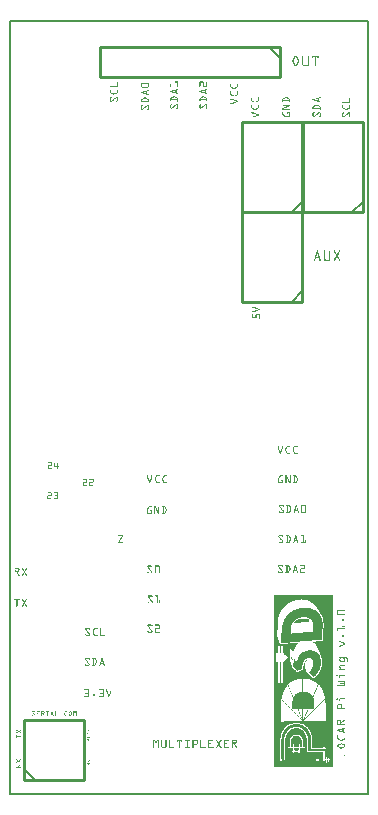
<source format=gto>
G04 MADE WITH FRITZING*
G04 WWW.FRITZING.ORG*
G04 DOUBLE SIDED*
G04 HOLES PLATED*
G04 CONTOUR ON CENTER OF CONTOUR VECTOR*
%ASAXBY*%
%FSLAX23Y23*%
%MOIN*%
%OFA0B0*%
%SFA1.0B1.0*%
%ADD10R,1.200790X2.586610X1.184790X2.570610*%
%ADD11C,0.008000*%
%ADD12C,0.010000*%
%ADD13C,0.005000*%
%ADD14R,0.001000X0.001000*%
%LNSILK1*%
G90*
G70*
G54D11*
X4Y2583D02*
X1197Y2583D01*
X1197Y4D01*
X4Y4D01*
X4Y2583D01*
D02*
G54D12*
X903Y2495D02*
X303Y2495D01*
D02*
X303Y2495D02*
X303Y2395D01*
D02*
X303Y2395D02*
X903Y2395D01*
D02*
X903Y2395D02*
X903Y2495D01*
G54D13*
D02*
X868Y2495D02*
X903Y2460D01*
G54D12*
D02*
X978Y1945D02*
X978Y2245D01*
D02*
X978Y2245D02*
X778Y2245D01*
D02*
X778Y2245D02*
X778Y1945D01*
D02*
X778Y1945D02*
X978Y1945D01*
G54D13*
D02*
X978Y1980D02*
X943Y1945D01*
G54D12*
D02*
X1179Y1945D02*
X1179Y2245D01*
D02*
X1179Y2245D02*
X979Y2245D01*
D02*
X979Y2245D02*
X979Y1945D01*
D02*
X979Y1945D02*
X1179Y1945D01*
G54D13*
D02*
X1179Y1980D02*
X1144Y1945D01*
G54D12*
D02*
X50Y53D02*
X250Y53D01*
D02*
X250Y53D02*
X250Y253D01*
D02*
X250Y253D02*
X50Y253D01*
D02*
X50Y253D02*
X50Y53D01*
G54D13*
D02*
X85Y53D02*
X50Y88D01*
G54D12*
D02*
X978Y1646D02*
X978Y1946D01*
D02*
X978Y1946D02*
X778Y1946D01*
D02*
X778Y1946D02*
X778Y1646D01*
D02*
X778Y1646D02*
X978Y1646D01*
G54D13*
D02*
X978Y1681D02*
X943Y1646D01*
G36*
X907Y509D02*
X910Y509D01*
X910Y509D01*
X915Y509D01*
X915Y509D01*
X920Y509D01*
X920Y510D01*
X925Y510D01*
X925Y510D01*
X930Y510D01*
X930Y510D01*
X935Y510D01*
X935Y511D01*
X939Y511D01*
X939Y549D01*
X939Y549D01*
X939Y559D01*
X940Y559D01*
X940Y561D01*
X940Y561D01*
X940Y563D01*
X940Y563D01*
X940Y564D01*
X941Y564D01*
X941Y566D01*
X941Y566D01*
X941Y567D01*
X941Y567D01*
X941Y568D01*
X942Y568D01*
X942Y569D01*
X942Y569D01*
X942Y570D01*
X943Y570D01*
X943Y571D01*
X943Y571D01*
X943Y572D01*
X943Y572D01*
X943Y573D01*
X944Y573D01*
X944Y574D01*
X944Y574D01*
X944Y574D01*
X945Y574D01*
X945Y575D01*
X945Y575D01*
X945Y575D01*
X945Y575D01*
X945Y576D01*
X946Y576D01*
X946Y577D01*
X946Y577D01*
X946Y577D01*
X946Y577D01*
X946Y578D01*
X947Y578D01*
X947Y578D01*
X947Y578D01*
X947Y579D01*
X948Y579D01*
X948Y579D01*
X948Y579D01*
X948Y580D01*
X948Y580D01*
X948Y580D01*
X949Y580D01*
X949Y581D01*
X949Y581D01*
X949Y581D01*
X950Y581D01*
X950Y582D01*
X950Y582D01*
X950Y582D01*
X950Y582D01*
X950Y582D01*
X951Y582D01*
X951Y583D01*
X951Y583D01*
X951Y583D01*
X951Y583D01*
X951Y583D01*
X952Y583D01*
X952Y584D01*
X952Y584D01*
X952Y584D01*
X953Y584D01*
X953Y585D01*
X953Y585D01*
X953Y585D01*
X953Y585D01*
X953Y585D01*
X954Y585D01*
X954Y586D01*
X954Y586D01*
X954Y586D01*
X955Y586D01*
X955Y586D01*
X955Y586D01*
X955Y587D01*
X956Y587D01*
X956Y587D01*
X956Y587D01*
X956Y588D01*
X957Y588D01*
X957Y588D01*
X958Y588D01*
X958Y588D01*
X958Y588D01*
X958Y589D01*
X959Y589D01*
X959Y589D01*
X960Y589D01*
X960Y590D01*
X961Y590D01*
X961Y590D01*
X961Y590D01*
X961Y590D01*
X962Y590D01*
X962Y591D01*
X963Y591D01*
X963Y591D01*
X964Y591D01*
X964Y591D01*
X965Y591D01*
X965Y592D01*
X966Y592D01*
X966Y592D01*
X967Y592D01*
X967Y593D01*
X969Y593D01*
X969Y593D01*
X971Y593D01*
X971Y593D01*
X972Y593D01*
X972Y594D01*
X975Y594D01*
X975Y594D01*
X980Y594D01*
X980Y595D01*
X985Y595D01*
X985Y594D01*
X990Y594D01*
X990Y594D01*
X992Y594D01*
X992Y593D01*
X994Y593D01*
X994Y593D01*
X995Y593D01*
X995Y593D01*
X997Y593D01*
X997Y592D01*
X998Y592D01*
X998Y592D01*
X999Y592D01*
X999Y591D01*
X1000Y591D01*
X1000Y591D01*
X1001Y591D01*
X1001Y591D01*
X1001Y591D01*
X1001Y590D01*
X1002Y590D01*
X1002Y590D01*
X1003Y590D01*
X1003Y590D01*
X1003Y590D01*
X1003Y589D01*
X1004Y589D01*
X1004Y589D01*
X1005Y589D01*
X1005Y588D01*
X1005Y588D01*
X1005Y588D01*
X1005Y588D01*
X1005Y588D01*
X1006Y588D01*
X1006Y587D01*
X1006Y587D01*
X1006Y587D01*
X1007Y587D01*
X1007Y586D01*
X1007Y586D01*
X1007Y586D01*
X1008Y586D01*
X1008Y586D01*
X1008Y586D01*
X1008Y585D01*
X1008Y585D01*
X1008Y585D01*
X1009Y585D01*
X1009Y584D01*
X1009Y584D01*
X1009Y584D01*
X1009Y584D01*
X1009Y583D01*
X1010Y583D01*
X1010Y583D01*
X1010Y583D01*
X1010Y582D01*
X1011Y582D01*
X1011Y582D01*
X1011Y582D01*
X1011Y581D01*
X1011Y581D01*
X1011Y580D01*
X1012Y580D01*
X1012Y579D01*
X1012Y579D01*
X1012Y578D01*
X1013Y578D01*
X1013Y577D01*
X1013Y577D01*
X1013Y576D01*
X1013Y576D01*
X1013Y575D01*
X1014Y575D01*
X1014Y573D01*
X1014Y573D01*
X1014Y570D01*
X1014Y570D01*
X1014Y620D01*
X1014Y620D01*
X1014Y621D01*
X1013Y621D01*
X1013Y621D01*
X1012Y621D01*
X1012Y622D01*
X1011Y622D01*
X1011Y622D01*
X1010Y622D01*
X1010Y622D01*
X1009Y622D01*
X1009Y623D01*
X1007Y623D01*
X1007Y623D01*
X1006Y623D01*
X1006Y624D01*
X1004Y624D01*
X1004Y624D01*
X1002Y624D01*
X1002Y624D01*
X1000Y624D01*
X1000Y625D01*
X997Y625D01*
X997Y625D01*
X993Y625D01*
X993Y625D01*
X983Y625D01*
X983Y625D01*
X977Y625D01*
X977Y625D01*
X974Y625D01*
X974Y624D01*
X972Y624D01*
X972Y624D01*
X969Y624D01*
X969Y624D01*
X967Y624D01*
X967Y623D01*
X966Y623D01*
X966Y623D01*
X964Y623D01*
X964Y622D01*
X963Y622D01*
X963Y622D01*
X961Y622D01*
X961Y622D01*
X960Y622D01*
X960Y621D01*
X959Y621D01*
X959Y621D01*
X958Y621D01*
X958Y620D01*
X956Y620D01*
X956Y620D01*
X956Y620D01*
X956Y620D01*
X954Y620D01*
X954Y619D01*
X954Y619D01*
X954Y619D01*
X953Y619D01*
X953Y619D01*
X952Y619D01*
X952Y618D01*
X951Y618D01*
X951Y618D01*
X950Y618D01*
X950Y617D01*
X949Y617D01*
X949Y617D01*
X948Y617D01*
X948Y617D01*
X948Y617D01*
X948Y616D01*
X947Y616D01*
X947Y616D01*
X946Y616D01*
X946Y616D01*
X946Y616D01*
X946Y615D01*
X945Y615D01*
X945Y615D01*
X944Y615D01*
X944Y614D01*
X944Y614D01*
X944Y614D01*
X943Y614D01*
X943Y614D01*
X942Y614D01*
X942Y613D01*
X942Y613D01*
X942Y613D01*
X941Y613D01*
X941Y612D01*
X941Y612D01*
X941Y612D01*
X940Y612D01*
X940Y612D01*
X940Y612D01*
X940Y611D01*
X939Y611D01*
X939Y611D01*
X938Y611D01*
X938Y611D01*
X938Y611D01*
X938Y610D01*
X938Y610D01*
X938Y610D01*
X937Y610D01*
X937Y609D01*
X937Y609D01*
X937Y609D01*
X936Y609D01*
X936Y609D01*
X936Y609D01*
X936Y608D01*
X935Y608D01*
X935Y608D01*
X935Y608D01*
X935Y608D01*
X934Y608D01*
X934Y607D01*
X934Y607D01*
X934Y607D01*
X933Y607D01*
X933Y606D01*
X933Y606D01*
X933Y606D01*
X933Y606D01*
X933Y606D01*
X932Y606D01*
X932Y605D01*
X932Y605D01*
X932Y605D01*
X932Y605D01*
X932Y604D01*
X931Y604D01*
X931Y604D01*
X931Y604D01*
X931Y604D01*
X930Y604D01*
X930Y603D01*
X930Y603D01*
X930Y603D01*
X930Y603D01*
X930Y603D01*
X929Y603D01*
X929Y602D01*
X929Y602D01*
X929Y602D01*
X929Y602D01*
X929Y601D01*
X928Y601D01*
X928Y601D01*
X928Y601D01*
X928Y601D01*
X927Y601D01*
X927Y600D01*
X927Y600D01*
X927Y599D01*
X927Y599D01*
X927Y599D01*
X926Y599D01*
X926Y599D01*
X926Y599D01*
X926Y598D01*
X925Y598D01*
X925Y598D01*
X925Y598D01*
X925Y597D01*
X925Y597D01*
X925Y597D01*
X924Y597D01*
X924Y596D01*
X924Y596D01*
X924Y596D01*
X924Y596D01*
X924Y595D01*
X923Y595D01*
X923Y595D01*
X923Y595D01*
X923Y594D01*
X922Y594D01*
X922Y593D01*
X922Y593D01*
X922Y593D01*
X922Y593D01*
X922Y592D01*
X921Y592D01*
X921Y591D01*
X921Y591D01*
X921Y591D01*
X920Y591D01*
X920Y590D01*
X920Y590D01*
X920Y590D01*
X920Y590D01*
X920Y589D01*
X919Y589D01*
X919Y588D01*
X919Y588D01*
X919Y588D01*
X919Y588D01*
X919Y587D01*
X918Y587D01*
X918Y586D01*
X918Y586D01*
X918Y585D01*
X917Y585D01*
X917Y585D01*
X917Y585D01*
X917Y583D01*
X917Y583D01*
X917Y583D01*
X916Y583D01*
X916Y582D01*
X916Y582D01*
X916Y581D01*
X916Y581D01*
X916Y580D01*
X915Y580D01*
X915Y579D01*
X915Y579D01*
X915Y578D01*
X914Y578D01*
X914Y577D01*
X914Y577D01*
X914Y576D01*
X914Y576D01*
X914Y575D01*
X913Y575D01*
X913Y574D01*
X913Y574D01*
X913Y572D01*
X912Y572D01*
X912Y571D01*
X912Y571D01*
X912Y570D01*
X912Y570D01*
X912Y569D01*
X911Y569D01*
X911Y567D01*
X911Y567D01*
X911Y565D01*
X911Y565D01*
X911Y563D01*
X910Y563D01*
X910Y561D01*
X910Y561D01*
X910Y559D01*
X909Y559D01*
X909Y556D01*
X909Y556D01*
X909Y549D01*
X909Y549D01*
X909Y541D01*
X908Y541D01*
X908Y532D01*
X908Y532D01*
X908Y523D01*
X907Y523D01*
X907Y514D01*
X907Y514D01*
X907Y509D01*
G37*
D02*
G36*
X939Y511D02*
X940Y511D01*
X940Y511D01*
X945Y511D01*
X945Y512D01*
X950Y512D01*
X950Y512D01*
X955Y512D01*
X955Y512D01*
X960Y512D01*
X960Y513D01*
X965Y513D01*
X965Y513D01*
X970Y513D01*
X970Y514D01*
X975Y514D01*
X975Y514D01*
X980Y514D01*
X980Y514D01*
X985Y514D01*
X985Y515D01*
X990Y515D01*
X990Y515D01*
X996Y515D01*
X996Y515D01*
X1001Y515D01*
X1001Y516D01*
X1006Y516D01*
X1006Y516D01*
X1011Y516D01*
X1011Y517D01*
X1014Y517D01*
X1014Y563D01*
X1014Y563D01*
X1014Y558D01*
X1014Y558D01*
X1014Y553D01*
X1013Y553D01*
X1013Y548D01*
X1013Y548D01*
X1013Y546D01*
X1009Y546D01*
X1009Y546D01*
X1005Y546D01*
X1005Y546D01*
X1001Y546D01*
X1001Y545D01*
X996Y545D01*
X996Y545D01*
X992Y545D01*
X992Y544D01*
X987Y544D01*
X987Y544D01*
X983Y544D01*
X983Y544D01*
X979Y544D01*
X979Y543D01*
X974Y543D01*
X974Y543D01*
X970Y543D01*
X970Y543D01*
X966Y543D01*
X966Y542D01*
X961Y542D01*
X961Y542D01*
X957Y542D01*
X957Y541D01*
X953Y541D01*
X953Y541D01*
X948Y541D01*
X948Y541D01*
X944Y541D01*
X944Y540D01*
X939Y540D01*
X939Y511D01*
G37*
D02*
G36*
X1014Y517D02*
X1015Y517D01*
X1015Y620D01*
X1014Y620D01*
X1014Y517D01*
G37*
D02*
G36*
X1014Y517D02*
X1015Y517D01*
X1015Y620D01*
X1014Y620D01*
X1014Y517D01*
G37*
D02*
G36*
X1015Y517D02*
X1016Y517D01*
X1016Y517D01*
X1021Y517D01*
X1021Y517D01*
X1026Y517D01*
X1026Y518D01*
X1031Y518D01*
X1031Y518D01*
X1036Y518D01*
X1036Y518D01*
X1041Y518D01*
X1041Y519D01*
X1042Y519D01*
X1042Y520D01*
X1042Y520D01*
X1042Y526D01*
X1043Y526D01*
X1043Y531D01*
X1043Y531D01*
X1043Y537D01*
X1043Y537D01*
X1043Y543D01*
X1044Y543D01*
X1044Y549D01*
X1044Y549D01*
X1044Y554D01*
X1045Y554D01*
X1045Y561D01*
X1045Y561D01*
X1045Y575D01*
X1045Y575D01*
X1045Y578D01*
X1044Y578D01*
X1044Y580D01*
X1044Y580D01*
X1044Y582D01*
X1043Y582D01*
X1043Y584D01*
X1043Y584D01*
X1043Y585D01*
X1043Y585D01*
X1043Y587D01*
X1042Y587D01*
X1042Y588D01*
X1042Y588D01*
X1042Y590D01*
X1042Y590D01*
X1042Y591D01*
X1041Y591D01*
X1041Y591D01*
X1041Y591D01*
X1041Y593D01*
X1040Y593D01*
X1040Y594D01*
X1040Y594D01*
X1040Y595D01*
X1040Y595D01*
X1040Y595D01*
X1039Y595D01*
X1039Y596D01*
X1039Y596D01*
X1039Y597D01*
X1039Y597D01*
X1039Y598D01*
X1038Y598D01*
X1038Y599D01*
X1038Y599D01*
X1038Y599D01*
X1037Y599D01*
X1037Y600D01*
X1037Y600D01*
X1037Y601D01*
X1037Y601D01*
X1037Y601D01*
X1036Y601D01*
X1036Y602D01*
X1036Y602D01*
X1036Y603D01*
X1035Y603D01*
X1035Y603D01*
X1035Y603D01*
X1035Y604D01*
X1035Y604D01*
X1035Y604D01*
X1034Y604D01*
X1034Y605D01*
X1034Y605D01*
X1034Y605D01*
X1034Y605D01*
X1034Y606D01*
X1033Y606D01*
X1033Y606D01*
X1033Y606D01*
X1033Y607D01*
X1032Y607D01*
X1032Y607D01*
X1032Y607D01*
X1032Y608D01*
X1032Y608D01*
X1032Y608D01*
X1031Y608D01*
X1031Y609D01*
X1031Y609D01*
X1031Y609D01*
X1031Y609D01*
X1031Y609D01*
X1030Y609D01*
X1030Y610D01*
X1030Y610D01*
X1030Y610D01*
X1029Y610D01*
X1029Y611D01*
X1029Y611D01*
X1029Y611D01*
X1029Y611D01*
X1029Y611D01*
X1028Y611D01*
X1028Y612D01*
X1028Y612D01*
X1028Y612D01*
X1027Y612D01*
X1027Y612D01*
X1027Y612D01*
X1027Y613D01*
X1027Y613D01*
X1027Y613D01*
X1026Y613D01*
X1026Y614D01*
X1026Y614D01*
X1026Y614D01*
X1025Y614D01*
X1025Y614D01*
X1025Y614D01*
X1025Y615D01*
X1024Y615D01*
X1024Y615D01*
X1024Y615D01*
X1024Y616D01*
X1023Y616D01*
X1023Y616D01*
X1022Y616D01*
X1022Y616D01*
X1022Y616D01*
X1022Y617D01*
X1021Y617D01*
X1021Y617D01*
X1021Y617D01*
X1021Y617D01*
X1020Y617D01*
X1020Y618D01*
X1019Y618D01*
X1019Y618D01*
X1019Y618D01*
X1019Y619D01*
X1018Y619D01*
X1018Y619D01*
X1017Y619D01*
X1017Y619D01*
X1016Y619D01*
X1016Y620D01*
X1016Y620D01*
X1016Y620D01*
X1015Y620D01*
X1015Y517D01*
G37*
D02*
G36*
X938Y458D02*
X939Y458D01*
X939Y457D01*
X939Y457D01*
X939Y457D01*
X940Y457D01*
X940Y457D01*
X940Y457D01*
X940Y458D01*
X940Y458D01*
X940Y459D01*
X939Y459D01*
X939Y459D01*
X939Y459D01*
X939Y459D01*
X938Y459D01*
X938Y458D01*
G37*
D02*
G36*
X939Y461D02*
X939Y461D01*
X939Y461D01*
X940Y461D01*
X940Y460D01*
X940Y460D01*
X940Y462D01*
X940Y462D01*
X940Y462D01*
X940Y462D01*
X940Y463D01*
X940Y463D01*
X940Y463D01*
X939Y463D01*
X939Y461D01*
G37*
D02*
G36*
X939Y465D02*
X939Y465D01*
X939Y465D01*
X940Y465D01*
X940Y465D01*
X940Y465D01*
X940Y467D01*
X940Y467D01*
X940Y467D01*
X940Y467D01*
X940Y468D01*
X939Y468D01*
X939Y467D01*
X939Y467D01*
X939Y465D01*
G37*
D02*
G36*
X939Y470D02*
X940Y470D01*
X940Y469D01*
X940Y469D01*
X940Y469D01*
X941Y469D01*
X941Y471D01*
X940Y471D01*
X940Y472D01*
X940Y472D01*
X940Y472D01*
X939Y472D01*
X939Y470D01*
G37*
D02*
G36*
X940Y474D02*
X940Y474D01*
X940Y473D01*
X941Y473D01*
X941Y475D01*
X941Y475D01*
X941Y476D01*
X940Y476D01*
X940Y476D01*
X940Y476D01*
X940Y476D01*
X940Y476D01*
X940Y474D01*
G37*
D02*
G36*
X940Y478D02*
X940Y478D01*
X940Y478D01*
X941Y478D01*
X941Y479D01*
X940Y479D01*
X940Y480D01*
X940Y480D01*
X940Y478D01*
G37*
D02*
G36*
X940Y162D02*
X946Y162D01*
X946Y171D01*
X950Y171D01*
X950Y162D01*
X965Y162D01*
X965Y171D01*
X969Y171D01*
X969Y162D01*
X975Y162D01*
X975Y186D01*
X974Y186D01*
X974Y188D01*
X974Y188D01*
X974Y189D01*
X974Y189D01*
X974Y190D01*
X973Y190D01*
X973Y190D01*
X973Y190D01*
X973Y191D01*
X972Y191D01*
X972Y192D01*
X972Y192D01*
X972Y192D01*
X972Y192D01*
X972Y193D01*
X971Y193D01*
X971Y193D01*
X971Y193D01*
X971Y194D01*
X971Y194D01*
X971Y194D01*
X970Y194D01*
X970Y195D01*
X970Y195D01*
X970Y195D01*
X969Y195D01*
X969Y195D01*
X969Y195D01*
X969Y196D01*
X968Y196D01*
X968Y196D01*
X968Y196D01*
X968Y196D01*
X967Y196D01*
X967Y197D01*
X967Y197D01*
X967Y197D01*
X966Y197D01*
X966Y198D01*
X965Y198D01*
X965Y198D01*
X964Y198D01*
X964Y198D01*
X963Y198D01*
X963Y199D01*
X962Y199D01*
X962Y199D01*
X960Y199D01*
X960Y200D01*
X955Y200D01*
X955Y199D01*
X954Y199D01*
X954Y199D01*
X953Y199D01*
X953Y198D01*
X951Y198D01*
X951Y198D01*
X951Y198D01*
X951Y198D01*
X950Y198D01*
X950Y197D01*
X949Y197D01*
X949Y197D01*
X948Y197D01*
X948Y196D01*
X948Y196D01*
X948Y196D01*
X947Y196D01*
X947Y196D01*
X947Y196D01*
X947Y195D01*
X946Y195D01*
X946Y195D01*
X946Y195D01*
X946Y195D01*
X946Y195D01*
X946Y194D01*
X945Y194D01*
X945Y194D01*
X945Y194D01*
X945Y193D01*
X945Y193D01*
X945Y193D01*
X944Y193D01*
X944Y193D01*
X944Y193D01*
X944Y192D01*
X943Y192D01*
X943Y192D01*
X943Y192D01*
X943Y191D01*
X943Y191D01*
X943Y191D01*
X942Y191D01*
X942Y190D01*
X942Y190D01*
X942Y189D01*
X941Y189D01*
X941Y188D01*
X941Y188D01*
X941Y187D01*
X941Y187D01*
X941Y186D01*
X940Y186D01*
X940Y162D01*
G37*
D02*
G36*
X941Y455D02*
X942Y455D01*
X942Y455D01*
X942Y455D01*
X942Y454D01*
X943Y454D01*
X943Y455D01*
X943Y455D01*
X943Y456D01*
X943Y456D01*
X943Y456D01*
X942Y456D01*
X942Y457D01*
X941Y457D01*
X941Y455D01*
G37*
D02*
G36*
X941Y459D02*
X942Y459D01*
X942Y459D01*
X942Y459D01*
X942Y458D01*
X943Y458D01*
X943Y460D01*
X943Y460D01*
X943Y460D01*
X942Y460D01*
X942Y461D01*
X942Y461D01*
X942Y461D01*
X941Y461D01*
X941Y459D01*
G37*
D02*
G36*
X942Y463D02*
X942Y463D01*
X942Y463D01*
X943Y463D01*
X943Y462D01*
X943Y462D01*
X943Y462D01*
X943Y462D01*
X943Y465D01*
X943Y465D01*
X943Y465D01*
X942Y465D01*
X942Y465D01*
X942Y465D01*
X942Y463D01*
G37*
D02*
G36*
X942Y467D02*
X943Y467D01*
X943Y467D01*
X943Y467D01*
X943Y467D01*
X943Y467D01*
X943Y468D01*
X944Y468D01*
X944Y469D01*
X943Y469D01*
X943Y469D01*
X943Y469D01*
X943Y470D01*
X942Y470D01*
X942Y467D01*
G37*
D02*
G36*
X942Y472D02*
X943Y472D01*
X943Y472D01*
X943Y472D01*
X943Y472D01*
X943Y472D01*
X943Y473D01*
X942Y473D01*
X942Y472D01*
G37*
D02*
G36*
X943Y446D02*
X943Y446D01*
X943Y446D01*
X943Y446D01*
X943Y446D01*
G37*
D02*
G36*
X882Y96D02*
X891Y96D01*
X891Y474D01*
X893Y474D01*
X893Y535D01*
X894Y535D01*
X894Y543D01*
X894Y543D01*
X894Y552D01*
X895Y552D01*
X895Y560D01*
X895Y560D01*
X895Y568D01*
X895Y568D01*
X895Y576D01*
X896Y576D01*
X896Y583D01*
X896Y583D01*
X896Y587D01*
X896Y587D01*
X896Y589D01*
X897Y589D01*
X897Y591D01*
X897Y591D01*
X897Y592D01*
X898Y592D01*
X898Y594D01*
X898Y594D01*
X898Y595D01*
X898Y595D01*
X898Y596D01*
X899Y596D01*
X899Y597D01*
X899Y597D01*
X899Y598D01*
X899Y598D01*
X899Y599D01*
X900Y599D01*
X900Y600D01*
X900Y600D01*
X900Y601D01*
X901Y601D01*
X901Y602D01*
X901Y602D01*
X901Y603D01*
X901Y603D01*
X901Y604D01*
X902Y604D01*
X902Y605D01*
X902Y605D01*
X902Y606D01*
X903Y606D01*
X903Y607D01*
X903Y607D01*
X903Y608D01*
X903Y608D01*
X903Y608D01*
X904Y608D01*
X904Y609D01*
X904Y609D01*
X904Y610D01*
X904Y610D01*
X904Y611D01*
X905Y611D01*
X905Y611D01*
X905Y611D01*
X905Y612D01*
X906Y612D01*
X906Y612D01*
X906Y612D01*
X906Y613D01*
X906Y613D01*
X906Y614D01*
X907Y614D01*
X907Y614D01*
X907Y614D01*
X907Y615D01*
X907Y615D01*
X907Y616D01*
X908Y616D01*
X908Y616D01*
X908Y616D01*
X908Y617D01*
X909Y617D01*
X909Y617D01*
X909Y617D01*
X909Y618D01*
X909Y618D01*
X909Y619D01*
X910Y619D01*
X910Y619D01*
X910Y619D01*
X910Y620D01*
X911Y620D01*
X911Y620D01*
X911Y620D01*
X911Y621D01*
X911Y621D01*
X911Y622D01*
X912Y622D01*
X912Y622D01*
X912Y622D01*
X912Y622D01*
X912Y622D01*
X912Y623D01*
X913Y623D01*
X913Y624D01*
X913Y624D01*
X913Y624D01*
X914Y624D01*
X914Y625D01*
X914Y625D01*
X914Y625D01*
X914Y625D01*
X914Y625D01*
X915Y625D01*
X915Y626D01*
X915Y626D01*
X915Y626D01*
X916Y626D01*
X916Y627D01*
X916Y627D01*
X916Y627D01*
X916Y627D01*
X916Y628D01*
X917Y628D01*
X917Y628D01*
X917Y628D01*
X917Y629D01*
X917Y629D01*
X917Y629D01*
X918Y629D01*
X918Y629D01*
X918Y629D01*
X918Y630D01*
X919Y630D01*
X919Y630D01*
X919Y630D01*
X919Y631D01*
X919Y631D01*
X919Y631D01*
X920Y631D01*
X920Y632D01*
X920Y632D01*
X920Y632D01*
X920Y632D01*
X920Y632D01*
X921Y632D01*
X921Y633D01*
X922Y633D01*
X922Y633D01*
X922Y633D01*
X922Y633D01*
X922Y633D01*
X922Y634D01*
X923Y634D01*
X923Y634D01*
X923Y634D01*
X923Y635D01*
X924Y635D01*
X924Y635D01*
X924Y635D01*
X924Y635D01*
X924Y635D01*
X924Y636D01*
X925Y636D01*
X925Y636D01*
X925Y636D01*
X925Y637D01*
X926Y637D01*
X926Y637D01*
X926Y637D01*
X926Y637D01*
X927Y637D01*
X927Y638D01*
X927Y638D01*
X927Y638D01*
X928Y638D01*
X928Y638D01*
X928Y638D01*
X928Y639D01*
X929Y639D01*
X929Y639D01*
X929Y639D01*
X929Y640D01*
X930Y640D01*
X930Y640D01*
X930Y640D01*
X930Y640D01*
X931Y640D01*
X931Y641D01*
X932Y641D01*
X932Y641D01*
X932Y641D01*
X932Y642D01*
X933Y642D01*
X933Y642D01*
X933Y642D01*
X933Y642D01*
X934Y642D01*
X934Y643D01*
X935Y643D01*
X935Y643D01*
X935Y643D01*
X935Y643D01*
X936Y643D01*
X936Y644D01*
X937Y644D01*
X937Y644D01*
X937Y644D01*
X937Y645D01*
X938Y645D01*
X938Y645D01*
X939Y645D01*
X939Y645D01*
X940Y645D01*
X940Y646D01*
X940Y646D01*
X940Y646D01*
X941Y646D01*
X941Y646D01*
X942Y646D01*
X942Y647D01*
X943Y647D01*
X943Y647D01*
X944Y647D01*
X944Y648D01*
X945Y648D01*
X945Y648D01*
X946Y648D01*
X946Y648D01*
X947Y648D01*
X947Y649D01*
X948Y649D01*
X948Y649D01*
X949Y649D01*
X949Y650D01*
X950Y650D01*
X950Y650D01*
X951Y650D01*
X951Y650D01*
X953Y650D01*
X953Y651D01*
X954Y651D01*
X954Y651D01*
X956Y651D01*
X956Y651D01*
X957Y651D01*
X957Y652D01*
X959Y652D01*
X959Y652D01*
X961Y652D01*
X961Y653D01*
X964Y653D01*
X964Y653D01*
X967Y653D01*
X967Y653D01*
X974Y653D01*
X974Y654D01*
X978Y654D01*
X978Y653D01*
X984Y653D01*
X984Y653D01*
X986Y653D01*
X986Y653D01*
X988Y653D01*
X988Y652D01*
X990Y652D01*
X990Y652D01*
X991Y652D01*
X991Y651D01*
X993Y651D01*
X993Y651D01*
X994Y651D01*
X994Y651D01*
X995Y651D01*
X995Y650D01*
X996Y650D01*
X996Y650D01*
X997Y650D01*
X997Y650D01*
X998Y650D01*
X998Y649D01*
X999Y649D01*
X999Y649D01*
X1000Y649D01*
X1000Y648D01*
X1001Y648D01*
X1001Y648D01*
X1001Y648D01*
X1001Y648D01*
X1002Y648D01*
X1002Y647D01*
X1003Y647D01*
X1003Y647D01*
X1003Y647D01*
X1003Y646D01*
X1004Y646D01*
X1004Y646D01*
X1005Y646D01*
X1005Y646D01*
X1005Y646D01*
X1005Y645D01*
X1006Y645D01*
X1006Y645D01*
X1007Y645D01*
X1007Y645D01*
X1007Y645D01*
X1007Y644D01*
X1008Y644D01*
X1008Y644D01*
X1008Y644D01*
X1008Y643D01*
X1009Y643D01*
X1009Y643D01*
X1009Y643D01*
X1009Y643D01*
X1010Y643D01*
X1010Y642D01*
X1011Y642D01*
X1011Y642D01*
X1011Y642D01*
X1011Y642D01*
X1011Y642D01*
X1011Y641D01*
X1012Y641D01*
X1012Y641D01*
X1013Y641D01*
X1013Y640D01*
X1013Y640D01*
X1013Y640D01*
X1013Y640D01*
X1013Y640D01*
X1014Y640D01*
X1014Y639D01*
X1014Y639D01*
X1014Y639D01*
X1015Y639D01*
X1015Y638D01*
X1015Y638D01*
X1015Y638D01*
X1016Y638D01*
X1016Y638D01*
X1016Y638D01*
X1016Y637D01*
X1016Y637D01*
X1016Y637D01*
X1017Y637D01*
X1017Y637D01*
X1017Y637D01*
X1017Y636D01*
X1018Y636D01*
X1018Y636D01*
X1018Y636D01*
X1018Y635D01*
X1018Y635D01*
X1018Y635D01*
X1019Y635D01*
X1019Y635D01*
X1019Y635D01*
X1019Y634D01*
X1019Y634D01*
X1019Y634D01*
X1020Y634D01*
X1020Y633D01*
X1020Y633D01*
X1020Y633D01*
X1021Y633D01*
X1021Y633D01*
X1021Y633D01*
X1021Y632D01*
X1021Y632D01*
X1021Y632D01*
X1022Y632D01*
X1022Y631D01*
X1022Y631D01*
X1022Y631D01*
X1022Y631D01*
X1022Y630D01*
X1023Y630D01*
X1023Y630D01*
X1023Y630D01*
X1023Y630D01*
X1024Y630D01*
X1024Y629D01*
X1024Y629D01*
X1024Y629D01*
X1024Y629D01*
X1024Y628D01*
X1025Y628D01*
X1025Y627D01*
X1025Y627D01*
X1025Y627D01*
X1026Y627D01*
X1026Y627D01*
X1026Y627D01*
X1026Y626D01*
X1026Y626D01*
X1026Y625D01*
X1027Y625D01*
X1027Y625D01*
X1027Y625D01*
X1027Y624D01*
X1027Y624D01*
X1027Y624D01*
X1028Y624D01*
X1028Y624D01*
X1028Y624D01*
X1028Y623D01*
X1029Y623D01*
X1029Y622D01*
X1029Y622D01*
X1029Y622D01*
X1029Y622D01*
X1029Y621D01*
X1030Y621D01*
X1030Y620D01*
X1030Y620D01*
X1030Y620D01*
X1031Y620D01*
X1031Y619D01*
X1031Y619D01*
X1031Y619D01*
X1031Y619D01*
X1031Y618D01*
X1032Y618D01*
X1032Y617D01*
X1032Y617D01*
X1032Y617D01*
X1032Y617D01*
X1032Y616D01*
X1033Y616D01*
X1033Y616D01*
X1033Y616D01*
X1033Y615D01*
X1034Y615D01*
X1034Y614D01*
X1034Y614D01*
X1034Y613D01*
X1034Y613D01*
X1034Y613D01*
X1035Y613D01*
X1035Y612D01*
X1035Y612D01*
X1035Y611D01*
X1035Y611D01*
X1035Y611D01*
X1036Y611D01*
X1036Y610D01*
X1036Y610D01*
X1036Y609D01*
X1037Y609D01*
X1037Y608D01*
X1037Y608D01*
X1037Y608D01*
X1037Y608D01*
X1037Y607D01*
X1038Y607D01*
X1038Y606D01*
X1038Y606D01*
X1038Y606D01*
X1039Y606D01*
X1039Y605D01*
X1039Y605D01*
X1039Y604D01*
X1039Y604D01*
X1039Y604D01*
X1040Y604D01*
X1040Y603D01*
X1040Y603D01*
X1040Y603D01*
X1040Y603D01*
X1040Y602D01*
X1041Y602D01*
X1041Y601D01*
X1041Y601D01*
X1041Y601D01*
X1042Y601D01*
X1042Y600D01*
X1042Y600D01*
X1042Y599D01*
X1042Y599D01*
X1042Y598D01*
X1043Y598D01*
X1043Y598D01*
X1043Y598D01*
X1043Y596D01*
X1043Y596D01*
X1043Y596D01*
X1044Y596D01*
X1044Y595D01*
X1044Y595D01*
X1044Y594D01*
X1045Y594D01*
X1045Y593D01*
X1045Y593D01*
X1045Y592D01*
X1045Y592D01*
X1045Y590D01*
X1046Y590D01*
X1046Y589D01*
X1046Y589D01*
X1046Y588D01*
X1047Y588D01*
X1047Y586D01*
X1047Y586D01*
X1047Y585D01*
X1047Y585D01*
X1047Y583D01*
X1048Y583D01*
X1048Y581D01*
X1048Y581D01*
X1048Y579D01*
X1048Y579D01*
X1048Y576D01*
X1049Y576D01*
X1049Y571D01*
X1049Y571D01*
X1049Y669D01*
X882Y669D01*
X882Y96D01*
G37*
D02*
G36*
X891Y96D02*
X901Y96D01*
X901Y120D01*
X902Y120D01*
X902Y121D01*
X902Y121D01*
X902Y122D01*
X903Y122D01*
X903Y122D01*
X903Y122D01*
X903Y122D01*
X904Y122D01*
X904Y123D01*
X904Y123D01*
X904Y188D01*
X904Y188D01*
X904Y191D01*
X905Y191D01*
X905Y194D01*
X905Y194D01*
X905Y196D01*
X906Y196D01*
X906Y198D01*
X906Y198D01*
X906Y200D01*
X906Y200D01*
X906Y201D01*
X907Y201D01*
X907Y203D01*
X907Y203D01*
X907Y312D01*
X907Y312D01*
X907Y316D01*
X908Y316D01*
X908Y318D01*
X908Y318D01*
X908Y322D01*
X909Y322D01*
X909Y324D01*
X909Y324D01*
X909Y326D01*
X909Y326D01*
X909Y328D01*
X910Y328D01*
X910Y330D01*
X910Y330D01*
X910Y332D01*
X911Y332D01*
X911Y333D01*
X911Y333D01*
X911Y334D01*
X911Y334D01*
X911Y336D01*
X912Y336D01*
X912Y337D01*
X912Y337D01*
X912Y339D01*
X912Y339D01*
X912Y340D01*
X913Y340D01*
X913Y341D01*
X913Y341D01*
X913Y342D01*
X914Y342D01*
X914Y343D01*
X914Y343D01*
X914Y344D01*
X914Y344D01*
X914Y345D01*
X915Y345D01*
X915Y346D01*
X915Y346D01*
X915Y347D01*
X916Y347D01*
X916Y348D01*
X916Y348D01*
X916Y348D01*
X916Y348D01*
X916Y349D01*
X917Y349D01*
X917Y350D01*
X917Y350D01*
X917Y351D01*
X917Y351D01*
X917Y352D01*
X918Y352D01*
X918Y352D01*
X918Y352D01*
X918Y353D01*
X919Y353D01*
X919Y354D01*
X919Y354D01*
X919Y355D01*
X919Y355D01*
X919Y355D01*
X920Y355D01*
X920Y356D01*
X920Y356D01*
X920Y357D01*
X920Y357D01*
X920Y357D01*
X921Y357D01*
X921Y358D01*
X921Y358D01*
X921Y358D01*
X922Y358D01*
X922Y359D01*
X922Y359D01*
X922Y360D01*
X922Y360D01*
X922Y360D01*
X923Y360D01*
X923Y361D01*
X923Y361D01*
X923Y361D01*
X924Y361D01*
X924Y362D01*
X924Y362D01*
X924Y362D01*
X924Y362D01*
X924Y363D01*
X925Y363D01*
X925Y363D01*
X925Y363D01*
X925Y457D01*
X925Y457D01*
X925Y456D01*
X924Y456D01*
X924Y456D01*
X924Y456D01*
X924Y455D01*
X924Y455D01*
X924Y455D01*
X923Y455D01*
X923Y455D01*
X923Y455D01*
X923Y454D01*
X922Y454D01*
X922Y454D01*
X922Y454D01*
X922Y454D01*
X922Y454D01*
X922Y453D01*
X921Y453D01*
X921Y453D01*
X921Y453D01*
X921Y452D01*
X920Y452D01*
X920Y452D01*
X920Y452D01*
X920Y452D01*
X920Y452D01*
X920Y451D01*
X919Y451D01*
X919Y451D01*
X919Y451D01*
X919Y450D01*
X919Y450D01*
X919Y450D01*
X918Y450D01*
X918Y450D01*
X918Y450D01*
X918Y449D01*
X917Y449D01*
X917Y449D01*
X917Y449D01*
X917Y449D01*
X917Y449D01*
X917Y448D01*
X916Y448D01*
X916Y448D01*
X916Y448D01*
X916Y447D01*
X916Y447D01*
X916Y447D01*
X915Y447D01*
X915Y447D01*
X915Y447D01*
X915Y446D01*
X913Y446D01*
X913Y374D01*
X908Y374D01*
X908Y446D01*
X902Y446D01*
X902Y374D01*
X897Y374D01*
X897Y446D01*
X891Y446D01*
X891Y96D01*
G37*
D02*
G36*
X893Y474D02*
X897Y474D01*
X897Y497D01*
X902Y497D01*
X902Y474D01*
X908Y474D01*
X908Y497D01*
X913Y497D01*
X913Y474D01*
X915Y474D01*
X915Y473D01*
X915Y473D01*
X915Y473D01*
X916Y473D01*
X916Y473D01*
X916Y473D01*
X916Y472D01*
X916Y472D01*
X916Y472D01*
X917Y472D01*
X917Y472D01*
X917Y472D01*
X917Y471D01*
X917Y471D01*
X917Y471D01*
X918Y471D01*
X918Y470D01*
X918Y470D01*
X918Y470D01*
X919Y470D01*
X919Y470D01*
X919Y470D01*
X919Y469D01*
X919Y469D01*
X919Y469D01*
X920Y469D01*
X920Y468D01*
X920Y468D01*
X920Y468D01*
X920Y468D01*
X920Y468D01*
X921Y468D01*
X921Y467D01*
X921Y467D01*
X921Y467D01*
X922Y467D01*
X922Y467D01*
X922Y467D01*
X922Y466D01*
X922Y466D01*
X922Y466D01*
X923Y466D01*
X923Y465D01*
X923Y465D01*
X923Y465D01*
X924Y465D01*
X924Y465D01*
X924Y465D01*
X924Y464D01*
X924Y464D01*
X924Y464D01*
X925Y464D01*
X925Y463D01*
X925Y463D01*
X925Y506D01*
X921Y506D01*
X921Y506D01*
X916Y506D01*
X916Y505D01*
X911Y505D01*
X911Y505D01*
X906Y505D01*
X906Y504D01*
X903Y504D01*
X903Y506D01*
X903Y506D01*
X903Y507D01*
X902Y507D01*
X902Y508D01*
X902Y508D01*
X902Y509D01*
X901Y509D01*
X901Y510D01*
X901Y510D01*
X901Y511D01*
X901Y511D01*
X901Y512D01*
X900Y512D01*
X900Y514D01*
X900Y514D01*
X900Y515D01*
X899Y515D01*
X899Y515D01*
X899Y515D01*
X899Y517D01*
X899Y517D01*
X899Y518D01*
X898Y518D01*
X898Y518D01*
X898Y518D01*
X898Y520D01*
X898Y520D01*
X898Y521D01*
X897Y521D01*
X897Y522D01*
X897Y522D01*
X897Y523D01*
X896Y523D01*
X896Y524D01*
X896Y524D01*
X896Y525D01*
X896Y525D01*
X896Y526D01*
X895Y526D01*
X895Y527D01*
X895Y527D01*
X895Y528D01*
X895Y528D01*
X895Y529D01*
X894Y529D01*
X894Y530D01*
X894Y530D01*
X894Y531D01*
X893Y531D01*
X893Y474D01*
G37*
D02*
G36*
X901Y96D02*
X911Y96D01*
X911Y117D01*
X910Y117D01*
X910Y116D01*
X910Y116D01*
X910Y115D01*
X909Y115D01*
X909Y115D01*
X909Y115D01*
X909Y115D01*
X908Y115D01*
X908Y114D01*
X907Y114D01*
X907Y114D01*
X905Y114D01*
X905Y114D01*
X904Y114D01*
X904Y115D01*
X903Y115D01*
X903Y115D01*
X903Y115D01*
X903Y116D01*
X902Y116D01*
X902Y116D01*
X902Y116D01*
X902Y117D01*
X901Y117D01*
X901Y96D01*
G37*
D02*
G36*
X907Y204D02*
X907Y204D01*
X907Y205D01*
X908Y205D01*
X908Y206D01*
X908Y206D01*
X908Y208D01*
X909Y208D01*
X909Y208D01*
X909Y208D01*
X909Y209D01*
X909Y209D01*
X909Y210D01*
X910Y210D01*
X910Y211D01*
X910Y211D01*
X910Y212D01*
X911Y212D01*
X911Y213D01*
X911Y213D01*
X911Y214D01*
X911Y214D01*
X911Y214D01*
X912Y214D01*
X912Y215D01*
X912Y215D01*
X912Y216D01*
X912Y216D01*
X912Y217D01*
X913Y217D01*
X913Y217D01*
X913Y217D01*
X913Y218D01*
X914Y218D01*
X914Y219D01*
X914Y219D01*
X914Y219D01*
X914Y219D01*
X914Y220D01*
X915Y220D01*
X915Y220D01*
X915Y220D01*
X915Y221D01*
X916Y221D01*
X916Y221D01*
X916Y221D01*
X916Y222D01*
X916Y222D01*
X916Y222D01*
X917Y222D01*
X917Y223D01*
X917Y223D01*
X917Y224D01*
X917Y224D01*
X917Y224D01*
X918Y224D01*
X918Y224D01*
X918Y224D01*
X918Y225D01*
X919Y225D01*
X919Y225D01*
X919Y225D01*
X919Y226D01*
X919Y226D01*
X919Y226D01*
X920Y226D01*
X920Y227D01*
X920Y227D01*
X920Y227D01*
X920Y227D01*
X920Y227D01*
X921Y227D01*
X921Y228D01*
X921Y228D01*
X921Y228D01*
X922Y228D01*
X922Y229D01*
X922Y229D01*
X922Y229D01*
X922Y229D01*
X922Y229D01*
X923Y229D01*
X923Y230D01*
X924Y230D01*
X924Y230D01*
X924Y230D01*
X924Y230D01*
X924Y230D01*
X924Y231D01*
X925Y231D01*
X925Y231D01*
X925Y231D01*
X925Y232D01*
X926Y232D01*
X926Y232D01*
X926Y232D01*
X926Y232D01*
X927Y232D01*
X927Y233D01*
X927Y233D01*
X927Y233D01*
X928Y233D01*
X928Y234D01*
X929Y234D01*
X929Y234D01*
X929Y234D01*
X929Y234D01*
X930Y234D01*
X930Y235D01*
X930Y235D01*
X930Y235D01*
X931Y235D01*
X931Y235D01*
X932Y235D01*
X932Y236D01*
X932Y236D01*
X932Y236D01*
X933Y236D01*
X933Y237D01*
X934Y237D01*
X934Y237D01*
X935Y237D01*
X935Y237D01*
X936Y237D01*
X936Y238D01*
X937Y238D01*
X937Y238D01*
X938Y238D01*
X938Y238D01*
X939Y238D01*
X939Y239D01*
X940Y239D01*
X940Y239D01*
X941Y239D01*
X941Y240D01*
X943Y240D01*
X943Y240D01*
X944Y240D01*
X944Y240D01*
X946Y240D01*
X946Y241D01*
X948Y241D01*
X948Y241D01*
X951Y241D01*
X951Y242D01*
X964Y242D01*
X964Y241D01*
X967Y241D01*
X967Y241D01*
X969Y241D01*
X969Y240D01*
X971Y240D01*
X971Y240D01*
X973Y240D01*
X973Y240D01*
X974Y240D01*
X974Y239D01*
X975Y239D01*
X975Y239D01*
X977Y239D01*
X977Y238D01*
X978Y238D01*
X978Y248D01*
X961Y248D01*
X961Y247D01*
X938Y247D01*
X938Y247D01*
X916Y247D01*
X916Y246D01*
X907Y246D01*
X907Y204D01*
G37*
D02*
G36*
X908Y123D02*
X908Y123D01*
X908Y122D01*
X909Y122D01*
X909Y122D01*
X909Y122D01*
X909Y122D01*
X910Y122D01*
X910Y121D01*
X910Y121D01*
X910Y120D01*
X911Y120D01*
X911Y200D01*
X910Y200D01*
X910Y199D01*
X910Y199D01*
X910Y197D01*
X909Y197D01*
X909Y195D01*
X909Y195D01*
X909Y193D01*
X909Y193D01*
X909Y190D01*
X908Y190D01*
X908Y186D01*
X908Y186D01*
X908Y123D01*
G37*
D02*
G36*
X908Y317D02*
X909Y317D01*
X909Y317D01*
X909Y317D01*
X909Y316D01*
X909Y316D01*
X909Y316D01*
X910Y316D01*
X910Y316D01*
X910Y316D01*
X910Y315D01*
X911Y315D01*
X911Y315D01*
X911Y315D01*
X911Y314D01*
X911Y314D01*
X911Y314D01*
X912Y314D01*
X912Y314D01*
X912Y314D01*
X912Y313D01*
X912Y313D01*
X912Y313D01*
X913Y313D01*
X913Y313D01*
X913Y313D01*
X913Y312D01*
X914Y312D01*
X914Y312D01*
X914Y312D01*
X914Y311D01*
X914Y311D01*
X914Y311D01*
X915Y311D01*
X915Y311D01*
X915Y311D01*
X915Y310D01*
X916Y310D01*
X916Y310D01*
X916Y310D01*
X916Y310D01*
X916Y310D01*
X916Y309D01*
X917Y309D01*
X917Y309D01*
X917Y309D01*
X917Y308D01*
X917Y308D01*
X917Y308D01*
X918Y308D01*
X918Y308D01*
X918Y308D01*
X918Y307D01*
X919Y307D01*
X919Y307D01*
X919Y307D01*
X919Y306D01*
X919Y306D01*
X919Y306D01*
X920Y306D01*
X920Y306D01*
X920Y306D01*
X920Y305D01*
X920Y305D01*
X920Y305D01*
X921Y305D01*
X921Y305D01*
X921Y305D01*
X921Y304D01*
X922Y304D01*
X922Y304D01*
X922Y304D01*
X922Y303D01*
X922Y303D01*
X922Y303D01*
X923Y303D01*
X923Y303D01*
X923Y303D01*
X923Y302D01*
X924Y302D01*
X924Y302D01*
X924Y302D01*
X924Y302D01*
X924Y302D01*
X924Y301D01*
X925Y301D01*
X925Y301D01*
X925Y301D01*
X925Y300D01*
X925Y300D01*
X925Y300D01*
X926Y300D01*
X926Y300D01*
X926Y300D01*
X926Y299D01*
X927Y299D01*
X927Y299D01*
X927Y299D01*
X927Y298D01*
X927Y298D01*
X927Y298D01*
X928Y298D01*
X928Y298D01*
X928Y298D01*
X928Y297D01*
X929Y297D01*
X929Y297D01*
X929Y297D01*
X929Y297D01*
X929Y297D01*
X929Y296D01*
X930Y296D01*
X930Y296D01*
X930Y296D01*
X930Y295D01*
X930Y295D01*
X930Y295D01*
X931Y295D01*
X931Y295D01*
X931Y295D01*
X931Y294D01*
X932Y294D01*
X932Y294D01*
X932Y294D01*
X932Y293D01*
X932Y293D01*
X932Y293D01*
X933Y293D01*
X933Y293D01*
X933Y293D01*
X933Y292D01*
X933Y292D01*
X933Y292D01*
X934Y292D01*
X934Y292D01*
X934Y292D01*
X934Y291D01*
X935Y291D01*
X935Y291D01*
X935Y291D01*
X935Y290D01*
X935Y290D01*
X935Y290D01*
X936Y290D01*
X936Y290D01*
X936Y290D01*
X936Y289D01*
X937Y289D01*
X937Y289D01*
X937Y289D01*
X937Y289D01*
X937Y289D01*
X937Y288D01*
X938Y288D01*
X938Y288D01*
X938Y288D01*
X938Y287D01*
X938Y287D01*
X938Y287D01*
X939Y287D01*
X939Y287D01*
X939Y287D01*
X939Y286D01*
X940Y286D01*
X940Y286D01*
X940Y286D01*
X940Y285D01*
X940Y285D01*
X940Y285D01*
X941Y285D01*
X941Y285D01*
X941Y285D01*
X941Y284D01*
X941Y284D01*
X941Y284D01*
X942Y284D01*
X942Y284D01*
X942Y284D01*
X942Y283D01*
X943Y283D01*
X943Y283D01*
X943Y283D01*
X943Y282D01*
X943Y282D01*
X943Y282D01*
X944Y282D01*
X944Y282D01*
X944Y282D01*
X944Y281D01*
X945Y281D01*
X945Y281D01*
X945Y281D01*
X945Y280D01*
X945Y280D01*
X945Y280D01*
X946Y280D01*
X946Y280D01*
X946Y280D01*
X946Y279D01*
X946Y279D01*
X946Y279D01*
X947Y279D01*
X947Y279D01*
X947Y279D01*
X947Y278D01*
X948Y278D01*
X948Y278D01*
X948Y278D01*
X948Y277D01*
X948Y277D01*
X948Y277D01*
X949Y277D01*
X949Y277D01*
X949Y277D01*
X949Y276D01*
X950Y276D01*
X950Y276D01*
X950Y276D01*
X950Y276D01*
X950Y276D01*
X950Y275D01*
X951Y275D01*
X951Y275D01*
X951Y275D01*
X951Y274D01*
X951Y274D01*
X951Y274D01*
X952Y274D01*
X952Y274D01*
X952Y274D01*
X952Y273D01*
X953Y273D01*
X953Y273D01*
X953Y273D01*
X953Y272D01*
X953Y272D01*
X953Y272D01*
X954Y272D01*
X954Y272D01*
X954Y272D01*
X954Y271D01*
X954Y271D01*
X954Y271D01*
X955Y271D01*
X955Y271D01*
X955Y271D01*
X955Y270D01*
X956Y270D01*
X956Y270D01*
X956Y270D01*
X956Y269D01*
X956Y269D01*
X956Y269D01*
X957Y269D01*
X957Y269D01*
X957Y269D01*
X957Y268D01*
X958Y268D01*
X958Y268D01*
X958Y268D01*
X958Y268D01*
X958Y268D01*
X958Y267D01*
X959Y267D01*
X959Y267D01*
X959Y267D01*
X959Y266D01*
X959Y266D01*
X959Y266D01*
X960Y266D01*
X960Y266D01*
X960Y266D01*
X960Y265D01*
X961Y265D01*
X961Y265D01*
X961Y265D01*
X961Y264D01*
X961Y264D01*
X961Y264D01*
X962Y264D01*
X962Y264D01*
X962Y264D01*
X962Y263D01*
X963Y263D01*
X963Y263D01*
X963Y263D01*
X963Y263D01*
X963Y263D01*
X963Y262D01*
X964Y262D01*
X964Y262D01*
X964Y262D01*
X964Y261D01*
X964Y261D01*
X964Y261D01*
X965Y261D01*
X965Y261D01*
X965Y261D01*
X965Y260D01*
X966Y260D01*
X966Y260D01*
X966Y260D01*
X966Y259D01*
X966Y259D01*
X966Y259D01*
X967Y259D01*
X967Y259D01*
X967Y259D01*
X967Y258D01*
X967Y258D01*
X967Y258D01*
X968Y258D01*
X968Y258D01*
X968Y258D01*
X968Y257D01*
X969Y257D01*
X969Y257D01*
X969Y257D01*
X969Y256D01*
X969Y256D01*
X969Y256D01*
X970Y256D01*
X970Y256D01*
X970Y256D01*
X970Y255D01*
X971Y255D01*
X971Y255D01*
X971Y255D01*
X971Y255D01*
X971Y255D01*
X971Y254D01*
X972Y254D01*
X972Y254D01*
X972Y254D01*
X972Y253D01*
X972Y253D01*
X972Y253D01*
X973Y253D01*
X973Y253D01*
X973Y253D01*
X973Y252D01*
X974Y252D01*
X974Y252D01*
X974Y252D01*
X974Y251D01*
X974Y251D01*
X974Y251D01*
X975Y251D01*
X975Y251D01*
X975Y251D01*
X975Y250D01*
X975Y250D01*
X975Y250D01*
X976Y250D01*
X976Y250D01*
X976Y250D01*
X976Y249D01*
X977Y249D01*
X977Y252D01*
X976Y252D01*
X976Y253D01*
X976Y253D01*
X976Y253D01*
X975Y253D01*
X975Y253D01*
X975Y253D01*
X975Y254D01*
X975Y254D01*
X975Y254D01*
X974Y254D01*
X974Y255D01*
X974Y255D01*
X974Y255D01*
X974Y255D01*
X974Y255D01*
X973Y255D01*
X973Y256D01*
X973Y256D01*
X973Y256D01*
X972Y256D01*
X972Y256D01*
X972Y256D01*
X972Y257D01*
X972Y257D01*
X972Y257D01*
X971Y257D01*
X971Y258D01*
X971Y258D01*
X971Y258D01*
X971Y258D01*
X971Y258D01*
X970Y258D01*
X970Y259D01*
X970Y259D01*
X970Y259D01*
X969Y259D01*
X969Y259D01*
X969Y259D01*
X969Y260D01*
X969Y260D01*
X969Y260D01*
X968Y260D01*
X968Y261D01*
X968Y261D01*
X968Y261D01*
X967Y261D01*
X967Y261D01*
X967Y261D01*
X967Y262D01*
X967Y262D01*
X967Y262D01*
X966Y262D01*
X966Y263D01*
X966Y263D01*
X966Y263D01*
X966Y263D01*
X966Y263D01*
X965Y263D01*
X965Y264D01*
X965Y264D01*
X965Y264D01*
X964Y264D01*
X964Y264D01*
X964Y264D01*
X964Y265D01*
X964Y265D01*
X964Y265D01*
X963Y265D01*
X963Y266D01*
X963Y266D01*
X963Y266D01*
X963Y266D01*
X963Y266D01*
X962Y266D01*
X962Y267D01*
X962Y267D01*
X962Y267D01*
X961Y267D01*
X961Y268D01*
X961Y268D01*
X961Y268D01*
X961Y268D01*
X961Y268D01*
X960Y268D01*
X960Y269D01*
X960Y269D01*
X960Y269D01*
X959Y269D01*
X959Y269D01*
X959Y269D01*
X959Y270D01*
X959Y270D01*
X959Y270D01*
X958Y270D01*
X958Y271D01*
X958Y271D01*
X958Y271D01*
X958Y271D01*
X958Y271D01*
X957Y271D01*
X957Y272D01*
X957Y272D01*
X957Y272D01*
X956Y272D01*
X956Y272D01*
X956Y272D01*
X956Y273D01*
X956Y273D01*
X956Y273D01*
X955Y273D01*
X955Y274D01*
X955Y274D01*
X955Y274D01*
X954Y274D01*
X954Y274D01*
X954Y274D01*
X954Y275D01*
X954Y275D01*
X954Y275D01*
X953Y275D01*
X953Y276D01*
X953Y276D01*
X953Y276D01*
X953Y276D01*
X953Y276D01*
X952Y276D01*
X952Y277D01*
X952Y277D01*
X952Y277D01*
X951Y277D01*
X951Y277D01*
X951Y277D01*
X951Y278D01*
X951Y278D01*
X951Y278D01*
X950Y278D01*
X950Y279D01*
X950Y279D01*
X950Y279D01*
X950Y279D01*
X950Y279D01*
X949Y279D01*
X949Y280D01*
X949Y280D01*
X949Y280D01*
X948Y280D01*
X948Y280D01*
X948Y280D01*
X948Y281D01*
X948Y281D01*
X948Y281D01*
X947Y281D01*
X947Y282D01*
X947Y282D01*
X947Y282D01*
X946Y282D01*
X946Y282D01*
X946Y282D01*
X946Y283D01*
X946Y283D01*
X946Y283D01*
X945Y283D01*
X945Y284D01*
X945Y284D01*
X945Y284D01*
X945Y284D01*
X945Y284D01*
X944Y284D01*
X944Y285D01*
X944Y285D01*
X944Y285D01*
X943Y285D01*
X943Y285D01*
X943Y285D01*
X943Y286D01*
X943Y286D01*
X943Y286D01*
X942Y286D01*
X942Y287D01*
X942Y287D01*
X942Y287D01*
X941Y287D01*
X941Y287D01*
X941Y287D01*
X941Y288D01*
X941Y288D01*
X941Y288D01*
X940Y288D01*
X940Y289D01*
X940Y289D01*
X940Y289D01*
X940Y289D01*
X940Y289D01*
X939Y289D01*
X939Y290D01*
X939Y290D01*
X939Y290D01*
X938Y290D01*
X938Y290D01*
X938Y290D01*
X938Y291D01*
X938Y291D01*
X938Y291D01*
X937Y291D01*
X937Y292D01*
X937Y292D01*
X937Y292D01*
X937Y292D01*
X937Y292D01*
X936Y292D01*
X936Y293D01*
X936Y293D01*
X936Y293D01*
X935Y293D01*
X935Y293D01*
X935Y293D01*
X935Y294D01*
X935Y294D01*
X935Y294D01*
X934Y294D01*
X934Y295D01*
X934Y295D01*
X934Y295D01*
X933Y295D01*
X933Y295D01*
X933Y295D01*
X933Y296D01*
X933Y296D01*
X933Y296D01*
X932Y296D01*
X932Y297D01*
X932Y297D01*
X932Y297D01*
X932Y297D01*
X932Y297D01*
X931Y297D01*
X931Y298D01*
X931Y298D01*
X931Y298D01*
X930Y298D01*
X930Y298D01*
X930Y298D01*
X930Y299D01*
X930Y299D01*
X930Y299D01*
X929Y299D01*
X929Y300D01*
X929Y300D01*
X929Y300D01*
X929Y300D01*
X929Y300D01*
X928Y300D01*
X928Y301D01*
X928Y301D01*
X928Y301D01*
X927Y301D01*
X927Y302D01*
X927Y302D01*
X927Y302D01*
X927Y302D01*
X927Y302D01*
X926Y302D01*
X926Y303D01*
X926Y303D01*
X926Y303D01*
X925Y303D01*
X925Y303D01*
X925Y303D01*
X925Y304D01*
X925Y304D01*
X925Y304D01*
X924Y304D01*
X924Y305D01*
X924Y305D01*
X924Y305D01*
X924Y305D01*
X924Y305D01*
X923Y305D01*
X923Y306D01*
X923Y306D01*
X923Y306D01*
X922Y306D01*
X922Y306D01*
X922Y306D01*
X922Y307D01*
X922Y307D01*
X922Y307D01*
X921Y307D01*
X921Y308D01*
X921Y308D01*
X921Y308D01*
X920Y308D01*
X920Y308D01*
X920Y308D01*
X920Y309D01*
X920Y309D01*
X920Y309D01*
X919Y309D01*
X919Y310D01*
X919Y310D01*
X919Y310D01*
X919Y310D01*
X919Y310D01*
X918Y310D01*
X918Y311D01*
X918Y311D01*
X918Y311D01*
X917Y311D01*
X917Y311D01*
X917Y311D01*
X917Y312D01*
X917Y312D01*
X917Y312D01*
X916Y312D01*
X916Y313D01*
X916Y313D01*
X916Y313D01*
X916Y313D01*
X916Y313D01*
X915Y313D01*
X915Y314D01*
X915Y314D01*
X915Y314D01*
X914Y314D01*
X914Y314D01*
X914Y314D01*
X914Y315D01*
X914Y315D01*
X914Y315D01*
X913Y315D01*
X913Y316D01*
X913Y316D01*
X913Y316D01*
X912Y316D01*
X912Y316D01*
X912Y316D01*
X912Y317D01*
X912Y317D01*
X912Y317D01*
X911Y317D01*
X911Y318D01*
X911Y318D01*
X911Y318D01*
X911Y318D01*
X911Y318D01*
X910Y318D01*
X910Y319D01*
X910Y319D01*
X910Y319D01*
X909Y319D01*
X909Y319D01*
X909Y319D01*
X909Y320D01*
X909Y320D01*
X909Y320D01*
X908Y320D01*
X908Y317D01*
G37*
D02*
G36*
X911Y96D02*
X911Y96D01*
X911Y201D01*
X911Y201D01*
X911Y96D01*
G37*
D02*
G36*
X911Y96D02*
X911Y96D01*
X911Y201D01*
X911Y201D01*
X911Y96D01*
G37*
D02*
G36*
X911Y96D02*
X916Y96D01*
X916Y184D01*
X917Y184D01*
X917Y188D01*
X917Y188D01*
X917Y190D01*
X917Y190D01*
X917Y192D01*
X918Y192D01*
X918Y194D01*
X918Y194D01*
X918Y195D01*
X919Y195D01*
X919Y197D01*
X919Y197D01*
X919Y198D01*
X919Y198D01*
X919Y199D01*
X920Y199D01*
X920Y200D01*
X920Y200D01*
X920Y201D01*
X920Y201D01*
X920Y203D01*
X921Y203D01*
X921Y203D01*
X921Y203D01*
X921Y204D01*
X922Y204D01*
X922Y205D01*
X922Y205D01*
X922Y206D01*
X922Y206D01*
X922Y207D01*
X923Y207D01*
X923Y208D01*
X923Y208D01*
X923Y208D01*
X924Y208D01*
X924Y209D01*
X924Y209D01*
X924Y209D01*
X924Y209D01*
X924Y210D01*
X925Y210D01*
X925Y211D01*
X925Y211D01*
X925Y211D01*
X925Y211D01*
X925Y212D01*
X926Y212D01*
X926Y212D01*
X926Y212D01*
X926Y213D01*
X927Y213D01*
X927Y214D01*
X927Y214D01*
X927Y214D01*
X927Y214D01*
X927Y214D01*
X928Y214D01*
X928Y215D01*
X928Y215D01*
X928Y216D01*
X929Y216D01*
X929Y216D01*
X929Y216D01*
X929Y216D01*
X929Y216D01*
X929Y217D01*
X930Y217D01*
X930Y217D01*
X930Y217D01*
X930Y217D01*
X930Y217D01*
X930Y218D01*
X931Y218D01*
X931Y218D01*
X931Y218D01*
X931Y219D01*
X932Y219D01*
X932Y219D01*
X932Y219D01*
X932Y219D01*
X932Y219D01*
X932Y220D01*
X933Y220D01*
X933Y220D01*
X933Y220D01*
X933Y221D01*
X934Y221D01*
X934Y221D01*
X934Y221D01*
X934Y221D01*
X935Y221D01*
X935Y222D01*
X935Y222D01*
X935Y222D01*
X936Y222D01*
X936Y222D01*
X937Y222D01*
X937Y223D01*
X937Y223D01*
X937Y223D01*
X938Y223D01*
X938Y224D01*
X938Y224D01*
X938Y224D01*
X939Y224D01*
X939Y224D01*
X940Y224D01*
X940Y225D01*
X941Y225D01*
X941Y225D01*
X941Y225D01*
X941Y225D01*
X943Y225D01*
X943Y226D01*
X943Y226D01*
X943Y226D01*
X945Y226D01*
X945Y227D01*
X946Y227D01*
X946Y227D01*
X948Y227D01*
X948Y227D01*
X950Y227D01*
X950Y228D01*
X952Y228D01*
X952Y228D01*
X962Y228D01*
X962Y228D01*
X965Y228D01*
X965Y227D01*
X967Y227D01*
X967Y227D01*
X968Y227D01*
X968Y227D01*
X969Y227D01*
X969Y226D01*
X971Y226D01*
X971Y226D01*
X972Y226D01*
X972Y225D01*
X972Y225D01*
X972Y225D01*
X973Y225D01*
X973Y225D01*
X974Y225D01*
X974Y224D01*
X975Y224D01*
X975Y224D01*
X975Y224D01*
X975Y224D01*
X976Y224D01*
X976Y223D01*
X977Y223D01*
X977Y223D01*
X977Y223D01*
X977Y222D01*
X978Y222D01*
X978Y222D01*
X979Y222D01*
X979Y222D01*
X979Y222D01*
X979Y221D01*
X980Y221D01*
X980Y221D01*
X980Y221D01*
X980Y221D01*
X980Y221D01*
X980Y220D01*
X981Y220D01*
X981Y220D01*
X981Y220D01*
X981Y219D01*
X982Y219D01*
X982Y219D01*
X982Y219D01*
X982Y219D01*
X983Y219D01*
X983Y218D01*
X983Y218D01*
X983Y218D01*
X984Y218D01*
X984Y217D01*
X984Y217D01*
X984Y217D01*
X984Y217D01*
X984Y216D01*
X985Y216D01*
X985Y216D01*
X985Y216D01*
X985Y216D01*
X985Y216D01*
X985Y215D01*
X986Y215D01*
X986Y214D01*
X986Y214D01*
X986Y214D01*
X987Y214D01*
X987Y214D01*
X987Y214D01*
X987Y213D01*
X987Y213D01*
X987Y212D01*
X988Y212D01*
X988Y212D01*
X988Y212D01*
X988Y211D01*
X988Y211D01*
X988Y211D01*
X989Y211D01*
X989Y210D01*
X989Y210D01*
X989Y209D01*
X990Y209D01*
X990Y209D01*
X990Y209D01*
X990Y208D01*
X990Y208D01*
X990Y207D01*
X991Y207D01*
X991Y206D01*
X991Y206D01*
X991Y206D01*
X992Y206D01*
X992Y205D01*
X992Y205D01*
X992Y204D01*
X992Y204D01*
X992Y203D01*
X993Y203D01*
X993Y202D01*
X993Y202D01*
X993Y201D01*
X993Y201D01*
X993Y200D01*
X994Y200D01*
X994Y199D01*
X994Y199D01*
X994Y197D01*
X995Y197D01*
X995Y196D01*
X995Y196D01*
X995Y195D01*
X995Y195D01*
X995Y193D01*
X996Y193D01*
X996Y191D01*
X996Y191D01*
X996Y188D01*
X997Y188D01*
X997Y185D01*
X997Y185D01*
X997Y148D01*
X1052Y148D01*
X1052Y123D01*
X1053Y123D01*
X1053Y122D01*
X1053Y122D01*
X1053Y122D01*
X1053Y122D01*
X1053Y122D01*
X1054Y122D01*
X1054Y121D01*
X1054Y121D01*
X1054Y121D01*
X1055Y121D01*
X1055Y156D01*
X1054Y156D01*
X1054Y155D01*
X1054Y155D01*
X1054Y155D01*
X1053Y155D01*
X1053Y154D01*
X1053Y154D01*
X1053Y154D01*
X1052Y154D01*
X1052Y154D01*
X1051Y154D01*
X1051Y153D01*
X1049Y153D01*
X1049Y154D01*
X1048Y154D01*
X1048Y154D01*
X1047Y154D01*
X1047Y154D01*
X1047Y154D01*
X1047Y155D01*
X1047Y155D01*
X1047Y155D01*
X1046Y155D01*
X1046Y156D01*
X1046Y156D01*
X1046Y156D01*
X1008Y156D01*
X1008Y187D01*
X1007Y187D01*
X1007Y191D01*
X1007Y191D01*
X1007Y193D01*
X1006Y193D01*
X1006Y195D01*
X1006Y195D01*
X1006Y197D01*
X1006Y197D01*
X1006Y199D01*
X1005Y199D01*
X1005Y200D01*
X1005Y200D01*
X1005Y201D01*
X1005Y201D01*
X1005Y203D01*
X1004Y203D01*
X1004Y204D01*
X1004Y204D01*
X1004Y205D01*
X1003Y205D01*
X1003Y206D01*
X1003Y206D01*
X1003Y207D01*
X1003Y207D01*
X1003Y208D01*
X1002Y208D01*
X1002Y209D01*
X1002Y209D01*
X1002Y209D01*
X1001Y209D01*
X1001Y211D01*
X1001Y211D01*
X1001Y211D01*
X1001Y211D01*
X1001Y212D01*
X1000Y212D01*
X1000Y213D01*
X1000Y213D01*
X1000Y213D01*
X1000Y213D01*
X1000Y214D01*
X999Y214D01*
X999Y215D01*
X999Y215D01*
X999Y216D01*
X998Y216D01*
X998Y216D01*
X998Y216D01*
X998Y217D01*
X998Y217D01*
X998Y217D01*
X997Y217D01*
X997Y218D01*
X997Y218D01*
X997Y218D01*
X997Y218D01*
X997Y219D01*
X996Y219D01*
X996Y219D01*
X996Y219D01*
X996Y220D01*
X995Y220D01*
X995Y221D01*
X995Y221D01*
X995Y221D01*
X995Y221D01*
X995Y221D01*
X994Y221D01*
X994Y222D01*
X994Y222D01*
X994Y222D01*
X993Y222D01*
X993Y223D01*
X993Y223D01*
X993Y223D01*
X993Y223D01*
X993Y224D01*
X992Y224D01*
X992Y224D01*
X992Y224D01*
X992Y224D01*
X992Y224D01*
X992Y225D01*
X991Y225D01*
X991Y225D01*
X991Y225D01*
X991Y225D01*
X990Y225D01*
X990Y226D01*
X990Y226D01*
X990Y226D01*
X990Y226D01*
X990Y227D01*
X989Y227D01*
X989Y227D01*
X988Y227D01*
X988Y227D01*
X988Y227D01*
X988Y228D01*
X988Y228D01*
X988Y228D01*
X987Y228D01*
X987Y229D01*
X987Y229D01*
X987Y229D01*
X986Y229D01*
X986Y229D01*
X986Y229D01*
X986Y230D01*
X985Y230D01*
X985Y230D01*
X985Y230D01*
X985Y230D01*
X984Y230D01*
X984Y231D01*
X984Y231D01*
X984Y231D01*
X983Y231D01*
X983Y232D01*
X982Y232D01*
X982Y232D01*
X981Y232D01*
X981Y232D01*
X981Y232D01*
X981Y233D01*
X980Y233D01*
X980Y233D01*
X979Y233D01*
X979Y234D01*
X978Y234D01*
X978Y234D01*
X977Y234D01*
X977Y234D01*
X976Y234D01*
X976Y235D01*
X975Y235D01*
X975Y235D01*
X974Y235D01*
X974Y235D01*
X973Y235D01*
X973Y236D01*
X972Y236D01*
X972Y236D01*
X970Y236D01*
X970Y237D01*
X968Y237D01*
X968Y237D01*
X966Y237D01*
X966Y237D01*
X963Y237D01*
X963Y238D01*
X953Y238D01*
X953Y237D01*
X949Y237D01*
X949Y237D01*
X947Y237D01*
X947Y237D01*
X945Y237D01*
X945Y236D01*
X943Y236D01*
X943Y236D01*
X942Y236D01*
X942Y235D01*
X941Y235D01*
X941Y235D01*
X940Y235D01*
X940Y235D01*
X938Y235D01*
X938Y234D01*
X938Y234D01*
X938Y234D01*
X937Y234D01*
X937Y234D01*
X936Y234D01*
X936Y233D01*
X935Y233D01*
X935Y233D01*
X934Y233D01*
X934Y232D01*
X933Y232D01*
X933Y232D01*
X933Y232D01*
X933Y232D01*
X932Y232D01*
X932Y231D01*
X932Y231D01*
X932Y231D01*
X931Y231D01*
X931Y230D01*
X930Y230D01*
X930Y230D01*
X930Y230D01*
X930Y230D01*
X929Y230D01*
X929Y229D01*
X929Y229D01*
X929Y229D01*
X928Y229D01*
X928Y229D01*
X928Y229D01*
X928Y228D01*
X927Y228D01*
X927Y228D01*
X927Y228D01*
X927Y227D01*
X926Y227D01*
X926Y227D01*
X926Y227D01*
X926Y227D01*
X925Y227D01*
X925Y226D01*
X925Y226D01*
X925Y226D01*
X924Y226D01*
X924Y225D01*
X924Y225D01*
X924Y225D01*
X924Y225D01*
X924Y225D01*
X923Y225D01*
X923Y224D01*
X923Y224D01*
X923Y224D01*
X922Y224D01*
X922Y223D01*
X922Y223D01*
X922Y223D01*
X922Y223D01*
X922Y222D01*
X921Y222D01*
X921Y222D01*
X921Y222D01*
X921Y222D01*
X920Y222D01*
X920Y221D01*
X920Y221D01*
X920Y221D01*
X920Y221D01*
X920Y220D01*
X919Y220D01*
X919Y219D01*
X919Y219D01*
X919Y219D01*
X919Y219D01*
X919Y219D01*
X918Y219D01*
X918Y218D01*
X918Y218D01*
X918Y217D01*
X917Y217D01*
X917Y217D01*
X917Y217D01*
X917Y216D01*
X917Y216D01*
X917Y216D01*
X916Y216D01*
X916Y215D01*
X916Y215D01*
X916Y214D01*
X916Y214D01*
X916Y213D01*
X915Y213D01*
X915Y212D01*
X915Y212D01*
X915Y212D01*
X914Y212D01*
X914Y211D01*
X914Y211D01*
X914Y210D01*
X914Y210D01*
X914Y209D01*
X913Y209D01*
X913Y208D01*
X913Y208D01*
X913Y208D01*
X912Y208D01*
X912Y206D01*
X912Y206D01*
X912Y205D01*
X912Y205D01*
X912Y204D01*
X911Y204D01*
X911Y203D01*
X911Y203D01*
X911Y96D01*
G37*
D02*
G36*
X916Y96D02*
X1032Y96D01*
X1032Y117D01*
X1032Y117D01*
X1032Y116D01*
X1031Y116D01*
X1031Y115D01*
X1031Y115D01*
X1031Y115D01*
X1031Y115D01*
X1031Y115D01*
X1030Y115D01*
X1030Y114D01*
X1029Y114D01*
X1029Y114D01*
X1026Y114D01*
X1026Y114D01*
X1025Y114D01*
X1025Y115D01*
X1025Y115D01*
X1025Y115D01*
X1024Y115D01*
X1024Y116D01*
X1024Y116D01*
X1024Y116D01*
X1023Y116D01*
X1023Y117D01*
X916Y117D01*
X916Y96D01*
G37*
D02*
G36*
X920Y120D02*
X930Y120D01*
X930Y162D01*
X937Y162D01*
X937Y187D01*
X937Y187D01*
X937Y188D01*
X937Y188D01*
X937Y190D01*
X938Y190D01*
X938Y191D01*
X938Y191D01*
X938Y191D01*
X938Y191D01*
X938Y192D01*
X939Y192D01*
X939Y193D01*
X939Y193D01*
X939Y193D01*
X940Y193D01*
X940Y194D01*
X940Y194D01*
X940Y195D01*
X940Y195D01*
X940Y195D01*
X941Y195D01*
X941Y195D01*
X941Y195D01*
X941Y196D01*
X941Y196D01*
X941Y196D01*
X942Y196D01*
X942Y196D01*
X942Y196D01*
X942Y197D01*
X943Y197D01*
X943Y197D01*
X943Y197D01*
X943Y198D01*
X943Y198D01*
X943Y198D01*
X944Y198D01*
X944Y198D01*
X944Y198D01*
X944Y199D01*
X945Y199D01*
X945Y199D01*
X945Y199D01*
X945Y200D01*
X946Y200D01*
X946Y200D01*
X946Y200D01*
X946Y200D01*
X947Y200D01*
X947Y201D01*
X948Y201D01*
X948Y201D01*
X948Y201D01*
X948Y201D01*
X949Y201D01*
X949Y202D01*
X950Y202D01*
X950Y202D01*
X951Y202D01*
X951Y203D01*
X953Y203D01*
X953Y203D01*
X954Y203D01*
X954Y203D01*
X961Y203D01*
X961Y203D01*
X963Y203D01*
X963Y203D01*
X964Y203D01*
X964Y202D01*
X965Y202D01*
X965Y202D01*
X966Y202D01*
X966Y201D01*
X967Y201D01*
X967Y201D01*
X968Y201D01*
X968Y201D01*
X969Y201D01*
X969Y200D01*
X969Y200D01*
X969Y200D01*
X970Y200D01*
X970Y200D01*
X971Y200D01*
X971Y199D01*
X971Y199D01*
X971Y199D01*
X971Y199D01*
X971Y198D01*
X972Y198D01*
X972Y198D01*
X972Y198D01*
X972Y198D01*
X973Y198D01*
X973Y197D01*
X973Y197D01*
X973Y197D01*
X974Y197D01*
X974Y196D01*
X974Y196D01*
X974Y196D01*
X974Y196D01*
X974Y195D01*
X975Y195D01*
X975Y195D01*
X975Y195D01*
X975Y195D01*
X975Y195D01*
X975Y194D01*
X976Y194D01*
X976Y193D01*
X976Y193D01*
X976Y193D01*
X977Y193D01*
X977Y192D01*
X977Y192D01*
X977Y191D01*
X977Y191D01*
X977Y190D01*
X978Y190D01*
X978Y189D01*
X978Y189D01*
X978Y187D01*
X979Y187D01*
X979Y162D01*
X985Y162D01*
X985Y209D01*
X985Y209D01*
X985Y210D01*
X984Y210D01*
X984Y211D01*
X984Y211D01*
X984Y211D01*
X984Y211D01*
X984Y212D01*
X983Y212D01*
X983Y212D01*
X983Y212D01*
X983Y212D01*
X982Y212D01*
X982Y213D01*
X982Y213D01*
X982Y214D01*
X982Y214D01*
X982Y214D01*
X981Y214D01*
X981Y214D01*
X981Y214D01*
X981Y215D01*
X980Y215D01*
X980Y215D01*
X980Y215D01*
X980Y216D01*
X980Y216D01*
X980Y216D01*
X979Y216D01*
X979Y216D01*
X979Y216D01*
X979Y217D01*
X979Y217D01*
X979Y217D01*
X978Y217D01*
X978Y217D01*
X977Y217D01*
X977Y218D01*
X977Y218D01*
X977Y218D01*
X977Y218D01*
X977Y219D01*
X976Y219D01*
X976Y219D01*
X975Y219D01*
X975Y219D01*
X975Y219D01*
X975Y220D01*
X974Y220D01*
X974Y220D01*
X974Y220D01*
X974Y221D01*
X973Y221D01*
X973Y221D01*
X972Y221D01*
X972Y221D01*
X971Y221D01*
X971Y222D01*
X971Y222D01*
X971Y222D01*
X969Y222D01*
X969Y222D01*
X968Y222D01*
X968Y223D01*
X967Y223D01*
X967Y223D01*
X966Y223D01*
X966Y224D01*
X964Y224D01*
X964Y224D01*
X961Y224D01*
X961Y224D01*
X953Y224D01*
X953Y224D01*
X951Y224D01*
X951Y224D01*
X949Y224D01*
X949Y223D01*
X947Y223D01*
X947Y223D01*
X946Y223D01*
X946Y222D01*
X945Y222D01*
X945Y222D01*
X944Y222D01*
X944Y222D01*
X943Y222D01*
X943Y221D01*
X942Y221D01*
X942Y221D01*
X941Y221D01*
X941Y221D01*
X941Y221D01*
X941Y220D01*
X940Y220D01*
X940Y220D01*
X939Y220D01*
X939Y219D01*
X939Y219D01*
X939Y219D01*
X938Y219D01*
X938Y219D01*
X938Y219D01*
X938Y218D01*
X937Y218D01*
X937Y218D01*
X937Y218D01*
X937Y217D01*
X936Y217D01*
X936Y217D01*
X935Y217D01*
X935Y217D01*
X935Y217D01*
X935Y216D01*
X935Y216D01*
X935Y216D01*
X934Y216D01*
X934Y216D01*
X934Y216D01*
X934Y215D01*
X933Y215D01*
X933Y215D01*
X933Y215D01*
X933Y214D01*
X933Y214D01*
X933Y214D01*
X932Y214D01*
X932Y214D01*
X932Y214D01*
X932Y213D01*
X932Y213D01*
X932Y213D01*
X931Y213D01*
X931Y212D01*
X931Y212D01*
X931Y212D01*
X930Y212D01*
X930Y211D01*
X930Y211D01*
X930Y211D01*
X930Y211D01*
X930Y210D01*
X929Y210D01*
X929Y210D01*
X929Y210D01*
X929Y209D01*
X929Y209D01*
X929Y209D01*
X928Y209D01*
X928Y208D01*
X928Y208D01*
X928Y208D01*
X927Y208D01*
X927Y207D01*
X927Y207D01*
X927Y206D01*
X927Y206D01*
X927Y205D01*
X926Y205D01*
X926Y204D01*
X926Y204D01*
X926Y204D01*
X925Y204D01*
X925Y203D01*
X925Y203D01*
X925Y202D01*
X925Y202D01*
X925Y201D01*
X924Y201D01*
X924Y200D01*
X924Y200D01*
X924Y199D01*
X924Y199D01*
X924Y198D01*
X923Y198D01*
X923Y197D01*
X923Y197D01*
X923Y196D01*
X922Y196D01*
X922Y195D01*
X922Y195D01*
X922Y193D01*
X922Y193D01*
X922Y191D01*
X921Y191D01*
X921Y189D01*
X921Y189D01*
X921Y187D01*
X920Y187D01*
X920Y182D01*
X920Y182D01*
X920Y120D01*
G37*
D02*
G36*
X925Y364D02*
X925Y364D01*
X925Y506D01*
X925Y506D01*
X925Y364D01*
G37*
D02*
G36*
X925Y364D02*
X925Y364D01*
X925Y506D01*
X925Y506D01*
X925Y364D01*
G37*
D02*
G36*
X925Y365D02*
X926Y365D01*
X926Y365D01*
X926Y365D01*
X926Y365D01*
X927Y365D01*
X927Y462D01*
X930Y462D01*
X930Y506D01*
X926Y506D01*
X926Y506D01*
X925Y506D01*
X925Y365D01*
G37*
D02*
G36*
X927Y366D02*
X927Y366D01*
X927Y366D01*
X927Y366D01*
X927Y367D01*
X928Y367D01*
X928Y367D01*
X928Y367D01*
X928Y368D01*
X929Y368D01*
X929Y368D01*
X929Y368D01*
X929Y367D01*
X929Y367D01*
X929Y366D01*
X930Y366D01*
X930Y365D01*
X930Y365D01*
X930Y364D01*
X930Y364D01*
X930Y363D01*
X931Y363D01*
X931Y362D01*
X931Y362D01*
X931Y361D01*
X932Y361D01*
X932Y361D01*
X932Y361D01*
X932Y360D01*
X932Y360D01*
X932Y359D01*
X933Y359D01*
X933Y358D01*
X933Y358D01*
X933Y357D01*
X933Y357D01*
X933Y356D01*
X934Y356D01*
X934Y355D01*
X934Y355D01*
X934Y354D01*
X935Y354D01*
X935Y353D01*
X935Y353D01*
X935Y352D01*
X935Y352D01*
X935Y351D01*
X936Y351D01*
X936Y350D01*
X936Y350D01*
X936Y350D01*
X937Y350D01*
X937Y348D01*
X937Y348D01*
X937Y348D01*
X937Y348D01*
X937Y347D01*
X938Y347D01*
X938Y346D01*
X938Y346D01*
X938Y345D01*
X938Y345D01*
X938Y344D01*
X939Y344D01*
X939Y343D01*
X939Y343D01*
X939Y342D01*
X940Y342D01*
X940Y341D01*
X940Y341D01*
X940Y340D01*
X940Y340D01*
X940Y339D01*
X941Y339D01*
X941Y339D01*
X941Y339D01*
X941Y337D01*
X941Y337D01*
X941Y337D01*
X942Y337D01*
X942Y336D01*
X942Y336D01*
X942Y335D01*
X943Y335D01*
X943Y334D01*
X943Y334D01*
X943Y333D01*
X943Y333D01*
X943Y332D01*
X944Y332D01*
X944Y331D01*
X944Y331D01*
X944Y330D01*
X945Y330D01*
X945Y329D01*
X945Y329D01*
X945Y328D01*
X945Y328D01*
X945Y327D01*
X946Y327D01*
X946Y326D01*
X946Y326D01*
X946Y326D01*
X946Y326D01*
X946Y324D01*
X947Y324D01*
X947Y330D01*
X946Y330D01*
X946Y331D01*
X946Y331D01*
X946Y332D01*
X946Y332D01*
X946Y333D01*
X945Y333D01*
X945Y334D01*
X945Y334D01*
X945Y335D01*
X945Y335D01*
X945Y336D01*
X944Y336D01*
X944Y337D01*
X944Y337D01*
X944Y337D01*
X943Y337D01*
X943Y338D01*
X943Y338D01*
X943Y339D01*
X943Y339D01*
X943Y340D01*
X942Y340D01*
X942Y341D01*
X942Y341D01*
X942Y342D01*
X941Y342D01*
X941Y343D01*
X941Y343D01*
X941Y344D01*
X941Y344D01*
X941Y345D01*
X940Y345D01*
X940Y346D01*
X940Y346D01*
X940Y347D01*
X940Y347D01*
X940Y348D01*
X939Y348D01*
X939Y348D01*
X939Y348D01*
X939Y349D01*
X938Y349D01*
X938Y350D01*
X938Y350D01*
X938Y351D01*
X938Y351D01*
X938Y352D01*
X937Y352D01*
X937Y353D01*
X937Y353D01*
X937Y354D01*
X937Y354D01*
X937Y355D01*
X936Y355D01*
X936Y356D01*
X936Y356D01*
X936Y357D01*
X935Y357D01*
X935Y358D01*
X935Y358D01*
X935Y359D01*
X935Y359D01*
X935Y360D01*
X934Y360D01*
X934Y360D01*
X934Y360D01*
X934Y361D01*
X933Y361D01*
X933Y362D01*
X933Y362D01*
X933Y363D01*
X933Y363D01*
X933Y364D01*
X932Y364D01*
X932Y365D01*
X932Y365D01*
X932Y366D01*
X932Y366D01*
X932Y367D01*
X931Y367D01*
X931Y368D01*
X931Y368D01*
X931Y369D01*
X930Y369D01*
X930Y459D01*
X927Y459D01*
X927Y366D01*
G37*
D02*
G36*
X930Y120D02*
X944Y120D01*
X944Y148D01*
X944Y148D01*
X944Y149D01*
X945Y149D01*
X945Y150D01*
X945Y150D01*
X945Y151D01*
X945Y151D01*
X945Y151D01*
X946Y151D01*
X946Y151D01*
X946Y151D01*
X946Y158D01*
X930Y158D01*
X930Y120D01*
G37*
D02*
G36*
X930Y370D02*
X931Y370D01*
X931Y506D01*
X930Y506D01*
X930Y370D01*
G37*
D02*
G36*
X930Y370D02*
X931Y370D01*
X931Y506D01*
X930Y506D01*
X930Y370D01*
G37*
D02*
G36*
X931Y370D02*
X931Y370D01*
X931Y371D01*
X932Y371D01*
X932Y371D01*
X932Y371D01*
X932Y371D01*
X932Y371D01*
X932Y372D01*
X933Y372D01*
X933Y372D01*
X933Y372D01*
X933Y373D01*
X933Y373D01*
X933Y373D01*
X934Y373D01*
X934Y373D01*
X934Y373D01*
X934Y374D01*
X935Y374D01*
X935Y465D01*
X935Y465D01*
X935Y473D01*
X936Y473D01*
X936Y480D01*
X936Y480D01*
X936Y487D01*
X937Y487D01*
X937Y491D01*
X937Y491D01*
X937Y490D01*
X938Y490D01*
X938Y490D01*
X938Y490D01*
X938Y489D01*
X938Y489D01*
X938Y489D01*
X939Y489D01*
X939Y489D01*
X939Y489D01*
X939Y488D01*
X940Y488D01*
X940Y488D01*
X940Y488D01*
X940Y488D01*
X940Y488D01*
X940Y487D01*
X941Y487D01*
X941Y487D01*
X941Y487D01*
X941Y486D01*
X941Y486D01*
X941Y486D01*
X942Y486D01*
X942Y486D01*
X942Y486D01*
X942Y485D01*
X943Y485D01*
X943Y485D01*
X943Y485D01*
X943Y484D01*
X943Y484D01*
X943Y484D01*
X944Y484D01*
X944Y484D01*
X944Y484D01*
X944Y483D01*
X945Y483D01*
X945Y483D01*
X945Y483D01*
X945Y483D01*
X946Y483D01*
X946Y482D01*
X946Y482D01*
X946Y482D01*
X946Y482D01*
X946Y481D01*
X947Y481D01*
X947Y481D01*
X947Y481D01*
X947Y481D01*
X948Y481D01*
X948Y480D01*
X948Y480D01*
X948Y481D01*
X948Y481D01*
X948Y482D01*
X949Y482D01*
X949Y483D01*
X949Y483D01*
X949Y484D01*
X950Y484D01*
X950Y485D01*
X950Y485D01*
X950Y486D01*
X950Y486D01*
X950Y487D01*
X951Y487D01*
X951Y488D01*
X951Y488D01*
X951Y489D01*
X951Y489D01*
X951Y489D01*
X952Y489D01*
X952Y490D01*
X952Y490D01*
X952Y491D01*
X953Y491D01*
X953Y492D01*
X953Y492D01*
X953Y493D01*
X953Y493D01*
X953Y493D01*
X954Y493D01*
X954Y494D01*
X954Y494D01*
X954Y494D01*
X954Y494D01*
X954Y495D01*
X955Y495D01*
X955Y496D01*
X955Y496D01*
X955Y496D01*
X956Y496D01*
X956Y497D01*
X956Y497D01*
X956Y497D01*
X956Y497D01*
X956Y498D01*
X957Y498D01*
X957Y499D01*
X957Y499D01*
X957Y499D01*
X958Y499D01*
X958Y500D01*
X958Y500D01*
X958Y501D01*
X958Y501D01*
X958Y501D01*
X959Y501D01*
X959Y501D01*
X959Y501D01*
X959Y502D01*
X959Y502D01*
X959Y502D01*
X960Y502D01*
X960Y503D01*
X960Y503D01*
X960Y503D01*
X961Y503D01*
X961Y504D01*
X961Y504D01*
X961Y504D01*
X961Y504D01*
X961Y504D01*
X962Y504D01*
X962Y505D01*
X962Y505D01*
X962Y505D01*
X963Y505D01*
X963Y506D01*
X963Y506D01*
X963Y506D01*
X963Y506D01*
X963Y506D01*
X964Y506D01*
X964Y507D01*
X964Y507D01*
X964Y507D01*
X964Y507D01*
X964Y507D01*
X965Y507D01*
X965Y508D01*
X965Y508D01*
X965Y508D01*
X966Y508D01*
X966Y509D01*
X966Y509D01*
X966Y509D01*
X961Y509D01*
X961Y509D01*
X956Y509D01*
X956Y508D01*
X951Y508D01*
X951Y508D01*
X946Y508D01*
X946Y507D01*
X941Y507D01*
X941Y507D01*
X936Y507D01*
X936Y507D01*
X931Y507D01*
X931Y506D01*
X931Y506D01*
X931Y370D01*
G37*
D02*
G36*
X935Y374D02*
X935Y374D01*
X935Y374D01*
X936Y374D01*
X936Y375D01*
X936Y375D01*
X936Y375D01*
X937Y375D01*
X937Y376D01*
X937Y376D01*
X937Y376D01*
X938Y376D01*
X938Y376D01*
X938Y376D01*
X938Y377D01*
X939Y377D01*
X939Y377D01*
X939Y377D01*
X939Y378D01*
X940Y378D01*
X940Y378D01*
X940Y378D01*
X940Y378D01*
X941Y378D01*
X941Y379D01*
X942Y379D01*
X942Y379D01*
X942Y379D01*
X942Y379D01*
X943Y379D01*
X943Y380D01*
X944Y380D01*
X944Y380D01*
X944Y380D01*
X944Y381D01*
X945Y381D01*
X945Y381D01*
X946Y381D01*
X946Y381D01*
X946Y381D01*
X946Y382D01*
X947Y382D01*
X947Y382D01*
X948Y382D01*
X948Y382D01*
X949Y382D01*
X949Y383D01*
X950Y383D01*
X950Y383D01*
X951Y383D01*
X951Y384D01*
X952Y384D01*
X952Y384D01*
X953Y384D01*
X953Y384D01*
X954Y384D01*
X954Y385D01*
X955Y385D01*
X955Y385D01*
X956Y385D01*
X956Y386D01*
X957Y386D01*
X957Y386D01*
X959Y386D01*
X959Y386D01*
X960Y386D01*
X960Y387D01*
X962Y387D01*
X962Y387D01*
X963Y387D01*
X963Y387D01*
X966Y387D01*
X966Y388D01*
X968Y388D01*
X968Y388D01*
X971Y388D01*
X971Y389D01*
X976Y389D01*
X976Y389D01*
X978Y389D01*
X978Y418D01*
X977Y418D01*
X977Y418D01*
X976Y418D01*
X976Y417D01*
X975Y417D01*
X975Y417D01*
X974Y417D01*
X974Y416D01*
X973Y416D01*
X973Y416D01*
X972Y416D01*
X972Y416D01*
X971Y416D01*
X971Y415D01*
X970Y415D01*
X970Y415D01*
X969Y415D01*
X969Y415D01*
X967Y415D01*
X967Y414D01*
X966Y414D01*
X966Y414D01*
X965Y414D01*
X965Y413D01*
X964Y413D01*
X964Y413D01*
X963Y413D01*
X963Y413D01*
X962Y413D01*
X962Y412D01*
X961Y412D01*
X961Y412D01*
X960Y412D01*
X960Y412D01*
X960Y412D01*
X960Y413D01*
X959Y413D01*
X959Y413D01*
X959Y413D01*
X959Y413D01*
X958Y413D01*
X958Y414D01*
X958Y414D01*
X958Y414D01*
X958Y414D01*
X958Y415D01*
X957Y415D01*
X957Y415D01*
X957Y415D01*
X957Y415D01*
X956Y415D01*
X956Y416D01*
X956Y416D01*
X956Y416D01*
X956Y416D01*
X956Y416D01*
X955Y416D01*
X955Y417D01*
X955Y417D01*
X955Y417D01*
X954Y417D01*
X954Y418D01*
X954Y418D01*
X954Y418D01*
X953Y418D01*
X953Y418D01*
X953Y418D01*
X953Y419D01*
X953Y419D01*
X953Y419D01*
X952Y419D01*
X952Y420D01*
X952Y420D01*
X952Y420D01*
X951Y420D01*
X951Y420D01*
X951Y420D01*
X951Y421D01*
X951Y421D01*
X951Y421D01*
X950Y421D01*
X950Y421D01*
X950Y421D01*
X950Y422D01*
X950Y422D01*
X950Y422D01*
X949Y422D01*
X949Y423D01*
X948Y423D01*
X948Y423D01*
X948Y423D01*
X948Y423D01*
X948Y423D01*
X948Y424D01*
X947Y424D01*
X947Y424D01*
X947Y424D01*
X947Y425D01*
X946Y425D01*
X946Y425D01*
X946Y425D01*
X946Y425D01*
X946Y425D01*
X946Y426D01*
X945Y426D01*
X945Y426D01*
X945Y426D01*
X945Y426D01*
X944Y426D01*
X944Y427D01*
X944Y427D01*
X944Y428D01*
X943Y428D01*
X943Y429D01*
X943Y429D01*
X943Y431D01*
X943Y431D01*
X943Y432D01*
X942Y432D01*
X942Y433D01*
X942Y433D01*
X942Y434D01*
X941Y434D01*
X941Y436D01*
X941Y436D01*
X941Y437D01*
X941Y437D01*
X941Y438D01*
X940Y438D01*
X940Y440D01*
X940Y440D01*
X940Y441D01*
X940Y441D01*
X940Y442D01*
X939Y442D01*
X939Y444D01*
X939Y444D01*
X939Y445D01*
X938Y445D01*
X938Y446D01*
X938Y446D01*
X938Y447D01*
X938Y447D01*
X938Y449D01*
X937Y449D01*
X937Y450D01*
X937Y450D01*
X937Y451D01*
X937Y451D01*
X937Y452D01*
X936Y452D01*
X936Y454D01*
X936Y454D01*
X936Y455D01*
X935Y455D01*
X935Y456D01*
X935Y456D01*
X935Y374D01*
G37*
D02*
G36*
X943Y289D02*
X947Y289D01*
X947Y324D01*
X946Y324D01*
X946Y323D01*
X946Y323D01*
X946Y321D01*
X946Y321D01*
X946Y320D01*
X945Y320D01*
X945Y319D01*
X945Y319D01*
X945Y317D01*
X945Y317D01*
X945Y316D01*
X944Y316D01*
X944Y314D01*
X944Y314D01*
X944Y311D01*
X943Y311D01*
X943Y289D01*
G37*
D02*
G36*
X944Y120D02*
X971Y120D01*
X971Y146D01*
X971Y146D01*
X971Y145D01*
X971Y145D01*
X971Y144D01*
X970Y144D01*
X970Y144D01*
X970Y144D01*
X970Y143D01*
X969Y143D01*
X969Y143D01*
X968Y143D01*
X968Y143D01*
X966Y143D01*
X966Y143D01*
X964Y143D01*
X964Y143D01*
X964Y143D01*
X964Y144D01*
X964Y144D01*
X964Y144D01*
X963Y144D01*
X963Y144D01*
X963Y144D01*
X963Y145D01*
X963Y145D01*
X963Y145D01*
X953Y145D01*
X953Y145D01*
X952Y145D01*
X952Y144D01*
X952Y144D01*
X952Y144D01*
X951Y144D01*
X951Y143D01*
X951Y143D01*
X951Y143D01*
X950Y143D01*
X950Y143D01*
X947Y143D01*
X947Y143D01*
X946Y143D01*
X946Y143D01*
X946Y143D01*
X946Y144D01*
X945Y144D01*
X945Y144D01*
X945Y144D01*
X945Y144D01*
X945Y144D01*
X945Y145D01*
X944Y145D01*
X944Y146D01*
X944Y146D01*
X944Y120D01*
G37*
D02*
G36*
X947Y289D02*
X947Y289D01*
X947Y329D01*
X947Y329D01*
X947Y289D01*
G37*
D02*
G36*
X947Y289D02*
X947Y289D01*
X947Y329D01*
X947Y329D01*
X947Y289D01*
G37*
D02*
G36*
X947Y289D02*
X959Y289D01*
X959Y289D01*
X961Y289D01*
X961Y289D01*
X962Y289D01*
X962Y288D01*
X962Y288D01*
X962Y287D01*
X963Y287D01*
X963Y286D01*
X963Y286D01*
X963Y285D01*
X963Y285D01*
X963Y284D01*
X964Y284D01*
X964Y289D01*
X978Y289D01*
X978Y289D01*
X978Y289D01*
X978Y346D01*
X976Y346D01*
X976Y346D01*
X973Y346D01*
X973Y345D01*
X971Y345D01*
X971Y345D01*
X969Y345D01*
X969Y345D01*
X968Y345D01*
X968Y344D01*
X967Y344D01*
X967Y344D01*
X966Y344D01*
X966Y344D01*
X965Y344D01*
X965Y343D01*
X964Y343D01*
X964Y343D01*
X963Y343D01*
X963Y342D01*
X962Y342D01*
X962Y342D01*
X962Y342D01*
X962Y342D01*
X961Y342D01*
X961Y341D01*
X960Y341D01*
X960Y341D01*
X960Y341D01*
X960Y340D01*
X959Y340D01*
X959Y340D01*
X959Y340D01*
X959Y340D01*
X958Y340D01*
X958Y339D01*
X958Y339D01*
X958Y339D01*
X957Y339D01*
X957Y339D01*
X957Y339D01*
X957Y338D01*
X956Y338D01*
X956Y338D01*
X956Y338D01*
X956Y337D01*
X956Y337D01*
X956Y337D01*
X955Y337D01*
X955Y337D01*
X954Y337D01*
X954Y336D01*
X954Y336D01*
X954Y336D01*
X954Y336D01*
X954Y335D01*
X953Y335D01*
X953Y335D01*
X953Y335D01*
X953Y334D01*
X953Y334D01*
X953Y334D01*
X952Y334D01*
X952Y333D01*
X952Y333D01*
X952Y333D01*
X951Y333D01*
X951Y332D01*
X951Y332D01*
X951Y332D01*
X951Y332D01*
X951Y331D01*
X950Y331D01*
X950Y331D01*
X950Y331D01*
X950Y330D01*
X950Y330D01*
X950Y329D01*
X949Y329D01*
X949Y329D01*
X949Y329D01*
X949Y328D01*
X948Y328D01*
X948Y327D01*
X948Y327D01*
X948Y328D01*
X947Y328D01*
X947Y289D01*
G37*
D02*
G36*
X964Y283D02*
X964Y283D01*
X964Y282D01*
X964Y282D01*
X964Y281D01*
X965Y281D01*
X965Y280D01*
X965Y280D01*
X965Y279D01*
X966Y279D01*
X966Y279D01*
X966Y279D01*
X966Y277D01*
X966Y277D01*
X966Y277D01*
X967Y277D01*
X967Y276D01*
X967Y276D01*
X967Y275D01*
X967Y275D01*
X967Y274D01*
X968Y274D01*
X968Y273D01*
X968Y273D01*
X968Y272D01*
X969Y272D01*
X969Y271D01*
X969Y271D01*
X969Y270D01*
X969Y270D01*
X969Y269D01*
X970Y269D01*
X970Y268D01*
X970Y268D01*
X970Y268D01*
X971Y268D01*
X971Y266D01*
X971Y266D01*
X971Y266D01*
X971Y266D01*
X971Y264D01*
X972Y264D01*
X972Y264D01*
X972Y264D01*
X972Y263D01*
X972Y263D01*
X972Y262D01*
X973Y262D01*
X973Y261D01*
X973Y261D01*
X973Y260D01*
X974Y260D01*
X974Y259D01*
X974Y259D01*
X974Y258D01*
X974Y258D01*
X974Y257D01*
X975Y257D01*
X975Y256D01*
X975Y256D01*
X975Y255D01*
X975Y255D01*
X975Y255D01*
X976Y255D01*
X976Y254D01*
X976Y254D01*
X976Y259D01*
X976Y259D01*
X976Y260D01*
X975Y260D01*
X975Y261D01*
X975Y261D01*
X975Y262D01*
X975Y262D01*
X975Y263D01*
X974Y263D01*
X974Y264D01*
X974Y264D01*
X974Y264D01*
X974Y264D01*
X974Y266D01*
X973Y266D01*
X973Y266D01*
X973Y266D01*
X973Y268D01*
X972Y268D01*
X972Y268D01*
X972Y268D01*
X972Y269D01*
X972Y269D01*
X972Y270D01*
X971Y270D01*
X971Y271D01*
X971Y271D01*
X971Y272D01*
X971Y272D01*
X971Y273D01*
X970Y273D01*
X970Y274D01*
X970Y274D01*
X970Y275D01*
X969Y275D01*
X969Y276D01*
X969Y276D01*
X969Y277D01*
X969Y277D01*
X969Y277D01*
X968Y277D01*
X968Y278D01*
X968Y278D01*
X968Y279D01*
X967Y279D01*
X967Y280D01*
X967Y280D01*
X967Y281D01*
X967Y281D01*
X967Y282D01*
X966Y282D01*
X966Y283D01*
X966Y283D01*
X966Y284D01*
X966Y284D01*
X966Y285D01*
X965Y285D01*
X965Y286D01*
X965Y286D01*
X965Y287D01*
X964Y287D01*
X964Y288D01*
X964Y288D01*
X964Y289D01*
X964Y289D01*
X964Y283D01*
G37*
D02*
G36*
X969Y151D02*
X969Y151D01*
X969Y151D01*
X970Y151D01*
X970Y151D01*
X970Y151D01*
X970Y150D01*
X971Y150D01*
X971Y150D01*
X971Y150D01*
X971Y149D01*
X971Y149D01*
X971Y158D01*
X969Y158D01*
X969Y151D01*
G37*
D02*
G36*
X971Y120D02*
X972Y120D01*
X972Y158D01*
X971Y158D01*
X971Y120D01*
G37*
D02*
G36*
X971Y120D02*
X972Y120D01*
X972Y158D01*
X971Y158D01*
X971Y120D01*
G37*
D02*
G36*
X972Y120D02*
X985Y120D01*
X985Y158D01*
X972Y158D01*
X972Y120D01*
G37*
D02*
G36*
X976Y253D02*
X977Y253D01*
X977Y258D01*
X976Y258D01*
X976Y253D01*
G37*
D02*
G36*
X977Y249D02*
X977Y249D01*
X977Y257D01*
X977Y257D01*
X977Y249D01*
G37*
D02*
G36*
X977Y249D02*
X977Y249D01*
X977Y257D01*
X977Y257D01*
X977Y249D01*
G37*
D02*
G36*
X977Y248D02*
X977Y248D01*
X977Y248D01*
X978Y248D01*
X978Y255D01*
X977Y255D01*
X977Y256D01*
X977Y256D01*
X977Y248D01*
G37*
D02*
G36*
X978Y238D02*
X978Y238D01*
X978Y255D01*
X978Y255D01*
X978Y238D01*
G37*
D02*
G36*
X978Y238D02*
X978Y238D01*
X978Y255D01*
X978Y255D01*
X978Y238D01*
G37*
D02*
G36*
X978Y238D02*
X979Y238D01*
X979Y418D01*
X978Y418D01*
X978Y238D01*
G37*
D02*
G36*
X978Y238D02*
X979Y238D01*
X979Y418D01*
X978Y418D01*
X978Y238D01*
G37*
D02*
G36*
X978Y238D02*
X979Y238D01*
X979Y418D01*
X978Y418D01*
X978Y238D01*
G37*
D02*
G36*
X979Y238D02*
X980Y238D01*
X980Y237D01*
X980Y237D01*
X980Y237D01*
X981Y237D01*
X981Y389D01*
X984Y389D01*
X984Y440D01*
X985Y440D01*
X985Y441D01*
X985Y441D01*
X985Y441D01*
X985Y441D01*
X985Y441D01*
X986Y441D01*
X986Y442D01*
X986Y442D01*
X986Y442D01*
X987Y442D01*
X987Y442D01*
X987Y442D01*
X987Y443D01*
X987Y443D01*
X987Y443D01*
X988Y443D01*
X988Y444D01*
X988Y444D01*
X988Y444D01*
X988Y444D01*
X988Y444D01*
X989Y444D01*
X989Y445D01*
X989Y445D01*
X989Y446D01*
X990Y446D01*
X990Y446D01*
X990Y446D01*
X990Y446D01*
X990Y446D01*
X990Y447D01*
X991Y447D01*
X991Y447D01*
X991Y447D01*
X991Y448D01*
X992Y448D01*
X992Y448D01*
X992Y448D01*
X992Y449D01*
X992Y449D01*
X992Y449D01*
X993Y449D01*
X993Y450D01*
X993Y450D01*
X993Y450D01*
X993Y450D01*
X993Y451D01*
X994Y451D01*
X994Y451D01*
X994Y451D01*
X994Y452D01*
X995Y452D01*
X995Y453D01*
X995Y453D01*
X995Y453D01*
X994Y453D01*
X994Y453D01*
X993Y453D01*
X993Y452D01*
X992Y452D01*
X992Y452D01*
X991Y452D01*
X991Y452D01*
X991Y452D01*
X991Y451D01*
X990Y451D01*
X990Y451D01*
X990Y451D01*
X990Y450D01*
X989Y450D01*
X989Y450D01*
X989Y450D01*
X989Y450D01*
X988Y450D01*
X988Y449D01*
X988Y449D01*
X988Y449D01*
X988Y449D01*
X988Y448D01*
X987Y448D01*
X987Y448D01*
X987Y448D01*
X987Y447D01*
X987Y447D01*
X987Y447D01*
X986Y447D01*
X986Y446D01*
X986Y446D01*
X986Y445D01*
X985Y445D01*
X985Y444D01*
X985Y444D01*
X985Y444D01*
X985Y444D01*
X985Y443D01*
X984Y443D01*
X984Y442D01*
X984Y442D01*
X984Y441D01*
X984Y441D01*
X984Y439D01*
X983Y439D01*
X983Y438D01*
X983Y438D01*
X983Y437D01*
X982Y437D01*
X982Y435D01*
X982Y435D01*
X982Y433D01*
X982Y433D01*
X982Y431D01*
X981Y431D01*
X981Y428D01*
X981Y428D01*
X981Y423D01*
X980Y423D01*
X980Y419D01*
X980Y419D01*
X980Y418D01*
X979Y418D01*
X979Y238D01*
G37*
D02*
G36*
X981Y237D02*
X982Y237D01*
X982Y248D01*
X982Y248D01*
X982Y248D01*
X982Y248D01*
X982Y249D01*
X983Y249D01*
X983Y249D01*
X983Y249D01*
X983Y253D01*
X984Y253D01*
X984Y254D01*
X984Y254D01*
X984Y255D01*
X984Y255D01*
X984Y256D01*
X985Y256D01*
X985Y257D01*
X985Y257D01*
X985Y258D01*
X985Y258D01*
X985Y259D01*
X986Y259D01*
X986Y259D01*
X986Y259D01*
X986Y261D01*
X987Y261D01*
X987Y261D01*
X987Y261D01*
X987Y263D01*
X987Y263D01*
X987Y263D01*
X988Y263D01*
X988Y264D01*
X988Y264D01*
X988Y265D01*
X988Y265D01*
X988Y266D01*
X989Y266D01*
X989Y267D01*
X989Y267D01*
X989Y268D01*
X990Y268D01*
X990Y269D01*
X990Y269D01*
X990Y270D01*
X990Y270D01*
X990Y271D01*
X991Y271D01*
X991Y272D01*
X991Y272D01*
X991Y272D01*
X992Y272D01*
X992Y274D01*
X992Y274D01*
X992Y274D01*
X992Y274D01*
X992Y275D01*
X993Y275D01*
X993Y276D01*
X993Y276D01*
X993Y277D01*
X993Y277D01*
X993Y278D01*
X994Y278D01*
X994Y279D01*
X994Y279D01*
X994Y280D01*
X995Y280D01*
X995Y281D01*
X995Y281D01*
X995Y282D01*
X995Y282D01*
X995Y283D01*
X996Y283D01*
X996Y284D01*
X996Y284D01*
X996Y289D01*
X996Y289D01*
X996Y288D01*
X995Y288D01*
X995Y287D01*
X995Y287D01*
X995Y286D01*
X995Y286D01*
X995Y285D01*
X994Y285D01*
X994Y284D01*
X994Y284D01*
X994Y284D01*
X993Y284D01*
X993Y283D01*
X993Y283D01*
X993Y282D01*
X993Y282D01*
X993Y281D01*
X992Y281D01*
X992Y280D01*
X992Y280D01*
X992Y279D01*
X992Y279D01*
X992Y278D01*
X991Y278D01*
X991Y277D01*
X991Y277D01*
X991Y276D01*
X990Y276D01*
X990Y275D01*
X990Y275D01*
X990Y274D01*
X990Y274D01*
X990Y273D01*
X989Y273D01*
X989Y272D01*
X989Y272D01*
X989Y272D01*
X988Y272D01*
X988Y271D01*
X988Y271D01*
X988Y270D01*
X988Y270D01*
X988Y269D01*
X987Y269D01*
X987Y268D01*
X987Y268D01*
X987Y267D01*
X987Y267D01*
X987Y266D01*
X986Y266D01*
X986Y265D01*
X986Y265D01*
X986Y264D01*
X985Y264D01*
X985Y263D01*
X985Y263D01*
X985Y262D01*
X985Y262D01*
X985Y261D01*
X984Y261D01*
X984Y261D01*
X984Y261D01*
X984Y259D01*
X984Y259D01*
X984Y259D01*
X983Y259D01*
X983Y258D01*
X983Y258D01*
X983Y257D01*
X982Y257D01*
X982Y256D01*
X982Y256D01*
X982Y255D01*
X982Y255D01*
X982Y254D01*
X981Y254D01*
X981Y237D01*
G37*
D02*
G36*
X981Y289D02*
X996Y289D01*
X996Y344D01*
X996Y344D01*
X996Y344D01*
X995Y344D01*
X995Y344D01*
X993Y344D01*
X993Y345D01*
X992Y345D01*
X992Y345D01*
X990Y345D01*
X990Y345D01*
X987Y345D01*
X987Y346D01*
X984Y346D01*
X984Y346D01*
X981Y346D01*
X981Y289D01*
G37*
D02*
G36*
X982Y237D02*
X982Y237D01*
X982Y236D01*
X983Y236D01*
X983Y236D01*
X984Y236D01*
X984Y235D01*
X984Y235D01*
X984Y235D01*
X985Y235D01*
X985Y235D01*
X985Y235D01*
X985Y234D01*
X986Y234D01*
X986Y234D01*
X987Y234D01*
X987Y234D01*
X987Y234D01*
X987Y233D01*
X988Y233D01*
X988Y233D01*
X988Y233D01*
X988Y232D01*
X989Y232D01*
X989Y232D01*
X990Y232D01*
X990Y232D01*
X990Y232D01*
X990Y231D01*
X990Y231D01*
X990Y231D01*
X991Y231D01*
X991Y230D01*
X992Y230D01*
X992Y230D01*
X992Y230D01*
X992Y230D01*
X992Y230D01*
X992Y229D01*
X993Y229D01*
X993Y229D01*
X993Y229D01*
X993Y229D01*
X993Y229D01*
X993Y228D01*
X994Y228D01*
X994Y228D01*
X994Y228D01*
X994Y227D01*
X995Y227D01*
X995Y227D01*
X995Y227D01*
X995Y227D01*
X995Y227D01*
X995Y226D01*
X996Y226D01*
X996Y226D01*
X996Y226D01*
X996Y225D01*
X997Y225D01*
X997Y225D01*
X997Y225D01*
X997Y225D01*
X997Y225D01*
X997Y224D01*
X998Y224D01*
X998Y224D01*
X998Y224D01*
X998Y223D01*
X998Y223D01*
X998Y223D01*
X999Y223D01*
X999Y222D01*
X999Y222D01*
X999Y222D01*
X1000Y222D01*
X1000Y221D01*
X1000Y221D01*
X1000Y221D01*
X1000Y221D01*
X1000Y220D01*
X1001Y220D01*
X1001Y219D01*
X1001Y219D01*
X1001Y219D01*
X1001Y219D01*
X1001Y218D01*
X1002Y218D01*
X1002Y217D01*
X1002Y217D01*
X1002Y217D01*
X1003Y217D01*
X1003Y216D01*
X1003Y216D01*
X1003Y216D01*
X1003Y216D01*
X1003Y215D01*
X1004Y215D01*
X1004Y214D01*
X1004Y214D01*
X1004Y213D01*
X1005Y213D01*
X1005Y212D01*
X1005Y212D01*
X1005Y212D01*
X1005Y212D01*
X1005Y211D01*
X1006Y211D01*
X1006Y210D01*
X1006Y210D01*
X1006Y209D01*
X1006Y209D01*
X1006Y208D01*
X1007Y208D01*
X1007Y207D01*
X1007Y207D01*
X1007Y206D01*
X1008Y206D01*
X1008Y205D01*
X1008Y205D01*
X1008Y204D01*
X1008Y204D01*
X1008Y203D01*
X1009Y203D01*
X1009Y201D01*
X1009Y201D01*
X1009Y200D01*
X1009Y200D01*
X1009Y198D01*
X1010Y198D01*
X1010Y196D01*
X1010Y196D01*
X1010Y195D01*
X1011Y195D01*
X1011Y192D01*
X1011Y192D01*
X1011Y189D01*
X1011Y189D01*
X1011Y160D01*
X1046Y160D01*
X1046Y161D01*
X1047Y161D01*
X1047Y161D01*
X1047Y161D01*
X1047Y162D01*
X1048Y162D01*
X1048Y162D01*
X1048Y162D01*
X1048Y162D01*
X1052Y162D01*
X1052Y162D01*
X1053Y162D01*
X1053Y162D01*
X1053Y162D01*
X1053Y161D01*
X1054Y161D01*
X1054Y161D01*
X1054Y161D01*
X1054Y160D01*
X1055Y160D01*
X1055Y249D01*
X1052Y249D01*
X1052Y249D01*
X1029Y249D01*
X1029Y248D01*
X1006Y248D01*
X1006Y248D01*
X984Y248D01*
X984Y248D01*
X982Y248D01*
X982Y237D01*
G37*
D02*
G36*
X983Y250D02*
X984Y250D01*
X984Y250D01*
X984Y250D01*
X984Y250D01*
X984Y250D01*
X984Y251D01*
X985Y251D01*
X985Y251D01*
X985Y251D01*
X985Y251D01*
X985Y251D01*
X985Y252D01*
X986Y252D01*
X986Y252D01*
X986Y252D01*
X986Y253D01*
X987Y253D01*
X987Y253D01*
X987Y253D01*
X987Y253D01*
X987Y253D01*
X987Y254D01*
X988Y254D01*
X988Y254D01*
X988Y254D01*
X988Y255D01*
X988Y255D01*
X988Y255D01*
X989Y255D01*
X989Y255D01*
X989Y255D01*
X989Y256D01*
X990Y256D01*
X990Y256D01*
X990Y256D01*
X990Y256D01*
X990Y256D01*
X990Y257D01*
X991Y257D01*
X991Y257D01*
X991Y257D01*
X991Y258D01*
X992Y258D01*
X992Y258D01*
X992Y258D01*
X992Y258D01*
X992Y258D01*
X992Y259D01*
X993Y259D01*
X993Y259D01*
X993Y259D01*
X993Y259D01*
X993Y259D01*
X993Y260D01*
X994Y260D01*
X994Y260D01*
X994Y260D01*
X994Y261D01*
X995Y261D01*
X995Y261D01*
X995Y261D01*
X995Y261D01*
X995Y261D01*
X995Y262D01*
X996Y262D01*
X996Y262D01*
X996Y262D01*
X996Y263D01*
X997Y263D01*
X997Y263D01*
X997Y263D01*
X997Y263D01*
X997Y263D01*
X997Y264D01*
X998Y264D01*
X998Y264D01*
X998Y264D01*
X998Y264D01*
X998Y264D01*
X998Y265D01*
X999Y265D01*
X999Y265D01*
X999Y265D01*
X999Y266D01*
X1000Y266D01*
X1000Y266D01*
X1000Y266D01*
X1000Y266D01*
X1000Y266D01*
X1000Y267D01*
X1001Y267D01*
X1001Y267D01*
X1001Y267D01*
X1001Y268D01*
X1001Y268D01*
X1001Y268D01*
X1002Y268D01*
X1002Y268D01*
X1002Y268D01*
X1002Y269D01*
X1003Y269D01*
X1003Y269D01*
X1003Y269D01*
X1003Y269D01*
X1003Y269D01*
X1003Y270D01*
X1004Y270D01*
X1004Y270D01*
X1004Y270D01*
X1004Y271D01*
X1005Y271D01*
X1005Y271D01*
X1005Y271D01*
X1005Y271D01*
X1005Y271D01*
X1005Y272D01*
X1006Y272D01*
X1006Y272D01*
X1006Y272D01*
X1006Y272D01*
X1006Y272D01*
X1006Y273D01*
X1007Y273D01*
X1007Y273D01*
X1007Y273D01*
X1007Y274D01*
X1008Y274D01*
X1008Y274D01*
X1008Y274D01*
X1008Y274D01*
X1008Y274D01*
X1008Y275D01*
X1009Y275D01*
X1009Y275D01*
X1009Y275D01*
X1009Y276D01*
X1009Y276D01*
X1009Y276D01*
X1010Y276D01*
X1010Y276D01*
X1010Y276D01*
X1010Y277D01*
X1011Y277D01*
X1011Y277D01*
X1011Y277D01*
X1011Y277D01*
X1011Y277D01*
X1011Y278D01*
X1012Y278D01*
X1012Y278D01*
X1012Y278D01*
X1012Y279D01*
X1013Y279D01*
X1013Y279D01*
X1013Y279D01*
X1013Y279D01*
X1013Y279D01*
X1013Y280D01*
X1014Y280D01*
X1014Y280D01*
X1014Y280D01*
X1014Y280D01*
X1014Y280D01*
X1014Y281D01*
X1015Y281D01*
X1015Y281D01*
X1015Y281D01*
X1015Y282D01*
X1016Y282D01*
X1016Y282D01*
X1016Y282D01*
X1016Y282D01*
X1016Y282D01*
X1016Y283D01*
X1017Y283D01*
X1017Y283D01*
X1017Y283D01*
X1017Y284D01*
X1018Y284D01*
X1018Y284D01*
X1018Y284D01*
X1018Y284D01*
X1018Y284D01*
X1018Y285D01*
X1019Y285D01*
X1019Y285D01*
X1019Y285D01*
X1019Y285D01*
X1019Y285D01*
X1019Y286D01*
X1020Y286D01*
X1020Y286D01*
X1020Y286D01*
X1020Y287D01*
X1021Y287D01*
X1021Y287D01*
X1021Y287D01*
X1021Y287D01*
X1021Y287D01*
X1021Y288D01*
X1022Y288D01*
X1022Y288D01*
X1022Y288D01*
X1022Y289D01*
X1022Y289D01*
X1022Y289D01*
X1023Y289D01*
X1023Y289D01*
X1023Y289D01*
X1023Y290D01*
X1024Y290D01*
X1024Y290D01*
X1024Y290D01*
X1024Y290D01*
X1024Y290D01*
X1024Y291D01*
X1025Y291D01*
X1025Y291D01*
X1025Y291D01*
X1025Y292D01*
X1026Y292D01*
X1026Y292D01*
X1026Y292D01*
X1026Y292D01*
X1026Y292D01*
X1026Y293D01*
X1027Y293D01*
X1027Y293D01*
X1027Y293D01*
X1027Y293D01*
X1027Y293D01*
X1027Y294D01*
X1028Y294D01*
X1028Y294D01*
X1028Y294D01*
X1028Y295D01*
X1029Y295D01*
X1029Y295D01*
X1029Y295D01*
X1029Y295D01*
X1029Y295D01*
X1029Y296D01*
X1030Y296D01*
X1030Y296D01*
X1030Y296D01*
X1030Y297D01*
X1031Y297D01*
X1031Y297D01*
X1031Y297D01*
X1031Y297D01*
X1031Y297D01*
X1031Y298D01*
X1032Y298D01*
X1032Y298D01*
X1032Y298D01*
X1032Y298D01*
X1032Y298D01*
X1032Y299D01*
X1033Y299D01*
X1033Y299D01*
X1033Y299D01*
X1033Y300D01*
X1034Y300D01*
X1034Y300D01*
X1034Y300D01*
X1034Y300D01*
X1034Y300D01*
X1034Y301D01*
X1035Y301D01*
X1035Y301D01*
X1035Y301D01*
X1035Y302D01*
X1035Y302D01*
X1035Y302D01*
X1036Y302D01*
X1036Y302D01*
X1036Y302D01*
X1036Y303D01*
X1037Y303D01*
X1037Y303D01*
X1037Y303D01*
X1037Y303D01*
X1037Y303D01*
X1037Y304D01*
X1038Y304D01*
X1038Y304D01*
X1038Y304D01*
X1038Y305D01*
X1039Y305D01*
X1039Y305D01*
X1039Y305D01*
X1039Y305D01*
X1039Y305D01*
X1039Y306D01*
X1040Y306D01*
X1040Y306D01*
X1040Y306D01*
X1040Y306D01*
X1040Y306D01*
X1040Y307D01*
X1041Y307D01*
X1041Y307D01*
X1041Y307D01*
X1041Y308D01*
X1042Y308D01*
X1042Y308D01*
X1042Y308D01*
X1042Y308D01*
X1042Y308D01*
X1042Y309D01*
X1043Y309D01*
X1043Y309D01*
X1043Y309D01*
X1043Y310D01*
X1043Y310D01*
X1043Y310D01*
X1044Y310D01*
X1044Y310D01*
X1044Y310D01*
X1044Y311D01*
X1045Y311D01*
X1045Y311D01*
X1045Y311D01*
X1045Y311D01*
X1045Y311D01*
X1045Y312D01*
X1046Y312D01*
X1046Y312D01*
X1046Y312D01*
X1046Y313D01*
X1047Y313D01*
X1047Y313D01*
X1047Y313D01*
X1047Y313D01*
X1047Y313D01*
X1047Y314D01*
X1048Y314D01*
X1048Y314D01*
X1048Y314D01*
X1048Y314D01*
X1048Y314D01*
X1048Y315D01*
X1049Y315D01*
X1049Y315D01*
X1049Y315D01*
X1049Y316D01*
X1050Y316D01*
X1050Y316D01*
X1050Y316D01*
X1050Y316D01*
X1050Y316D01*
X1050Y317D01*
X1051Y317D01*
X1051Y317D01*
X1051Y317D01*
X1051Y318D01*
X1052Y318D01*
X1052Y318D01*
X1052Y318D01*
X1052Y318D01*
X1052Y318D01*
X1052Y319D01*
X1053Y319D01*
X1053Y319D01*
X1053Y319D01*
X1053Y322D01*
X1053Y322D01*
X1053Y322D01*
X1052Y322D01*
X1052Y321D01*
X1052Y321D01*
X1052Y321D01*
X1052Y321D01*
X1052Y321D01*
X1051Y321D01*
X1051Y320D01*
X1051Y320D01*
X1051Y320D01*
X1050Y320D01*
X1050Y319D01*
X1050Y319D01*
X1050Y319D01*
X1050Y319D01*
X1050Y319D01*
X1049Y319D01*
X1049Y318D01*
X1049Y318D01*
X1049Y318D01*
X1048Y318D01*
X1048Y318D01*
X1048Y318D01*
X1048Y317D01*
X1048Y317D01*
X1048Y317D01*
X1047Y317D01*
X1047Y316D01*
X1047Y316D01*
X1047Y316D01*
X1047Y316D01*
X1047Y316D01*
X1046Y316D01*
X1046Y315D01*
X1046Y315D01*
X1046Y315D01*
X1045Y315D01*
X1045Y314D01*
X1045Y314D01*
X1045Y314D01*
X1045Y314D01*
X1045Y314D01*
X1044Y314D01*
X1044Y313D01*
X1044Y313D01*
X1044Y313D01*
X1043Y313D01*
X1043Y313D01*
X1043Y313D01*
X1043Y312D01*
X1043Y312D01*
X1043Y312D01*
X1042Y312D01*
X1042Y311D01*
X1042Y311D01*
X1042Y311D01*
X1042Y311D01*
X1042Y311D01*
X1041Y311D01*
X1041Y310D01*
X1041Y310D01*
X1041Y310D01*
X1040Y310D01*
X1040Y310D01*
X1040Y310D01*
X1040Y309D01*
X1040Y309D01*
X1040Y309D01*
X1039Y309D01*
X1039Y308D01*
X1039Y308D01*
X1039Y308D01*
X1039Y308D01*
X1039Y308D01*
X1038Y308D01*
X1038Y307D01*
X1038Y307D01*
X1038Y307D01*
X1037Y307D01*
X1037Y306D01*
X1037Y306D01*
X1037Y306D01*
X1037Y306D01*
X1037Y306D01*
X1036Y306D01*
X1036Y305D01*
X1036Y305D01*
X1036Y305D01*
X1035Y305D01*
X1035Y305D01*
X1035Y305D01*
X1035Y304D01*
X1035Y304D01*
X1035Y304D01*
X1034Y304D01*
X1034Y303D01*
X1034Y303D01*
X1034Y303D01*
X1034Y303D01*
X1034Y303D01*
X1033Y303D01*
X1033Y302D01*
X1033Y302D01*
X1033Y302D01*
X1032Y302D01*
X1032Y302D01*
X1032Y302D01*
X1032Y301D01*
X1032Y301D01*
X1032Y301D01*
X1031Y301D01*
X1031Y300D01*
X1031Y300D01*
X1031Y300D01*
X1031Y300D01*
X1031Y300D01*
X1030Y300D01*
X1030Y299D01*
X1030Y299D01*
X1030Y299D01*
X1029Y299D01*
X1029Y298D01*
X1029Y298D01*
X1029Y298D01*
X1029Y298D01*
X1029Y298D01*
X1028Y298D01*
X1028Y297D01*
X1028Y297D01*
X1028Y297D01*
X1027Y297D01*
X1027Y297D01*
X1027Y297D01*
X1027Y296D01*
X1027Y296D01*
X1027Y296D01*
X1026Y296D01*
X1026Y295D01*
X1026Y295D01*
X1026Y295D01*
X1026Y295D01*
X1026Y295D01*
X1025Y295D01*
X1025Y294D01*
X1025Y294D01*
X1025Y294D01*
X1024Y294D01*
X1024Y293D01*
X1024Y293D01*
X1024Y293D01*
X1024Y293D01*
X1024Y293D01*
X1023Y293D01*
X1023Y292D01*
X1023Y292D01*
X1023Y292D01*
X1022Y292D01*
X1022Y292D01*
X1022Y292D01*
X1022Y291D01*
X1022Y291D01*
X1022Y291D01*
X1021Y291D01*
X1021Y290D01*
X1021Y290D01*
X1021Y290D01*
X1021Y290D01*
X1021Y290D01*
X1020Y290D01*
X1020Y289D01*
X1020Y289D01*
X1020Y289D01*
X1019Y289D01*
X1019Y289D01*
X1019Y289D01*
X1019Y288D01*
X1019Y288D01*
X1019Y288D01*
X1018Y288D01*
X1018Y287D01*
X1018Y287D01*
X1018Y287D01*
X1018Y287D01*
X1018Y287D01*
X1017Y287D01*
X1017Y286D01*
X1017Y286D01*
X1017Y286D01*
X1016Y286D01*
X1016Y285D01*
X1016Y285D01*
X1016Y285D01*
X1016Y285D01*
X1016Y285D01*
X1015Y285D01*
X1015Y284D01*
X1015Y284D01*
X1015Y284D01*
X1014Y284D01*
X1014Y284D01*
X1014Y284D01*
X1014Y283D01*
X1014Y283D01*
X1014Y283D01*
X1013Y283D01*
X1013Y282D01*
X1013Y282D01*
X1013Y282D01*
X1013Y282D01*
X1013Y282D01*
X1012Y282D01*
X1012Y281D01*
X1012Y281D01*
X1012Y281D01*
X1011Y281D01*
X1011Y280D01*
X1011Y280D01*
X1011Y280D01*
X1011Y280D01*
X1011Y280D01*
X1010Y280D01*
X1010Y279D01*
X1010Y279D01*
X1010Y279D01*
X1009Y279D01*
X1009Y279D01*
X1009Y279D01*
X1009Y278D01*
X1009Y278D01*
X1009Y278D01*
X1008Y278D01*
X1008Y277D01*
X1008Y277D01*
X1008Y277D01*
X1008Y277D01*
X1008Y277D01*
X1007Y277D01*
X1007Y276D01*
X1007Y276D01*
X1007Y276D01*
X1006Y276D01*
X1006Y276D01*
X1006Y276D01*
X1006Y275D01*
X1006Y275D01*
X1006Y275D01*
X1005Y275D01*
X1005Y274D01*
X1005Y274D01*
X1005Y274D01*
X1005Y274D01*
X1005Y274D01*
X1004Y274D01*
X1004Y273D01*
X1004Y273D01*
X1004Y273D01*
X1003Y273D01*
X1003Y272D01*
X1003Y272D01*
X1003Y272D01*
X1003Y272D01*
X1003Y272D01*
X1002Y272D01*
X1002Y271D01*
X1002Y271D01*
X1002Y271D01*
X1001Y271D01*
X1001Y271D01*
X1001Y271D01*
X1001Y270D01*
X1001Y270D01*
X1001Y270D01*
X1000Y270D01*
X1000Y269D01*
X1000Y269D01*
X1000Y269D01*
X1000Y269D01*
X1000Y269D01*
X999Y269D01*
X999Y268D01*
X999Y268D01*
X999Y268D01*
X998Y268D01*
X998Y268D01*
X998Y268D01*
X998Y267D01*
X998Y267D01*
X998Y267D01*
X997Y267D01*
X997Y266D01*
X997Y266D01*
X997Y266D01*
X997Y266D01*
X997Y266D01*
X996Y266D01*
X996Y265D01*
X996Y265D01*
X996Y265D01*
X995Y265D01*
X995Y264D01*
X995Y264D01*
X995Y264D01*
X995Y264D01*
X995Y264D01*
X994Y264D01*
X994Y263D01*
X994Y263D01*
X994Y263D01*
X993Y263D01*
X993Y263D01*
X993Y263D01*
X993Y262D01*
X993Y262D01*
X993Y262D01*
X992Y262D01*
X992Y261D01*
X992Y261D01*
X992Y261D01*
X992Y261D01*
X992Y261D01*
X991Y261D01*
X991Y260D01*
X991Y260D01*
X991Y260D01*
X990Y260D01*
X990Y259D01*
X990Y259D01*
X990Y259D01*
X990Y259D01*
X990Y259D01*
X989Y259D01*
X989Y258D01*
X989Y258D01*
X989Y258D01*
X988Y258D01*
X988Y258D01*
X988Y258D01*
X988Y257D01*
X988Y257D01*
X988Y257D01*
X987Y257D01*
X987Y256D01*
X987Y256D01*
X987Y256D01*
X987Y256D01*
X987Y256D01*
X986Y256D01*
X986Y255D01*
X986Y255D01*
X986Y255D01*
X985Y255D01*
X985Y255D01*
X985Y255D01*
X985Y254D01*
X985Y254D01*
X985Y254D01*
X984Y254D01*
X984Y253D01*
X984Y253D01*
X984Y253D01*
X984Y253D01*
X984Y253D01*
X983Y253D01*
X983Y250D01*
G37*
D02*
G36*
X984Y389D02*
X985Y389D01*
X985Y389D01*
X991Y389D01*
X991Y388D01*
X994Y388D01*
X994Y388D01*
X997Y388D01*
X997Y387D01*
X998Y387D01*
X998Y387D01*
X1000Y387D01*
X1000Y387D01*
X1002Y387D01*
X1002Y386D01*
X1003Y386D01*
X1003Y386D01*
X1005Y386D01*
X1005Y386D01*
X1006Y386D01*
X1006Y385D01*
X1007Y385D01*
X1007Y385D01*
X1008Y385D01*
X1008Y384D01*
X1009Y384D01*
X1009Y384D01*
X1010Y384D01*
X1010Y384D01*
X1011Y384D01*
X1011Y383D01*
X1012Y383D01*
X1012Y383D01*
X1013Y383D01*
X1013Y382D01*
X1014Y382D01*
X1014Y382D01*
X1015Y382D01*
X1015Y382D01*
X1016Y382D01*
X1016Y381D01*
X1016Y381D01*
X1016Y381D01*
X1017Y381D01*
X1017Y381D01*
X1018Y381D01*
X1018Y380D01*
X1018Y380D01*
X1018Y380D01*
X1019Y380D01*
X1019Y379D01*
X1020Y379D01*
X1020Y379D01*
X1020Y379D01*
X1020Y379D01*
X1021Y379D01*
X1021Y378D01*
X1021Y378D01*
X1021Y378D01*
X1022Y378D01*
X1022Y378D01*
X1022Y378D01*
X1022Y377D01*
X1023Y377D01*
X1023Y377D01*
X1024Y377D01*
X1024Y376D01*
X1024Y376D01*
X1024Y376D01*
X1025Y376D01*
X1025Y376D01*
X1025Y376D01*
X1025Y375D01*
X1026Y375D01*
X1026Y375D01*
X1026Y375D01*
X1026Y374D01*
X1027Y374D01*
X1027Y374D01*
X1027Y374D01*
X1027Y374D01*
X1028Y374D01*
X1028Y373D01*
X1028Y373D01*
X1028Y373D01*
X1029Y373D01*
X1029Y373D01*
X1029Y373D01*
X1029Y372D01*
X1029Y372D01*
X1029Y372D01*
X1030Y372D01*
X1030Y371D01*
X1030Y371D01*
X1030Y404D01*
X1030Y404D01*
X1030Y404D01*
X1029Y404D01*
X1029Y403D01*
X1029Y403D01*
X1029Y402D01*
X1029Y402D01*
X1029Y402D01*
X1028Y402D01*
X1028Y401D01*
X1028Y401D01*
X1028Y401D01*
X1027Y401D01*
X1027Y400D01*
X1027Y400D01*
X1027Y400D01*
X1027Y400D01*
X1027Y399D01*
X1026Y399D01*
X1026Y399D01*
X1026Y399D01*
X1026Y399D01*
X1026Y399D01*
X1026Y398D01*
X1025Y398D01*
X1025Y398D01*
X1025Y398D01*
X1025Y397D01*
X1024Y397D01*
X1024Y397D01*
X1024Y397D01*
X1024Y397D01*
X1024Y397D01*
X1024Y396D01*
X1023Y396D01*
X1023Y396D01*
X1023Y396D01*
X1023Y395D01*
X1022Y395D01*
X1022Y395D01*
X1022Y395D01*
X1022Y395D01*
X1022Y395D01*
X1022Y394D01*
X1021Y394D01*
X1021Y394D01*
X1021Y394D01*
X1021Y394D01*
X1021Y394D01*
X1021Y393D01*
X1020Y393D01*
X1020Y393D01*
X1020Y393D01*
X1020Y392D01*
X1019Y392D01*
X1019Y392D01*
X1019Y392D01*
X1019Y392D01*
X1018Y392D01*
X1018Y391D01*
X1018Y391D01*
X1018Y391D01*
X1018Y391D01*
X1018Y391D01*
X1017Y391D01*
X1017Y390D01*
X1016Y390D01*
X1016Y390D01*
X1016Y390D01*
X1016Y390D01*
X1015Y390D01*
X1015Y391D01*
X1015Y391D01*
X1015Y391D01*
X1014Y391D01*
X1014Y391D01*
X1014Y391D01*
X1014Y392D01*
X1013Y392D01*
X1013Y392D01*
X1013Y392D01*
X1013Y392D01*
X1013Y392D01*
X1013Y393D01*
X1012Y393D01*
X1012Y393D01*
X1011Y393D01*
X1011Y394D01*
X1011Y394D01*
X1011Y394D01*
X1011Y394D01*
X1011Y394D01*
X1010Y394D01*
X1010Y395D01*
X1009Y395D01*
X1009Y395D01*
X1009Y395D01*
X1009Y395D01*
X1009Y395D01*
X1009Y396D01*
X1008Y396D01*
X1008Y396D01*
X1008Y396D01*
X1008Y397D01*
X1007Y397D01*
X1007Y397D01*
X1007Y397D01*
X1007Y397D01*
X1006Y397D01*
X1006Y398D01*
X1006Y398D01*
X1006Y398D01*
X1006Y398D01*
X1006Y399D01*
X1005Y399D01*
X1005Y399D01*
X1005Y399D01*
X1005Y399D01*
X1004Y399D01*
X1004Y400D01*
X1004Y400D01*
X1004Y400D01*
X1003Y400D01*
X1003Y400D01*
X1003Y400D01*
X1003Y401D01*
X1002Y401D01*
X1002Y401D01*
X1002Y401D01*
X1002Y402D01*
X1001Y402D01*
X1001Y402D01*
X1001Y402D01*
X1001Y402D01*
X1000Y402D01*
X1000Y403D01*
X1000Y403D01*
X1000Y403D01*
X1000Y403D01*
X1000Y404D01*
X999Y404D01*
X999Y404D01*
X999Y404D01*
X999Y404D01*
X998Y404D01*
X998Y405D01*
X998Y405D01*
X998Y405D01*
X997Y405D01*
X997Y405D01*
X997Y405D01*
X997Y406D01*
X997Y406D01*
X997Y406D01*
X996Y406D01*
X996Y407D01*
X995Y407D01*
X995Y407D01*
X995Y407D01*
X995Y407D01*
X995Y407D01*
X995Y408D01*
X994Y408D01*
X994Y408D01*
X993Y408D01*
X993Y408D01*
X993Y408D01*
X993Y409D01*
X993Y409D01*
X993Y409D01*
X992Y409D01*
X992Y410D01*
X992Y410D01*
X992Y412D01*
X992Y412D01*
X992Y413D01*
X991Y413D01*
X991Y415D01*
X991Y415D01*
X991Y416D01*
X990Y416D01*
X990Y418D01*
X990Y418D01*
X990Y419D01*
X990Y419D01*
X990Y420D01*
X989Y420D01*
X989Y422D01*
X989Y422D01*
X989Y423D01*
X988Y423D01*
X988Y425D01*
X988Y425D01*
X988Y426D01*
X988Y426D01*
X988Y427D01*
X987Y427D01*
X987Y429D01*
X987Y429D01*
X987Y430D01*
X987Y430D01*
X987Y431D01*
X986Y431D01*
X986Y433D01*
X986Y433D01*
X986Y434D01*
X985Y434D01*
X985Y436D01*
X985Y436D01*
X985Y437D01*
X985Y437D01*
X985Y439D01*
X984Y439D01*
X984Y389D01*
G37*
D02*
G36*
X985Y120D02*
X985Y120D01*
X985Y209D01*
X985Y209D01*
X985Y120D01*
G37*
D02*
G36*
X985Y120D02*
X985Y120D01*
X985Y209D01*
X985Y209D01*
X985Y120D01*
G37*
D02*
G36*
X985Y120D02*
X1023Y120D01*
X1023Y121D01*
X1024Y121D01*
X1024Y122D01*
X1024Y122D01*
X1024Y122D01*
X1024Y122D01*
X1024Y122D01*
X1025Y122D01*
X1025Y123D01*
X1026Y123D01*
X1026Y123D01*
X1029Y123D01*
X1029Y123D01*
X1030Y123D01*
X1030Y122D01*
X1031Y122D01*
X1031Y122D01*
X1031Y122D01*
X1031Y122D01*
X1031Y122D01*
X1031Y121D01*
X1032Y121D01*
X1032Y120D01*
X1032Y120D01*
X1032Y144D01*
X993Y144D01*
X993Y182D01*
X993Y182D01*
X993Y187D01*
X992Y187D01*
X992Y189D01*
X992Y189D01*
X992Y191D01*
X992Y191D01*
X992Y193D01*
X991Y193D01*
X991Y195D01*
X991Y195D01*
X991Y196D01*
X990Y196D01*
X990Y198D01*
X990Y198D01*
X990Y199D01*
X990Y199D01*
X990Y200D01*
X989Y200D01*
X989Y201D01*
X989Y201D01*
X989Y202D01*
X988Y202D01*
X988Y203D01*
X988Y203D01*
X988Y204D01*
X988Y204D01*
X988Y204D01*
X987Y204D01*
X987Y205D01*
X987Y205D01*
X987Y206D01*
X987Y206D01*
X987Y207D01*
X986Y207D01*
X986Y208D01*
X986Y208D01*
X986Y208D01*
X985Y208D01*
X985Y120D01*
G37*
D02*
G36*
X996Y285D02*
X997Y285D01*
X997Y344D01*
X996Y344D01*
X996Y285D01*
G37*
D02*
G36*
X996Y285D02*
X997Y285D01*
X997Y344D01*
X996Y344D01*
X996Y285D01*
G37*
D02*
G36*
X997Y285D02*
X997Y285D01*
X997Y286D01*
X997Y286D01*
X997Y287D01*
X998Y287D01*
X998Y288D01*
X998Y288D01*
X998Y289D01*
X998Y289D01*
X998Y290D01*
X1014Y290D01*
X1014Y328D01*
X1014Y328D01*
X1014Y329D01*
X1015Y329D01*
X1015Y330D01*
X1015Y330D01*
X1015Y331D01*
X1016Y331D01*
X1016Y332D01*
X1016Y332D01*
X1016Y332D01*
X1016Y332D01*
X1016Y334D01*
X1017Y334D01*
X1017Y334D01*
X1017Y334D01*
X1017Y335D01*
X1018Y335D01*
X1018Y336D01*
X1018Y336D01*
X1018Y337D01*
X1018Y337D01*
X1018Y338D01*
X1019Y338D01*
X1019Y339D01*
X1019Y339D01*
X1019Y340D01*
X1019Y340D01*
X1019Y341D01*
X1020Y341D01*
X1020Y342D01*
X1020Y342D01*
X1020Y343D01*
X1021Y343D01*
X1021Y344D01*
X1021Y344D01*
X1021Y345D01*
X1021Y345D01*
X1021Y345D01*
X1022Y345D01*
X1022Y346D01*
X1022Y346D01*
X1022Y347D01*
X1022Y347D01*
X1022Y348D01*
X1023Y348D01*
X1023Y349D01*
X1023Y349D01*
X1023Y350D01*
X1024Y350D01*
X1024Y351D01*
X1024Y351D01*
X1024Y352D01*
X1024Y352D01*
X1024Y353D01*
X1025Y353D01*
X1025Y354D01*
X1025Y354D01*
X1025Y355D01*
X1026Y355D01*
X1026Y356D01*
X1026Y356D01*
X1026Y357D01*
X1026Y357D01*
X1026Y357D01*
X1027Y357D01*
X1027Y358D01*
X1027Y358D01*
X1027Y359D01*
X1027Y359D01*
X1027Y360D01*
X1028Y360D01*
X1028Y361D01*
X1028Y361D01*
X1028Y362D01*
X1029Y362D01*
X1029Y363D01*
X1029Y363D01*
X1029Y364D01*
X1029Y364D01*
X1029Y365D01*
X1030Y365D01*
X1030Y366D01*
X1030Y366D01*
X1030Y371D01*
X1030Y371D01*
X1030Y370D01*
X1029Y370D01*
X1029Y369D01*
X1029Y369D01*
X1029Y368D01*
X1029Y368D01*
X1029Y368D01*
X1028Y368D01*
X1028Y366D01*
X1028Y366D01*
X1028Y366D01*
X1027Y366D01*
X1027Y365D01*
X1027Y365D01*
X1027Y364D01*
X1027Y364D01*
X1027Y363D01*
X1026Y363D01*
X1026Y362D01*
X1026Y362D01*
X1026Y361D01*
X1026Y361D01*
X1026Y360D01*
X1025Y360D01*
X1025Y359D01*
X1025Y359D01*
X1025Y358D01*
X1024Y358D01*
X1024Y357D01*
X1024Y357D01*
X1024Y357D01*
X1024Y357D01*
X1024Y355D01*
X1023Y355D01*
X1023Y355D01*
X1023Y355D01*
X1023Y353D01*
X1022Y353D01*
X1022Y353D01*
X1022Y353D01*
X1022Y352D01*
X1022Y352D01*
X1022Y351D01*
X1021Y351D01*
X1021Y350D01*
X1021Y350D01*
X1021Y349D01*
X1021Y349D01*
X1021Y348D01*
X1020Y348D01*
X1020Y347D01*
X1020Y347D01*
X1020Y346D01*
X1019Y346D01*
X1019Y345D01*
X1019Y345D01*
X1019Y344D01*
X1019Y344D01*
X1019Y344D01*
X1018Y344D01*
X1018Y342D01*
X1018Y342D01*
X1018Y342D01*
X1018Y342D01*
X1018Y341D01*
X1017Y341D01*
X1017Y340D01*
X1017Y340D01*
X1017Y339D01*
X1016Y339D01*
X1016Y338D01*
X1016Y338D01*
X1016Y337D01*
X1016Y337D01*
X1016Y336D01*
X1015Y336D01*
X1015Y335D01*
X1015Y335D01*
X1015Y334D01*
X1014Y334D01*
X1014Y333D01*
X1014Y333D01*
X1014Y332D01*
X1014Y332D01*
X1014Y332D01*
X1013Y332D01*
X1013Y331D01*
X1013Y331D01*
X1013Y330D01*
X1013Y330D01*
X1013Y330D01*
X1012Y330D01*
X1012Y331D01*
X1012Y331D01*
X1012Y331D01*
X1011Y331D01*
X1011Y332D01*
X1011Y332D01*
X1011Y332D01*
X1011Y332D01*
X1011Y333D01*
X1010Y333D01*
X1010Y334D01*
X1010Y334D01*
X1010Y334D01*
X1009Y334D01*
X1009Y334D01*
X1009Y334D01*
X1009Y335D01*
X1009Y335D01*
X1009Y336D01*
X1008Y336D01*
X1008Y336D01*
X1008Y336D01*
X1008Y336D01*
X1008Y336D01*
X1008Y337D01*
X1007Y337D01*
X1007Y337D01*
X1007Y337D01*
X1007Y337D01*
X1006Y337D01*
X1006Y338D01*
X1006Y338D01*
X1006Y338D01*
X1005Y338D01*
X1005Y339D01*
X1005Y339D01*
X1005Y339D01*
X1005Y339D01*
X1005Y339D01*
X1004Y339D01*
X1004Y340D01*
X1003Y340D01*
X1003Y340D01*
X1003Y340D01*
X1003Y340D01*
X1002Y340D01*
X1002Y341D01*
X1001Y341D01*
X1001Y341D01*
X1001Y341D01*
X1001Y342D01*
X1000Y342D01*
X1000Y342D01*
X999Y342D01*
X999Y342D01*
X998Y342D01*
X998Y343D01*
X998Y343D01*
X998Y343D01*
X997Y343D01*
X997Y285D01*
G37*
D02*
G36*
X1012Y512D02*
X1013Y512D01*
X1013Y512D01*
X1013Y512D01*
X1013Y511D01*
X1014Y511D01*
X1014Y511D01*
X1014Y511D01*
X1014Y510D01*
X1015Y510D01*
X1015Y510D01*
X1016Y510D01*
X1016Y510D01*
X1016Y510D01*
X1016Y509D01*
X1016Y509D01*
X1016Y509D01*
X1017Y509D01*
X1017Y509D01*
X1018Y509D01*
X1018Y508D01*
X1018Y508D01*
X1018Y508D01*
X1018Y508D01*
X1018Y507D01*
X1019Y507D01*
X1019Y507D01*
X1019Y507D01*
X1019Y507D01*
X1019Y507D01*
X1019Y506D01*
X1020Y506D01*
X1020Y506D01*
X1020Y506D01*
X1020Y506D01*
X1021Y506D01*
X1021Y505D01*
X1021Y505D01*
X1021Y505D01*
X1021Y505D01*
X1021Y504D01*
X1022Y504D01*
X1022Y504D01*
X1022Y504D01*
X1022Y503D01*
X1022Y503D01*
X1022Y503D01*
X1023Y503D01*
X1023Y502D01*
X1023Y502D01*
X1023Y502D01*
X1024Y502D01*
X1024Y501D01*
X1024Y501D01*
X1024Y501D01*
X1024Y501D01*
X1024Y500D01*
X1025Y500D01*
X1025Y499D01*
X1025Y499D01*
X1025Y499D01*
X1026Y499D01*
X1026Y498D01*
X1026Y498D01*
X1026Y497D01*
X1026Y497D01*
X1026Y496D01*
X1027Y496D01*
X1027Y496D01*
X1027Y496D01*
X1027Y495D01*
X1027Y495D01*
X1027Y494D01*
X1028Y494D01*
X1028Y493D01*
X1028Y493D01*
X1028Y492D01*
X1029Y492D01*
X1029Y491D01*
X1029Y491D01*
X1029Y490D01*
X1029Y490D01*
X1029Y489D01*
X1030Y489D01*
X1030Y488D01*
X1030Y488D01*
X1030Y488D01*
X1031Y488D01*
X1031Y486D01*
X1031Y486D01*
X1031Y486D01*
X1031Y486D01*
X1031Y485D01*
X1032Y485D01*
X1032Y484D01*
X1032Y484D01*
X1032Y483D01*
X1032Y483D01*
X1032Y482D01*
X1033Y482D01*
X1033Y481D01*
X1033Y481D01*
X1033Y480D01*
X1034Y480D01*
X1034Y479D01*
X1034Y479D01*
X1034Y478D01*
X1034Y478D01*
X1034Y477D01*
X1035Y477D01*
X1035Y476D01*
X1035Y476D01*
X1035Y475D01*
X1035Y475D01*
X1035Y475D01*
X1036Y475D01*
X1036Y474D01*
X1036Y474D01*
X1036Y473D01*
X1037Y473D01*
X1037Y472D01*
X1037Y472D01*
X1037Y471D01*
X1037Y471D01*
X1037Y470D01*
X1038Y470D01*
X1038Y469D01*
X1038Y469D01*
X1038Y468D01*
X1039Y468D01*
X1039Y467D01*
X1039Y467D01*
X1039Y467D01*
X1039Y467D01*
X1039Y465D01*
X1040Y465D01*
X1040Y465D01*
X1040Y465D01*
X1040Y464D01*
X1040Y464D01*
X1040Y463D01*
X1041Y463D01*
X1041Y462D01*
X1041Y462D01*
X1041Y460D01*
X1042Y460D01*
X1042Y459D01*
X1042Y459D01*
X1042Y457D01*
X1042Y457D01*
X1042Y456D01*
X1043Y456D01*
X1043Y454D01*
X1043Y454D01*
X1043Y451D01*
X1043Y451D01*
X1043Y515D01*
X1042Y515D01*
X1042Y515D01*
X1037Y515D01*
X1037Y514D01*
X1032Y514D01*
X1032Y514D01*
X1027Y514D01*
X1027Y514D01*
X1022Y514D01*
X1022Y513D01*
X1017Y513D01*
X1017Y513D01*
X1012Y513D01*
X1012Y512D01*
G37*
D02*
G36*
X1014Y290D02*
X1014Y290D01*
X1014Y290D01*
X1018Y290D01*
X1018Y309D01*
X1018Y309D01*
X1018Y314D01*
X1017Y314D01*
X1017Y317D01*
X1017Y317D01*
X1017Y319D01*
X1016Y319D01*
X1016Y321D01*
X1016Y321D01*
X1016Y322D01*
X1016Y322D01*
X1016Y323D01*
X1015Y323D01*
X1015Y324D01*
X1015Y324D01*
X1015Y325D01*
X1014Y325D01*
X1014Y326D01*
X1014Y326D01*
X1014Y290D01*
G37*
D02*
G36*
X1030Y366D02*
X1031Y366D01*
X1031Y404D01*
X1030Y404D01*
X1030Y366D01*
G37*
D02*
G36*
X1030Y366D02*
X1031Y366D01*
X1031Y404D01*
X1030Y404D01*
X1030Y366D01*
G37*
D02*
G36*
X1031Y368D02*
X1031Y368D01*
X1031Y368D01*
X1031Y368D01*
X1031Y370D01*
X1032Y370D01*
X1032Y369D01*
X1032Y369D01*
X1032Y369D01*
X1033Y369D01*
X1033Y368D01*
X1033Y368D01*
X1033Y368D01*
X1034Y368D01*
X1034Y368D01*
X1034Y368D01*
X1034Y367D01*
X1034Y367D01*
X1034Y367D01*
X1035Y367D01*
X1035Y366D01*
X1035Y366D01*
X1035Y366D01*
X1035Y366D01*
X1035Y365D01*
X1036Y365D01*
X1036Y365D01*
X1036Y365D01*
X1036Y365D01*
X1037Y365D01*
X1037Y364D01*
X1037Y364D01*
X1037Y363D01*
X1037Y363D01*
X1037Y363D01*
X1038Y363D01*
X1038Y362D01*
X1038Y362D01*
X1038Y362D01*
X1039Y362D01*
X1039Y361D01*
X1039Y361D01*
X1039Y361D01*
X1039Y361D01*
X1039Y360D01*
X1040Y360D01*
X1040Y360D01*
X1040Y360D01*
X1040Y359D01*
X1040Y359D01*
X1040Y358D01*
X1041Y358D01*
X1041Y358D01*
X1041Y358D01*
X1041Y357D01*
X1042Y357D01*
X1042Y357D01*
X1042Y357D01*
X1042Y356D01*
X1042Y356D01*
X1042Y355D01*
X1043Y355D01*
X1043Y355D01*
X1043Y355D01*
X1043Y354D01*
X1043Y354D01*
X1043Y439D01*
X1043Y439D01*
X1043Y436D01*
X1043Y436D01*
X1043Y434D01*
X1042Y434D01*
X1042Y432D01*
X1042Y432D01*
X1042Y430D01*
X1042Y430D01*
X1042Y428D01*
X1041Y428D01*
X1041Y427D01*
X1041Y427D01*
X1041Y426D01*
X1040Y426D01*
X1040Y425D01*
X1040Y425D01*
X1040Y423D01*
X1040Y423D01*
X1040Y422D01*
X1039Y422D01*
X1039Y421D01*
X1039Y421D01*
X1039Y420D01*
X1039Y420D01*
X1039Y419D01*
X1038Y419D01*
X1038Y418D01*
X1038Y418D01*
X1038Y417D01*
X1037Y417D01*
X1037Y416D01*
X1037Y416D01*
X1037Y416D01*
X1037Y416D01*
X1037Y415D01*
X1036Y415D01*
X1036Y414D01*
X1036Y414D01*
X1036Y413D01*
X1035Y413D01*
X1035Y413D01*
X1035Y413D01*
X1035Y412D01*
X1035Y412D01*
X1035Y411D01*
X1034Y411D01*
X1034Y410D01*
X1034Y410D01*
X1034Y410D01*
X1034Y410D01*
X1034Y409D01*
X1033Y409D01*
X1033Y408D01*
X1033Y408D01*
X1033Y408D01*
X1032Y408D01*
X1032Y407D01*
X1032Y407D01*
X1032Y407D01*
X1032Y407D01*
X1032Y406D01*
X1031Y406D01*
X1031Y405D01*
X1031Y405D01*
X1031Y405D01*
X1031Y405D01*
X1031Y368D01*
G37*
D02*
G36*
X1032Y96D02*
X1032Y96D01*
X1032Y144D01*
X1032Y144D01*
X1032Y96D01*
G37*
D02*
G36*
X1032Y96D02*
X1032Y96D01*
X1032Y144D01*
X1032Y144D01*
X1032Y96D01*
G37*
D02*
G36*
X1032Y96D02*
X1046Y96D01*
X1046Y120D01*
X1046Y120D01*
X1046Y121D01*
X1047Y121D01*
X1047Y122D01*
X1047Y122D01*
X1047Y122D01*
X1047Y122D01*
X1047Y122D01*
X1048Y122D01*
X1048Y123D01*
X1048Y123D01*
X1048Y144D01*
X1032Y144D01*
X1032Y96D01*
G37*
D02*
G36*
X1043Y353D02*
X1044Y353D01*
X1044Y515D01*
X1043Y515D01*
X1043Y353D01*
G37*
D02*
G36*
X1043Y353D02*
X1044Y353D01*
X1044Y515D01*
X1043Y515D01*
X1043Y353D01*
G37*
D02*
G36*
X1044Y352D02*
X1044Y352D01*
X1044Y352D01*
X1045Y352D01*
X1045Y351D01*
X1045Y351D01*
X1045Y350D01*
X1045Y350D01*
X1045Y349D01*
X1046Y349D01*
X1046Y348D01*
X1046Y348D01*
X1046Y347D01*
X1047Y347D01*
X1047Y347D01*
X1047Y347D01*
X1047Y345D01*
X1047Y345D01*
X1047Y345D01*
X1048Y345D01*
X1048Y344D01*
X1048Y344D01*
X1048Y342D01*
X1048Y342D01*
X1048Y342D01*
X1049Y342D01*
X1049Y340D01*
X1049Y340D01*
X1049Y565D01*
X1049Y565D01*
X1049Y559D01*
X1048Y559D01*
X1048Y553D01*
X1048Y553D01*
X1048Y547D01*
X1048Y547D01*
X1048Y541D01*
X1047Y541D01*
X1047Y536D01*
X1047Y536D01*
X1047Y530D01*
X1047Y530D01*
X1047Y524D01*
X1046Y524D01*
X1046Y518D01*
X1046Y518D01*
X1046Y515D01*
X1044Y515D01*
X1044Y352D01*
G37*
D02*
G36*
X1046Y96D02*
X1070Y96D01*
X1070Y117D01*
X1067Y117D01*
X1067Y112D01*
X1063Y112D01*
X1063Y117D01*
X1060Y117D01*
X1060Y108D01*
X1056Y108D01*
X1056Y117D01*
X1054Y117D01*
X1054Y116D01*
X1054Y116D01*
X1054Y115D01*
X1053Y115D01*
X1053Y115D01*
X1053Y115D01*
X1053Y115D01*
X1052Y115D01*
X1052Y114D01*
X1052Y114D01*
X1052Y114D01*
X1049Y114D01*
X1049Y114D01*
X1048Y114D01*
X1048Y115D01*
X1047Y115D01*
X1047Y115D01*
X1047Y115D01*
X1047Y115D01*
X1047Y115D01*
X1047Y116D01*
X1046Y116D01*
X1046Y117D01*
X1046Y117D01*
X1046Y96D01*
G37*
D02*
G36*
X1049Y339D02*
X1050Y339D01*
X1050Y669D01*
X1049Y669D01*
X1049Y339D01*
G37*
D02*
G36*
X1049Y339D02*
X1050Y339D01*
X1050Y669D01*
X1049Y669D01*
X1049Y339D01*
G37*
D02*
G36*
X1050Y338D02*
X1050Y338D01*
X1050Y337D01*
X1050Y337D01*
X1050Y335D01*
X1051Y335D01*
X1051Y334D01*
X1051Y334D01*
X1051Y332D01*
X1052Y332D01*
X1052Y331D01*
X1052Y331D01*
X1052Y329D01*
X1052Y329D01*
X1052Y327D01*
X1053Y327D01*
X1053Y325D01*
X1053Y325D01*
X1053Y669D01*
X1050Y669D01*
X1050Y338D01*
G37*
D02*
G36*
X1053Y319D02*
X1053Y319D01*
X1053Y669D01*
X1053Y669D01*
X1053Y319D01*
G37*
D02*
G36*
X1053Y319D02*
X1053Y319D01*
X1053Y669D01*
X1053Y669D01*
X1053Y319D01*
G37*
D02*
G36*
X1053Y320D02*
X1054Y320D01*
X1054Y316D01*
X1054Y316D01*
X1054Y310D01*
X1055Y310D01*
X1055Y669D01*
X1053Y669D01*
X1053Y320D01*
G37*
D02*
G36*
X1055Y121D02*
X1055Y121D01*
X1055Y669D01*
X1055Y669D01*
X1055Y121D01*
G37*
D02*
G36*
X1055Y121D02*
X1055Y121D01*
X1055Y669D01*
X1055Y669D01*
X1055Y121D01*
G37*
D02*
G36*
X1055Y121D02*
X1055Y121D01*
X1055Y669D01*
X1055Y669D01*
X1055Y121D01*
G37*
D02*
G36*
X1055Y121D02*
X1056Y121D01*
X1056Y130D01*
X1060Y130D01*
X1060Y121D01*
X1063Y121D01*
X1063Y125D01*
X1067Y125D01*
X1067Y121D01*
X1070Y121D01*
X1070Y669D01*
X1055Y669D01*
X1055Y121D01*
G37*
D02*
G36*
X1070Y96D02*
X1071Y96D01*
X1071Y669D01*
X1070Y669D01*
X1070Y96D01*
G37*
D02*
G36*
X1070Y96D02*
X1071Y96D01*
X1071Y669D01*
X1070Y669D01*
X1070Y96D01*
G37*
D02*
G36*
X1071Y96D02*
X1081Y96D01*
X1081Y669D01*
X1071Y669D01*
X1071Y96D01*
G37*
D02*
G36*
X943Y445D02*
X944Y445D01*
X944Y446D01*
X943Y446D01*
X943Y445D01*
G37*
D02*
G36*
X944Y444D02*
X944Y444D01*
X944Y445D01*
X944Y445D01*
X944Y444D01*
G37*
D02*
G36*
X944Y453D02*
X945Y453D01*
X945Y452D01*
X945Y452D01*
X945Y452D01*
X945Y452D01*
X945Y454D01*
X945Y454D01*
X945Y454D01*
X944Y454D01*
X944Y453D01*
G37*
D02*
G36*
X945Y456D02*
X945Y456D01*
X945Y456D01*
X946Y456D01*
X946Y458D01*
X945Y458D01*
X945Y458D01*
X945Y458D01*
X945Y459D01*
X945Y459D01*
X945Y456D01*
G37*
D02*
G36*
X945Y460D02*
X945Y460D01*
X945Y460D01*
X946Y460D01*
X946Y462D01*
X946Y462D01*
X946Y462D01*
X946Y462D01*
X946Y463D01*
X945Y463D01*
X945Y463D01*
X945Y463D01*
X945Y460D01*
G37*
D02*
G36*
X945Y465D02*
X945Y465D01*
X945Y466D01*
X945Y466D01*
X945Y465D01*
G37*
D02*
G36*
X950Y575D02*
X953Y575D01*
X953Y575D01*
X958Y575D01*
X958Y575D01*
X964Y575D01*
X964Y576D01*
X969Y576D01*
X969Y576D01*
X974Y576D01*
X974Y577D01*
X979Y577D01*
X979Y577D01*
X985Y577D01*
X985Y577D01*
X990Y577D01*
X990Y578D01*
X995Y578D01*
X995Y578D01*
X1001Y578D01*
X1001Y582D01*
X1001Y582D01*
X1001Y586D01*
X1001Y586D01*
X1001Y586D01*
X1000Y586D01*
X1000Y587D01*
X999Y587D01*
X999Y587D01*
X998Y587D01*
X998Y588D01*
X998Y588D01*
X998Y588D01*
X997Y588D01*
X997Y588D01*
X995Y588D01*
X995Y589D01*
X994Y589D01*
X994Y589D01*
X993Y589D01*
X993Y590D01*
X991Y590D01*
X991Y590D01*
X988Y590D01*
X988Y590D01*
X976Y590D01*
X976Y590D01*
X974Y590D01*
X974Y590D01*
X972Y590D01*
X972Y589D01*
X970Y589D01*
X970Y589D01*
X969Y589D01*
X969Y588D01*
X967Y588D01*
X967Y588D01*
X966Y588D01*
X966Y588D01*
X965Y588D01*
X965Y587D01*
X964Y587D01*
X964Y587D01*
X963Y587D01*
X963Y586D01*
X963Y586D01*
X963Y586D01*
X962Y586D01*
X962Y586D01*
X961Y586D01*
X961Y585D01*
X961Y585D01*
X961Y585D01*
X960Y585D01*
X960Y585D01*
X959Y585D01*
X959Y584D01*
X959Y584D01*
X959Y584D01*
X958Y584D01*
X958Y583D01*
X958Y583D01*
X958Y583D01*
X957Y583D01*
X957Y583D01*
X956Y583D01*
X956Y582D01*
X956Y582D01*
X956Y582D01*
X956Y582D01*
X956Y582D01*
X955Y582D01*
X955Y581D01*
X955Y581D01*
X955Y581D01*
X954Y581D01*
X954Y580D01*
X954Y580D01*
X954Y580D01*
X954Y580D01*
X954Y580D01*
X953Y580D01*
X953Y579D01*
X953Y579D01*
X953Y579D01*
X953Y579D01*
X953Y578D01*
X952Y578D01*
X952Y578D01*
X952Y578D01*
X952Y578D01*
X951Y578D01*
X951Y577D01*
X951Y577D01*
X951Y577D01*
X951Y577D01*
X951Y576D01*
X950Y576D01*
X950Y576D01*
X950Y576D01*
X950Y575D01*
X950Y575D01*
X950Y575D01*
G37*
D02*
G36*
X950Y151D02*
X951Y151D01*
X951Y151D01*
X951Y151D01*
X951Y151D01*
X952Y151D01*
X952Y150D01*
X952Y150D01*
X952Y150D01*
X953Y150D01*
X953Y149D01*
X963Y149D01*
X963Y149D01*
X963Y149D01*
X963Y150D01*
X963Y150D01*
X963Y151D01*
X964Y151D01*
X964Y151D01*
X964Y151D01*
X964Y151D01*
X965Y151D01*
X965Y158D01*
X950Y158D01*
X950Y151D01*
G37*
D02*
G36*
X948Y429D02*
X948Y429D01*
X948Y428D01*
X949Y428D01*
X949Y428D01*
X949Y428D01*
X949Y428D01*
X950Y428D01*
X950Y427D01*
X950Y427D01*
X950Y427D01*
X950Y427D01*
X950Y426D01*
X951Y426D01*
X951Y426D01*
X951Y426D01*
X951Y426D01*
X951Y426D01*
X951Y425D01*
X952Y425D01*
X952Y425D01*
X953Y425D01*
X953Y425D01*
X953Y425D01*
X953Y424D01*
X953Y424D01*
X953Y424D01*
X954Y424D01*
X954Y423D01*
X954Y423D01*
X954Y423D01*
X954Y423D01*
X954Y423D01*
X955Y423D01*
X955Y422D01*
X955Y422D01*
X955Y422D01*
X956Y422D01*
X956Y421D01*
X956Y421D01*
X956Y421D01*
X956Y421D01*
X956Y421D01*
X957Y421D01*
X957Y420D01*
X958Y420D01*
X958Y420D01*
X958Y420D01*
X958Y420D01*
X958Y420D01*
X958Y419D01*
X959Y419D01*
X959Y419D01*
X959Y419D01*
X959Y418D01*
X959Y418D01*
X959Y418D01*
X960Y418D01*
X960Y418D01*
X960Y418D01*
X960Y417D01*
X961Y417D01*
X961Y417D01*
X961Y417D01*
X961Y416D01*
X962Y416D01*
X962Y417D01*
X963Y417D01*
X963Y417D01*
X964Y417D01*
X964Y418D01*
X965Y418D01*
X965Y418D01*
X966Y418D01*
X966Y418D01*
X967Y418D01*
X967Y419D01*
X969Y419D01*
X969Y419D01*
X970Y419D01*
X970Y420D01*
X971Y420D01*
X971Y420D01*
X972Y420D01*
X972Y420D01*
X973Y420D01*
X973Y421D01*
X974Y421D01*
X974Y421D01*
X975Y421D01*
X975Y421D01*
X976Y421D01*
X976Y422D01*
X977Y422D01*
X977Y425D01*
X977Y425D01*
X977Y428D01*
X977Y428D01*
X977Y431D01*
X978Y431D01*
X978Y434D01*
X978Y434D01*
X978Y436D01*
X979Y436D01*
X979Y438D01*
X979Y438D01*
X979Y439D01*
X979Y439D01*
X979Y441D01*
X980Y441D01*
X980Y442D01*
X980Y442D01*
X980Y443D01*
X980Y443D01*
X980Y444D01*
X981Y444D01*
X981Y445D01*
X981Y445D01*
X981Y446D01*
X982Y446D01*
X982Y446D01*
X982Y446D01*
X982Y447D01*
X982Y447D01*
X982Y448D01*
X983Y448D01*
X983Y449D01*
X983Y449D01*
X983Y449D01*
X984Y449D01*
X984Y450D01*
X984Y450D01*
X984Y450D01*
X984Y450D01*
X984Y451D01*
X985Y451D01*
X985Y451D01*
X985Y451D01*
X985Y452D01*
X985Y452D01*
X985Y452D01*
X986Y452D01*
X986Y453D01*
X986Y453D01*
X986Y453D01*
X987Y453D01*
X987Y454D01*
X987Y454D01*
X987Y454D01*
X988Y454D01*
X988Y454D01*
X988Y454D01*
X988Y455D01*
X989Y455D01*
X989Y455D01*
X989Y455D01*
X989Y455D01*
X990Y455D01*
X990Y456D01*
X991Y456D01*
X991Y456D01*
X992Y456D01*
X992Y457D01*
X993Y457D01*
X993Y457D01*
X994Y457D01*
X994Y457D01*
X997Y457D01*
X997Y458D01*
X1000Y458D01*
X1000Y457D01*
X1003Y457D01*
X1003Y457D01*
X1005Y457D01*
X1005Y457D01*
X1006Y457D01*
X1006Y456D01*
X1007Y456D01*
X1007Y456D01*
X1008Y456D01*
X1008Y455D01*
X1008Y455D01*
X1008Y455D01*
X1009Y455D01*
X1009Y455D01*
X1009Y455D01*
X1009Y454D01*
X1009Y454D01*
X1009Y454D01*
X1010Y454D01*
X1010Y454D01*
X1010Y454D01*
X1010Y453D01*
X1011Y453D01*
X1011Y452D01*
X1011Y452D01*
X1011Y452D01*
X1011Y452D01*
X1011Y451D01*
X1012Y451D01*
X1012Y450D01*
X1012Y450D01*
X1012Y450D01*
X1013Y450D01*
X1013Y449D01*
X1013Y449D01*
X1013Y447D01*
X1013Y447D01*
X1013Y445D01*
X1014Y445D01*
X1014Y483D01*
X1013Y483D01*
X1013Y483D01*
X1011Y483D01*
X1011Y484D01*
X1008Y484D01*
X1008Y484D01*
X1000Y484D01*
X1000Y484D01*
X996Y484D01*
X996Y483D01*
X994Y483D01*
X994Y483D01*
X992Y483D01*
X992Y483D01*
X990Y483D01*
X990Y482D01*
X989Y482D01*
X989Y482D01*
X988Y482D01*
X988Y481D01*
X987Y481D01*
X987Y481D01*
X986Y481D01*
X986Y481D01*
X985Y481D01*
X985Y480D01*
X984Y480D01*
X984Y480D01*
X983Y480D01*
X983Y480D01*
X982Y480D01*
X982Y479D01*
X982Y479D01*
X982Y479D01*
X981Y479D01*
X981Y478D01*
X980Y478D01*
X980Y478D01*
X980Y478D01*
X980Y478D01*
X979Y478D01*
X979Y477D01*
X979Y477D01*
X979Y477D01*
X978Y477D01*
X978Y476D01*
X977Y476D01*
X977Y476D01*
X977Y476D01*
X977Y476D01*
X976Y476D01*
X976Y475D01*
X976Y475D01*
X976Y475D01*
X975Y475D01*
X975Y475D01*
X975Y475D01*
X975Y474D01*
X974Y474D01*
X974Y474D01*
X974Y474D01*
X974Y473D01*
X974Y473D01*
X974Y473D01*
X973Y473D01*
X973Y473D01*
X973Y473D01*
X973Y472D01*
X972Y472D01*
X972Y472D01*
X972Y472D01*
X972Y472D01*
X972Y472D01*
X972Y471D01*
X971Y471D01*
X971Y471D01*
X971Y471D01*
X971Y470D01*
X971Y470D01*
X971Y470D01*
X970Y470D01*
X970Y469D01*
X970Y469D01*
X970Y469D01*
X969Y469D01*
X969Y468D01*
X969Y468D01*
X969Y468D01*
X969Y468D01*
X969Y467D01*
X968Y467D01*
X968Y467D01*
X968Y467D01*
X968Y466D01*
X967Y466D01*
X967Y466D01*
X967Y466D01*
X967Y465D01*
X967Y465D01*
X967Y465D01*
X966Y465D01*
X966Y464D01*
X966Y464D01*
X966Y463D01*
X966Y463D01*
X966Y462D01*
X965Y462D01*
X965Y462D01*
X965Y462D01*
X965Y461D01*
X964Y461D01*
X964Y460D01*
X964Y460D01*
X964Y459D01*
X964Y459D01*
X964Y459D01*
X963Y459D01*
X963Y458D01*
X963Y458D01*
X963Y457D01*
X963Y457D01*
X963Y455D01*
X962Y455D01*
X962Y454D01*
X962Y454D01*
X962Y453D01*
X961Y453D01*
X961Y452D01*
X961Y452D01*
X961Y450D01*
X961Y450D01*
X961Y448D01*
X960Y448D01*
X960Y446D01*
X959Y446D01*
X959Y446D01*
X959Y446D01*
X959Y446D01*
X959Y446D01*
X959Y447D01*
X958Y447D01*
X958Y447D01*
X958Y447D01*
X958Y447D01*
X958Y447D01*
X958Y448D01*
X957Y448D01*
X957Y448D01*
X957Y448D01*
X957Y449D01*
X956Y449D01*
X956Y449D01*
X956Y449D01*
X956Y449D01*
X956Y449D01*
X956Y450D01*
X955Y450D01*
X955Y450D01*
X955Y450D01*
X955Y450D01*
X954Y450D01*
X954Y451D01*
X954Y451D01*
X954Y451D01*
X954Y451D01*
X954Y452D01*
X953Y452D01*
X953Y452D01*
X953Y452D01*
X953Y452D01*
X953Y452D01*
X953Y453D01*
X952Y453D01*
X952Y453D01*
X952Y453D01*
X952Y454D01*
X951Y454D01*
X951Y454D01*
X951Y454D01*
X951Y454D01*
X951Y454D01*
X951Y455D01*
X950Y455D01*
X950Y455D01*
X950Y455D01*
X950Y455D01*
X950Y455D01*
X950Y454D01*
X949Y454D01*
X949Y447D01*
X949Y447D01*
X949Y441D01*
X948Y441D01*
X948Y435D01*
X948Y435D01*
X948Y429D01*
G37*
D02*
G36*
X998Y409D02*
X999Y409D01*
X999Y409D01*
X1000Y409D01*
X1000Y408D01*
X1000Y408D01*
X1000Y408D01*
X1000Y408D01*
X1000Y408D01*
X1001Y408D01*
X1001Y407D01*
X1001Y407D01*
X1001Y407D01*
X1002Y407D01*
X1002Y407D01*
X1002Y407D01*
X1002Y406D01*
X1003Y406D01*
X1003Y406D01*
X1003Y406D01*
X1003Y405D01*
X1004Y405D01*
X1004Y405D01*
X1004Y405D01*
X1004Y405D01*
X1005Y405D01*
X1005Y404D01*
X1005Y404D01*
X1005Y404D01*
X1005Y404D01*
X1005Y404D01*
X1006Y404D01*
X1006Y403D01*
X1006Y403D01*
X1006Y403D01*
X1007Y403D01*
X1007Y402D01*
X1007Y402D01*
X1007Y402D01*
X1008Y402D01*
X1008Y402D01*
X1008Y402D01*
X1008Y401D01*
X1009Y401D01*
X1009Y401D01*
X1009Y401D01*
X1009Y400D01*
X1009Y400D01*
X1009Y400D01*
X1010Y400D01*
X1010Y400D01*
X1011Y400D01*
X1011Y399D01*
X1011Y399D01*
X1011Y399D01*
X1011Y399D01*
X1011Y399D01*
X1012Y399D01*
X1012Y398D01*
X1012Y398D01*
X1012Y398D01*
X1013Y398D01*
X1013Y397D01*
X1013Y397D01*
X1013Y397D01*
X1014Y397D01*
X1014Y437D01*
X1013Y437D01*
X1013Y434D01*
X1013Y434D01*
X1013Y433D01*
X1013Y433D01*
X1013Y431D01*
X1012Y431D01*
X1012Y430D01*
X1012Y430D01*
X1012Y429D01*
X1011Y429D01*
X1011Y428D01*
X1011Y428D01*
X1011Y427D01*
X1011Y427D01*
X1011Y426D01*
X1010Y426D01*
X1010Y425D01*
X1010Y425D01*
X1010Y425D01*
X1009Y425D01*
X1009Y424D01*
X1009Y424D01*
X1009Y423D01*
X1009Y423D01*
X1009Y423D01*
X1008Y423D01*
X1008Y422D01*
X1008Y422D01*
X1008Y421D01*
X1008Y421D01*
X1008Y421D01*
X1007Y421D01*
X1007Y420D01*
X1007Y420D01*
X1007Y419D01*
X1006Y419D01*
X1006Y419D01*
X1006Y419D01*
X1006Y418D01*
X1006Y418D01*
X1006Y418D01*
X1005Y418D01*
X1005Y417D01*
X1005Y417D01*
X1005Y416D01*
X1005Y416D01*
X1005Y416D01*
X1004Y416D01*
X1004Y416D01*
X1004Y416D01*
X1004Y415D01*
X1003Y415D01*
X1003Y415D01*
X1003Y415D01*
X1003Y414D01*
X1003Y414D01*
X1003Y414D01*
X1002Y414D01*
X1002Y413D01*
X1002Y413D01*
X1002Y413D01*
X1001Y413D01*
X1001Y413D01*
X1001Y413D01*
X1001Y412D01*
X1001Y412D01*
X1001Y412D01*
X1000Y412D01*
X1000Y412D01*
X1000Y412D01*
X1000Y411D01*
X1000Y411D01*
X1000Y411D01*
X999Y411D01*
X999Y410D01*
X999Y410D01*
X999Y410D01*
X998Y410D01*
X998Y409D01*
G37*
D02*
G36*
X1014Y397D02*
X1014Y397D01*
X1014Y483D01*
X1014Y483D01*
X1014Y397D01*
G37*
D02*
G36*
X1014Y397D02*
X1014Y397D01*
X1014Y483D01*
X1014Y483D01*
X1014Y397D01*
G37*
D02*
G36*
X1014Y396D02*
X1014Y396D01*
X1014Y396D01*
X1015Y396D01*
X1015Y395D01*
X1016Y395D01*
X1016Y395D01*
X1016Y395D01*
X1016Y395D01*
X1017Y395D01*
X1017Y396D01*
X1018Y396D01*
X1018Y396D01*
X1018Y396D01*
X1018Y397D01*
X1018Y397D01*
X1018Y397D01*
X1019Y397D01*
X1019Y397D01*
X1019Y397D01*
X1019Y398D01*
X1019Y398D01*
X1019Y398D01*
X1020Y398D01*
X1020Y399D01*
X1020Y399D01*
X1020Y399D01*
X1021Y399D01*
X1021Y399D01*
X1021Y399D01*
X1021Y400D01*
X1021Y400D01*
X1021Y400D01*
X1022Y400D01*
X1022Y400D01*
X1022Y400D01*
X1022Y401D01*
X1022Y401D01*
X1022Y401D01*
X1023Y401D01*
X1023Y402D01*
X1023Y402D01*
X1023Y402D01*
X1024Y402D01*
X1024Y403D01*
X1024Y403D01*
X1024Y403D01*
X1024Y403D01*
X1024Y404D01*
X1025Y404D01*
X1025Y404D01*
X1025Y404D01*
X1025Y405D01*
X1026Y405D01*
X1026Y405D01*
X1026Y405D01*
X1026Y405D01*
X1026Y405D01*
X1026Y406D01*
X1027Y406D01*
X1027Y407D01*
X1027Y407D01*
X1027Y407D01*
X1027Y407D01*
X1027Y408D01*
X1028Y408D01*
X1028Y408D01*
X1028Y408D01*
X1028Y409D01*
X1029Y409D01*
X1029Y409D01*
X1029Y409D01*
X1029Y410D01*
X1029Y410D01*
X1029Y411D01*
X1030Y411D01*
X1030Y411D01*
X1030Y411D01*
X1030Y412D01*
X1031Y412D01*
X1031Y413D01*
X1031Y413D01*
X1031Y413D01*
X1031Y413D01*
X1031Y414D01*
X1032Y414D01*
X1032Y415D01*
X1032Y415D01*
X1032Y415D01*
X1032Y415D01*
X1032Y416D01*
X1033Y416D01*
X1033Y417D01*
X1033Y417D01*
X1033Y418D01*
X1034Y418D01*
X1034Y419D01*
X1034Y419D01*
X1034Y420D01*
X1034Y420D01*
X1034Y420D01*
X1035Y420D01*
X1035Y421D01*
X1035Y421D01*
X1035Y422D01*
X1035Y422D01*
X1035Y423D01*
X1036Y423D01*
X1036Y425D01*
X1036Y425D01*
X1036Y426D01*
X1037Y426D01*
X1037Y427D01*
X1037Y427D01*
X1037Y428D01*
X1037Y428D01*
X1037Y429D01*
X1038Y429D01*
X1038Y431D01*
X1038Y431D01*
X1038Y433D01*
X1039Y433D01*
X1039Y434D01*
X1039Y434D01*
X1039Y437D01*
X1039Y437D01*
X1039Y440D01*
X1040Y440D01*
X1040Y450D01*
X1039Y450D01*
X1039Y452D01*
X1039Y452D01*
X1039Y455D01*
X1039Y455D01*
X1039Y456D01*
X1038Y456D01*
X1038Y458D01*
X1038Y458D01*
X1038Y459D01*
X1037Y459D01*
X1037Y460D01*
X1037Y460D01*
X1037Y462D01*
X1037Y462D01*
X1037Y463D01*
X1036Y463D01*
X1036Y463D01*
X1036Y463D01*
X1036Y464D01*
X1035Y464D01*
X1035Y465D01*
X1035Y465D01*
X1035Y466D01*
X1035Y466D01*
X1035Y467D01*
X1034Y467D01*
X1034Y467D01*
X1034Y467D01*
X1034Y468D01*
X1034Y468D01*
X1034Y469D01*
X1033Y469D01*
X1033Y469D01*
X1033Y469D01*
X1033Y470D01*
X1032Y470D01*
X1032Y470D01*
X1032Y470D01*
X1032Y471D01*
X1032Y471D01*
X1032Y472D01*
X1031Y472D01*
X1031Y472D01*
X1031Y472D01*
X1031Y473D01*
X1031Y473D01*
X1031Y473D01*
X1030Y473D01*
X1030Y473D01*
X1030Y473D01*
X1030Y474D01*
X1029Y474D01*
X1029Y474D01*
X1029Y474D01*
X1029Y475D01*
X1029Y475D01*
X1029Y475D01*
X1028Y475D01*
X1028Y475D01*
X1028Y475D01*
X1028Y476D01*
X1027Y476D01*
X1027Y476D01*
X1027Y476D01*
X1027Y476D01*
X1027Y476D01*
X1027Y477D01*
X1026Y477D01*
X1026Y477D01*
X1026Y477D01*
X1026Y478D01*
X1025Y478D01*
X1025Y478D01*
X1025Y478D01*
X1025Y478D01*
X1024Y478D01*
X1024Y479D01*
X1024Y479D01*
X1024Y479D01*
X1023Y479D01*
X1023Y480D01*
X1022Y480D01*
X1022Y480D01*
X1021Y480D01*
X1021Y480D01*
X1021Y480D01*
X1021Y481D01*
X1020Y481D01*
X1020Y481D01*
X1019Y481D01*
X1019Y481D01*
X1018Y481D01*
X1018Y482D01*
X1017Y482D01*
X1017Y482D01*
X1016Y482D01*
X1016Y483D01*
X1014Y483D01*
X1014Y483D01*
X1014Y483D01*
X1014Y396D01*
G37*
D02*
G54D14*
X954Y2465D02*
X958Y2465D01*
X979Y2465D02*
X980Y2465D01*
X996Y2465D02*
X998Y2465D01*
X1010Y2465D02*
X1032Y2465D01*
X952Y2464D02*
X959Y2464D01*
X978Y2464D02*
X981Y2464D01*
X996Y2464D02*
X999Y2464D01*
X1010Y2464D02*
X1032Y2464D01*
X951Y2463D02*
X960Y2463D01*
X978Y2463D02*
X981Y2463D01*
X996Y2463D02*
X999Y2463D01*
X1010Y2463D02*
X1032Y2463D01*
X951Y2462D02*
X961Y2462D01*
X978Y2462D02*
X981Y2462D01*
X996Y2462D02*
X999Y2462D01*
X1010Y2462D02*
X1032Y2462D01*
X950Y2461D02*
X961Y2461D01*
X978Y2461D02*
X981Y2461D01*
X996Y2461D02*
X999Y2461D01*
X1010Y2461D02*
X1014Y2461D01*
X1019Y2461D02*
X1023Y2461D01*
X1028Y2461D02*
X1032Y2461D01*
X950Y2460D02*
X954Y2460D01*
X958Y2460D02*
X962Y2460D01*
X978Y2460D02*
X981Y2460D01*
X996Y2460D02*
X999Y2460D01*
X1010Y2460D02*
X1014Y2460D01*
X1019Y2460D02*
X1023Y2460D01*
X1028Y2460D02*
X1032Y2460D01*
X949Y2459D02*
X953Y2459D01*
X958Y2459D02*
X962Y2459D01*
X978Y2459D02*
X981Y2459D01*
X996Y2459D02*
X999Y2459D01*
X1011Y2459D02*
X1014Y2459D01*
X1019Y2459D02*
X1023Y2459D01*
X1028Y2459D02*
X1032Y2459D01*
X949Y2458D02*
X953Y2458D01*
X959Y2458D02*
X963Y2458D01*
X978Y2458D02*
X981Y2458D01*
X996Y2458D02*
X999Y2458D01*
X1011Y2458D02*
X1013Y2458D01*
X1019Y2458D02*
X1023Y2458D01*
X1029Y2458D02*
X1031Y2458D01*
X948Y2457D02*
X952Y2457D01*
X959Y2457D02*
X963Y2457D01*
X978Y2457D02*
X981Y2457D01*
X996Y2457D02*
X999Y2457D01*
X1019Y2457D02*
X1023Y2457D01*
X948Y2456D02*
X952Y2456D01*
X960Y2456D02*
X964Y2456D01*
X978Y2456D02*
X981Y2456D01*
X996Y2456D02*
X999Y2456D01*
X1019Y2456D02*
X1023Y2456D01*
X947Y2455D02*
X951Y2455D01*
X960Y2455D02*
X964Y2455D01*
X978Y2455D02*
X981Y2455D01*
X996Y2455D02*
X999Y2455D01*
X1019Y2455D02*
X1023Y2455D01*
X947Y2454D02*
X951Y2454D01*
X961Y2454D02*
X965Y2454D01*
X978Y2454D02*
X981Y2454D01*
X996Y2454D02*
X999Y2454D01*
X1019Y2454D02*
X1023Y2454D01*
X946Y2453D02*
X950Y2453D01*
X961Y2453D02*
X965Y2453D01*
X978Y2453D02*
X981Y2453D01*
X996Y2453D02*
X999Y2453D01*
X1019Y2453D02*
X1023Y2453D01*
X946Y2452D02*
X950Y2452D01*
X962Y2452D02*
X966Y2452D01*
X978Y2452D02*
X981Y2452D01*
X996Y2452D02*
X999Y2452D01*
X1019Y2452D02*
X1023Y2452D01*
X946Y2451D02*
X949Y2451D01*
X962Y2451D02*
X966Y2451D01*
X978Y2451D02*
X981Y2451D01*
X996Y2451D02*
X999Y2451D01*
X1019Y2451D02*
X1023Y2451D01*
X945Y2450D02*
X949Y2450D01*
X963Y2450D02*
X966Y2450D01*
X978Y2450D02*
X981Y2450D01*
X996Y2450D02*
X999Y2450D01*
X1019Y2450D02*
X1023Y2450D01*
X945Y2449D02*
X949Y2449D01*
X963Y2449D02*
X966Y2449D01*
X978Y2449D02*
X981Y2449D01*
X996Y2449D02*
X999Y2449D01*
X1019Y2449D02*
X1023Y2449D01*
X945Y2448D02*
X949Y2448D01*
X963Y2448D02*
X966Y2448D01*
X978Y2448D02*
X981Y2448D01*
X996Y2448D02*
X999Y2448D01*
X1019Y2448D02*
X1023Y2448D01*
X945Y2447D02*
X949Y2447D01*
X963Y2447D02*
X966Y2447D01*
X978Y2447D02*
X981Y2447D01*
X996Y2447D02*
X999Y2447D01*
X1019Y2447D02*
X1023Y2447D01*
X945Y2446D02*
X949Y2446D01*
X962Y2446D02*
X966Y2446D01*
X978Y2446D02*
X981Y2446D01*
X996Y2446D02*
X999Y2446D01*
X1019Y2446D02*
X1023Y2446D01*
X946Y2445D02*
X949Y2445D01*
X962Y2445D02*
X966Y2445D01*
X978Y2445D02*
X981Y2445D01*
X996Y2445D02*
X999Y2445D01*
X1019Y2445D02*
X1023Y2445D01*
X946Y2444D02*
X950Y2444D01*
X962Y2444D02*
X966Y2444D01*
X978Y2444D02*
X981Y2444D01*
X996Y2444D02*
X999Y2444D01*
X1019Y2444D02*
X1023Y2444D01*
X946Y2443D02*
X950Y2443D01*
X961Y2443D02*
X965Y2443D01*
X978Y2443D02*
X981Y2443D01*
X996Y2443D02*
X999Y2443D01*
X1019Y2443D02*
X1023Y2443D01*
X947Y2442D02*
X951Y2442D01*
X961Y2442D02*
X965Y2442D01*
X978Y2442D02*
X981Y2442D01*
X996Y2442D02*
X999Y2442D01*
X1019Y2442D02*
X1023Y2442D01*
X947Y2441D02*
X951Y2441D01*
X960Y2441D02*
X964Y2441D01*
X978Y2441D02*
X981Y2441D01*
X996Y2441D02*
X999Y2441D01*
X1019Y2441D02*
X1023Y2441D01*
X948Y2440D02*
X952Y2440D01*
X960Y2440D02*
X964Y2440D01*
X978Y2440D02*
X981Y2440D01*
X996Y2440D02*
X999Y2440D01*
X1019Y2440D02*
X1023Y2440D01*
X948Y2439D02*
X952Y2439D01*
X959Y2439D02*
X963Y2439D01*
X978Y2439D02*
X981Y2439D01*
X996Y2439D02*
X999Y2439D01*
X1019Y2439D02*
X1023Y2439D01*
X949Y2438D02*
X953Y2438D01*
X959Y2438D02*
X963Y2438D01*
X978Y2438D02*
X981Y2438D01*
X996Y2438D02*
X999Y2438D01*
X1019Y2438D02*
X1023Y2438D01*
X949Y2437D02*
X953Y2437D01*
X958Y2437D02*
X962Y2437D01*
X978Y2437D02*
X981Y2437D01*
X996Y2437D02*
X999Y2437D01*
X1019Y2437D02*
X1023Y2437D01*
X950Y2436D02*
X954Y2436D01*
X958Y2436D02*
X962Y2436D01*
X978Y2436D02*
X982Y2436D01*
X995Y2436D02*
X999Y2436D01*
X1019Y2436D02*
X1023Y2436D01*
X950Y2435D02*
X961Y2435D01*
X978Y2435D02*
X999Y2435D01*
X1019Y2435D02*
X1023Y2435D01*
X951Y2434D02*
X961Y2434D01*
X979Y2434D02*
X998Y2434D01*
X1019Y2434D02*
X1023Y2434D01*
X951Y2433D02*
X960Y2433D01*
X979Y2433D02*
X998Y2433D01*
X1019Y2433D02*
X1023Y2433D01*
X952Y2432D02*
X959Y2432D01*
X980Y2432D02*
X997Y2432D01*
X1020Y2432D02*
X1023Y2432D01*
X954Y2431D02*
X958Y2431D01*
X982Y2431D02*
X995Y2431D01*
X1020Y2431D02*
X1022Y2431D01*
X553Y2380D02*
X563Y2380D01*
X637Y2380D02*
X647Y2380D01*
X659Y2380D02*
X660Y2380D01*
X552Y2379D02*
X564Y2379D01*
X636Y2379D02*
X648Y2379D01*
X658Y2379D02*
X661Y2379D01*
X360Y2378D02*
X362Y2378D01*
X553Y2378D02*
X564Y2378D01*
X635Y2378D02*
X649Y2378D01*
X658Y2378D02*
X661Y2378D01*
X360Y2377D02*
X362Y2377D01*
X554Y2377D02*
X564Y2377D01*
X635Y2377D02*
X649Y2377D01*
X658Y2377D02*
X661Y2377D01*
X360Y2376D02*
X362Y2376D01*
X442Y2376D02*
X465Y2376D01*
X561Y2376D02*
X564Y2376D01*
X635Y2376D02*
X638Y2376D01*
X647Y2376D02*
X649Y2376D01*
X658Y2376D02*
X661Y2376D01*
X360Y2375D02*
X362Y2375D01*
X441Y2375D02*
X466Y2375D01*
X561Y2375D02*
X564Y2375D01*
X635Y2375D02*
X638Y2375D01*
X647Y2375D02*
X649Y2375D01*
X658Y2375D02*
X661Y2375D01*
X360Y2374D02*
X362Y2374D01*
X441Y2374D02*
X466Y2374D01*
X561Y2374D02*
X564Y2374D01*
X635Y2374D02*
X638Y2374D01*
X647Y2374D02*
X649Y2374D01*
X658Y2374D02*
X661Y2374D01*
X360Y2373D02*
X362Y2373D01*
X441Y2373D02*
X443Y2373D01*
X464Y2373D02*
X466Y2373D01*
X538Y2373D02*
X564Y2373D01*
X635Y2373D02*
X638Y2373D01*
X647Y2373D02*
X649Y2373D01*
X658Y2373D02*
X661Y2373D01*
X360Y2372D02*
X362Y2372D01*
X441Y2372D02*
X443Y2372D01*
X464Y2372D02*
X466Y2372D01*
X538Y2372D02*
X564Y2372D01*
X635Y2372D02*
X638Y2372D01*
X647Y2372D02*
X649Y2372D01*
X658Y2372D02*
X661Y2372D01*
X762Y2372D02*
X762Y2372D01*
X360Y2371D02*
X362Y2371D01*
X441Y2371D02*
X443Y2371D01*
X464Y2371D02*
X466Y2371D01*
X538Y2371D02*
X564Y2371D01*
X635Y2371D02*
X638Y2371D01*
X647Y2371D02*
X649Y2371D01*
X658Y2371D02*
X661Y2371D01*
X738Y2371D02*
X740Y2371D01*
X761Y2371D02*
X763Y2371D01*
X360Y2370D02*
X362Y2370D01*
X441Y2370D02*
X443Y2370D01*
X464Y2370D02*
X466Y2370D01*
X538Y2370D02*
X541Y2370D01*
X561Y2370D02*
X564Y2370D01*
X635Y2370D02*
X638Y2370D01*
X647Y2370D02*
X649Y2370D01*
X658Y2370D02*
X661Y2370D01*
X737Y2370D02*
X740Y2370D01*
X761Y2370D02*
X763Y2370D01*
X360Y2369D02*
X362Y2369D01*
X441Y2369D02*
X443Y2369D01*
X464Y2369D02*
X466Y2369D01*
X538Y2369D02*
X540Y2369D01*
X561Y2369D02*
X564Y2369D01*
X635Y2369D02*
X638Y2369D01*
X647Y2369D02*
X649Y2369D01*
X658Y2369D02*
X661Y2369D01*
X737Y2369D02*
X740Y2369D01*
X761Y2369D02*
X763Y2369D01*
X360Y2368D02*
X362Y2368D01*
X441Y2368D02*
X443Y2368D01*
X464Y2368D02*
X466Y2368D01*
X538Y2368D02*
X540Y2368D01*
X561Y2368D02*
X564Y2368D01*
X635Y2368D02*
X638Y2368D01*
X647Y2368D02*
X649Y2368D01*
X658Y2368D02*
X661Y2368D01*
X737Y2368D02*
X740Y2368D01*
X761Y2368D02*
X763Y2368D01*
X360Y2367D02*
X362Y2367D01*
X441Y2367D02*
X443Y2367D01*
X464Y2367D02*
X466Y2367D01*
X538Y2367D02*
X540Y2367D01*
X561Y2367D02*
X564Y2367D01*
X635Y2367D02*
X638Y2367D01*
X647Y2367D02*
X649Y2367D01*
X658Y2367D02*
X661Y2367D01*
X737Y2367D02*
X740Y2367D01*
X761Y2367D02*
X763Y2367D01*
X360Y2366D02*
X362Y2366D01*
X441Y2366D02*
X443Y2366D01*
X464Y2366D02*
X466Y2366D01*
X538Y2366D02*
X540Y2366D01*
X561Y2366D02*
X564Y2366D01*
X635Y2366D02*
X638Y2366D01*
X647Y2366D02*
X661Y2366D01*
X737Y2366D02*
X740Y2366D01*
X761Y2366D02*
X763Y2366D01*
X360Y2365D02*
X362Y2365D01*
X441Y2365D02*
X443Y2365D01*
X464Y2365D02*
X466Y2365D01*
X538Y2365D02*
X540Y2365D01*
X561Y2365D02*
X564Y2365D01*
X635Y2365D02*
X637Y2365D01*
X647Y2365D02*
X661Y2365D01*
X737Y2365D02*
X740Y2365D01*
X761Y2365D02*
X763Y2365D01*
X337Y2364D02*
X362Y2364D01*
X441Y2364D02*
X443Y2364D01*
X464Y2364D02*
X466Y2364D01*
X538Y2364D02*
X540Y2364D01*
X562Y2364D02*
X563Y2364D01*
X635Y2364D02*
X637Y2364D01*
X648Y2364D02*
X661Y2364D01*
X737Y2364D02*
X740Y2364D01*
X761Y2364D02*
X763Y2364D01*
X336Y2363D02*
X362Y2363D01*
X441Y2363D02*
X466Y2363D01*
X737Y2363D02*
X740Y2363D01*
X760Y2363D02*
X763Y2363D01*
X337Y2362D02*
X362Y2362D01*
X441Y2362D02*
X466Y2362D01*
X738Y2362D02*
X741Y2362D01*
X759Y2362D02*
X763Y2362D01*
X441Y2361D02*
X466Y2361D01*
X738Y2361D02*
X743Y2361D01*
X757Y2361D02*
X762Y2361D01*
X443Y2360D02*
X464Y2360D01*
X739Y2360D02*
X745Y2360D01*
X755Y2360D02*
X761Y2360D01*
X741Y2359D02*
X747Y2359D01*
X753Y2359D02*
X760Y2359D01*
X743Y2358D02*
X758Y2358D01*
X745Y2357D02*
X756Y2357D01*
X747Y2356D02*
X754Y2356D01*
X561Y2355D02*
X563Y2355D01*
X658Y2355D02*
X660Y2355D01*
X750Y2355D02*
X751Y2355D01*
X557Y2354D02*
X564Y2354D01*
X654Y2354D02*
X661Y2354D01*
X337Y2353D02*
X338Y2353D01*
X360Y2353D02*
X362Y2353D01*
X554Y2353D02*
X563Y2353D01*
X651Y2353D02*
X661Y2353D01*
X336Y2352D02*
X339Y2352D01*
X360Y2352D02*
X362Y2352D01*
X550Y2352D02*
X562Y2352D01*
X648Y2352D02*
X659Y2352D01*
X336Y2351D02*
X339Y2351D01*
X360Y2351D02*
X362Y2351D01*
X462Y2351D02*
X466Y2351D01*
X547Y2351D02*
X558Y2351D01*
X644Y2351D02*
X655Y2351D01*
X336Y2350D02*
X339Y2350D01*
X360Y2350D02*
X362Y2350D01*
X459Y2350D02*
X466Y2350D01*
X543Y2350D02*
X558Y2350D01*
X641Y2350D02*
X655Y2350D01*
X336Y2349D02*
X339Y2349D01*
X360Y2349D02*
X362Y2349D01*
X455Y2349D02*
X466Y2349D01*
X540Y2349D02*
X551Y2349D01*
X555Y2349D02*
X558Y2349D01*
X637Y2349D02*
X649Y2349D01*
X653Y2349D02*
X655Y2349D01*
X336Y2348D02*
X339Y2348D01*
X360Y2348D02*
X362Y2348D01*
X452Y2348D02*
X463Y2348D01*
X538Y2348D02*
X548Y2348D01*
X555Y2348D02*
X558Y2348D01*
X635Y2348D02*
X645Y2348D01*
X653Y2348D02*
X655Y2348D01*
X336Y2347D02*
X339Y2347D01*
X360Y2347D02*
X362Y2347D01*
X448Y2347D02*
X461Y2347D01*
X538Y2347D02*
X546Y2347D01*
X555Y2347D02*
X558Y2347D01*
X635Y2347D02*
X643Y2347D01*
X653Y2347D02*
X655Y2347D01*
X738Y2347D02*
X739Y2347D01*
X762Y2347D02*
X762Y2347D01*
X336Y2346D02*
X339Y2346D01*
X360Y2346D02*
X362Y2346D01*
X445Y2346D02*
X456Y2346D01*
X458Y2346D02*
X461Y2346D01*
X538Y2346D02*
X548Y2346D01*
X555Y2346D02*
X558Y2346D01*
X635Y2346D02*
X646Y2346D01*
X653Y2346D02*
X655Y2346D01*
X737Y2346D02*
X740Y2346D01*
X761Y2346D02*
X763Y2346D01*
X336Y2345D02*
X339Y2345D01*
X360Y2345D02*
X362Y2345D01*
X442Y2345D02*
X453Y2345D01*
X458Y2345D02*
X461Y2345D01*
X540Y2345D02*
X552Y2345D01*
X555Y2345D02*
X558Y2345D01*
X638Y2345D02*
X649Y2345D01*
X653Y2345D02*
X655Y2345D01*
X737Y2345D02*
X740Y2345D01*
X761Y2345D02*
X763Y2345D01*
X337Y2344D02*
X340Y2344D01*
X359Y2344D02*
X362Y2344D01*
X441Y2344D02*
X450Y2344D01*
X458Y2344D02*
X461Y2344D01*
X544Y2344D02*
X558Y2344D01*
X641Y2344D02*
X655Y2344D01*
X737Y2344D02*
X740Y2344D01*
X761Y2344D02*
X763Y2344D01*
X337Y2343D02*
X342Y2343D01*
X357Y2343D02*
X362Y2343D01*
X441Y2343D02*
X449Y2343D01*
X458Y2343D02*
X461Y2343D01*
X547Y2343D02*
X558Y2343D01*
X644Y2343D02*
X656Y2343D01*
X737Y2343D02*
X740Y2343D01*
X761Y2343D02*
X763Y2343D01*
X338Y2342D02*
X344Y2342D01*
X355Y2342D02*
X361Y2342D01*
X441Y2342D02*
X452Y2342D01*
X458Y2342D02*
X461Y2342D01*
X551Y2342D02*
X562Y2342D01*
X648Y2342D02*
X659Y2342D01*
X737Y2342D02*
X740Y2342D01*
X761Y2342D02*
X763Y2342D01*
X339Y2341D02*
X346Y2341D01*
X353Y2341D02*
X360Y2341D01*
X444Y2341D02*
X456Y2341D01*
X458Y2341D02*
X461Y2341D01*
X554Y2341D02*
X563Y2341D01*
X651Y2341D02*
X661Y2341D01*
X737Y2341D02*
X740Y2341D01*
X761Y2341D02*
X763Y2341D01*
X341Y2340D02*
X358Y2340D01*
X448Y2340D02*
X461Y2340D01*
X557Y2340D02*
X564Y2340D01*
X655Y2340D02*
X661Y2340D01*
X737Y2340D02*
X740Y2340D01*
X761Y2340D02*
X763Y2340D01*
X343Y2339D02*
X356Y2339D01*
X451Y2339D02*
X463Y2339D01*
X561Y2339D02*
X563Y2339D01*
X658Y2339D02*
X660Y2339D01*
X737Y2339D02*
X740Y2339D01*
X761Y2339D02*
X763Y2339D01*
X345Y2338D02*
X354Y2338D01*
X455Y2338D02*
X465Y2338D01*
X737Y2338D02*
X740Y2338D01*
X760Y2338D02*
X763Y2338D01*
X347Y2337D02*
X351Y2337D01*
X458Y2337D02*
X466Y2337D01*
X738Y2337D02*
X742Y2337D01*
X759Y2337D02*
X763Y2337D01*
X461Y2336D02*
X466Y2336D01*
X738Y2336D02*
X744Y2336D01*
X757Y2336D02*
X762Y2336D01*
X465Y2335D02*
X465Y2335D01*
X739Y2335D02*
X746Y2335D01*
X755Y2335D02*
X761Y2335D01*
X741Y2334D02*
X748Y2334D01*
X753Y2334D02*
X759Y2334D01*
X743Y2333D02*
X757Y2333D01*
X745Y2332D02*
X755Y2332D01*
X747Y2331D02*
X753Y2331D01*
X548Y2330D02*
X554Y2330D01*
X645Y2330D02*
X651Y2330D01*
X546Y2329D02*
X556Y2329D01*
X643Y2329D02*
X653Y2329D01*
X338Y2328D02*
X341Y2328D01*
X357Y2328D02*
X361Y2328D01*
X544Y2328D02*
X558Y2328D01*
X641Y2328D02*
X655Y2328D01*
X923Y2328D02*
X925Y2328D01*
X1036Y2328D02*
X1037Y2328D01*
X337Y2327D02*
X342Y2327D01*
X356Y2327D02*
X362Y2327D01*
X452Y2327D02*
X455Y2327D01*
X542Y2327D02*
X549Y2327D01*
X553Y2327D02*
X560Y2327D01*
X639Y2327D02*
X646Y2327D01*
X650Y2327D02*
X657Y2327D01*
X832Y2327D02*
X832Y2327D01*
X920Y2327D02*
X928Y2327D01*
X1033Y2327D02*
X1038Y2327D01*
X337Y2326D02*
X341Y2326D01*
X354Y2326D02*
X362Y2326D01*
X450Y2326D02*
X457Y2326D01*
X540Y2326D02*
X546Y2326D01*
X555Y2326D02*
X562Y2326D01*
X637Y2326D02*
X644Y2326D01*
X652Y2326D02*
X659Y2326D01*
X808Y2326D02*
X810Y2326D01*
X831Y2326D02*
X833Y2326D01*
X918Y2326D02*
X930Y2326D01*
X1030Y2326D02*
X1038Y2326D01*
X1135Y2326D02*
X1137Y2326D01*
X337Y2325D02*
X339Y2325D01*
X353Y2325D02*
X358Y2325D01*
X360Y2325D02*
X362Y2325D01*
X448Y2325D02*
X459Y2325D01*
X539Y2325D02*
X545Y2325D01*
X557Y2325D02*
X563Y2325D01*
X636Y2325D02*
X642Y2325D01*
X654Y2325D02*
X660Y2325D01*
X807Y2325D02*
X810Y2325D01*
X831Y2325D02*
X833Y2325D01*
X916Y2325D02*
X932Y2325D01*
X1026Y2325D02*
X1037Y2325D01*
X1135Y2325D02*
X1137Y2325D01*
X336Y2324D02*
X339Y2324D01*
X352Y2324D02*
X357Y2324D01*
X360Y2324D02*
X362Y2324D01*
X446Y2324D02*
X461Y2324D01*
X538Y2324D02*
X543Y2324D01*
X559Y2324D02*
X563Y2324D01*
X636Y2324D02*
X640Y2324D01*
X656Y2324D02*
X660Y2324D01*
X807Y2324D02*
X810Y2324D01*
X831Y2324D02*
X833Y2324D01*
X914Y2324D02*
X921Y2324D01*
X927Y2324D02*
X934Y2324D01*
X1023Y2324D02*
X1034Y2324D01*
X1135Y2324D02*
X1137Y2324D01*
X336Y2323D02*
X339Y2323D01*
X350Y2323D02*
X355Y2323D01*
X360Y2323D02*
X362Y2323D01*
X444Y2323D02*
X450Y2323D01*
X456Y2323D02*
X463Y2323D01*
X538Y2323D02*
X541Y2323D01*
X561Y2323D02*
X563Y2323D01*
X635Y2323D02*
X638Y2323D01*
X658Y2323D02*
X661Y2323D01*
X807Y2323D02*
X810Y2323D01*
X831Y2323D02*
X833Y2323D01*
X913Y2323D02*
X919Y2323D01*
X929Y2323D02*
X935Y2323D01*
X1019Y2323D02*
X1032Y2323D01*
X1135Y2323D02*
X1137Y2323D01*
X336Y2322D02*
X339Y2322D01*
X349Y2322D02*
X354Y2322D01*
X360Y2322D02*
X362Y2322D01*
X442Y2322D02*
X449Y2322D01*
X458Y2322D02*
X465Y2322D01*
X538Y2322D02*
X540Y2322D01*
X561Y2322D02*
X564Y2322D01*
X635Y2322D02*
X638Y2322D01*
X658Y2322D02*
X661Y2322D01*
X738Y2322D02*
X745Y2322D01*
X807Y2322D02*
X810Y2322D01*
X831Y2322D02*
X833Y2322D01*
X912Y2322D02*
X917Y2322D01*
X931Y2322D02*
X936Y2322D01*
X1016Y2322D02*
X1027Y2322D01*
X1030Y2322D02*
X1032Y2322D01*
X1135Y2322D02*
X1137Y2322D01*
X336Y2321D02*
X339Y2321D01*
X348Y2321D02*
X353Y2321D01*
X360Y2321D02*
X362Y2321D01*
X441Y2321D02*
X447Y2321D01*
X460Y2321D02*
X466Y2321D01*
X538Y2321D02*
X540Y2321D01*
X561Y2321D02*
X564Y2321D01*
X635Y2321D02*
X638Y2321D01*
X658Y2321D02*
X661Y2321D01*
X737Y2321D02*
X748Y2321D01*
X807Y2321D02*
X810Y2321D01*
X831Y2321D02*
X833Y2321D01*
X911Y2321D02*
X915Y2321D01*
X933Y2321D02*
X937Y2321D01*
X1013Y2321D02*
X1024Y2321D01*
X1030Y2321D02*
X1032Y2321D01*
X1135Y2321D02*
X1137Y2321D01*
X336Y2320D02*
X339Y2320D01*
X347Y2320D02*
X351Y2320D01*
X360Y2320D02*
X362Y2320D01*
X441Y2320D02*
X445Y2320D01*
X462Y2320D02*
X466Y2320D01*
X538Y2320D02*
X564Y2320D01*
X635Y2320D02*
X661Y2320D01*
X738Y2320D02*
X751Y2320D01*
X807Y2320D02*
X810Y2320D01*
X831Y2320D02*
X833Y2320D01*
X911Y2320D02*
X914Y2320D01*
X934Y2320D02*
X937Y2320D01*
X1012Y2320D02*
X1020Y2320D01*
X1030Y2320D02*
X1032Y2320D01*
X1135Y2320D02*
X1137Y2320D01*
X336Y2319D02*
X339Y2319D01*
X345Y2319D02*
X350Y2319D01*
X360Y2319D02*
X362Y2319D01*
X441Y2319D02*
X443Y2319D01*
X464Y2319D02*
X466Y2319D01*
X538Y2319D02*
X564Y2319D01*
X635Y2319D02*
X661Y2319D01*
X739Y2319D02*
X753Y2319D01*
X807Y2319D02*
X810Y2319D01*
X831Y2319D02*
X833Y2319D01*
X911Y2319D02*
X913Y2319D01*
X934Y2319D02*
X937Y2319D01*
X1012Y2319D02*
X1021Y2319D01*
X1030Y2319D02*
X1032Y2319D01*
X1135Y2319D02*
X1137Y2319D01*
X336Y2318D02*
X339Y2318D01*
X344Y2318D02*
X349Y2318D01*
X360Y2318D02*
X362Y2318D01*
X441Y2318D02*
X443Y2318D01*
X464Y2318D02*
X466Y2318D01*
X538Y2318D02*
X564Y2318D01*
X635Y2318D02*
X661Y2318D01*
X747Y2318D02*
X756Y2318D01*
X807Y2318D02*
X810Y2318D01*
X830Y2318D02*
X833Y2318D01*
X911Y2318D02*
X914Y2318D01*
X934Y2318D02*
X937Y2318D01*
X1014Y2318D02*
X1025Y2318D01*
X1030Y2318D02*
X1032Y2318D01*
X1135Y2318D02*
X1137Y2318D01*
X336Y2317D02*
X339Y2317D01*
X343Y2317D02*
X348Y2317D01*
X360Y2317D02*
X362Y2317D01*
X441Y2317D02*
X443Y2317D01*
X464Y2317D02*
X466Y2317D01*
X538Y2317D02*
X541Y2317D01*
X561Y2317D02*
X564Y2317D01*
X635Y2317D02*
X638Y2317D01*
X658Y2317D02*
X661Y2317D01*
X750Y2317D02*
X758Y2317D01*
X808Y2317D02*
X811Y2317D01*
X829Y2317D02*
X833Y2317D01*
X911Y2317D02*
X937Y2317D01*
X1017Y2317D02*
X1032Y2317D01*
X1135Y2317D02*
X1137Y2317D01*
X336Y2316D02*
X339Y2316D01*
X341Y2316D02*
X346Y2316D01*
X360Y2316D02*
X362Y2316D01*
X441Y2316D02*
X466Y2316D01*
X538Y2316D02*
X540Y2316D01*
X561Y2316D02*
X564Y2316D01*
X635Y2316D02*
X638Y2316D01*
X658Y2316D02*
X661Y2316D01*
X752Y2316D02*
X761Y2316D01*
X808Y2316D02*
X813Y2316D01*
X827Y2316D02*
X832Y2316D01*
X911Y2316D02*
X937Y2316D01*
X1020Y2316D02*
X1032Y2316D01*
X1135Y2316D02*
X1137Y2316D01*
X336Y2315D02*
X345Y2315D01*
X358Y2315D02*
X362Y2315D01*
X441Y2315D02*
X466Y2315D01*
X538Y2315D02*
X540Y2315D01*
X561Y2315D02*
X564Y2315D01*
X635Y2315D02*
X637Y2315D01*
X658Y2315D02*
X661Y2315D01*
X755Y2315D02*
X763Y2315D01*
X809Y2315D02*
X815Y2315D01*
X825Y2315D02*
X831Y2315D01*
X911Y2315D02*
X937Y2315D01*
X1024Y2315D02*
X1035Y2315D01*
X1135Y2315D02*
X1137Y2315D01*
X337Y2314D02*
X344Y2314D01*
X357Y2314D02*
X361Y2314D01*
X441Y2314D02*
X466Y2314D01*
X539Y2314D02*
X539Y2314D01*
X562Y2314D02*
X563Y2314D01*
X636Y2314D02*
X637Y2314D01*
X659Y2314D02*
X660Y2314D01*
X757Y2314D02*
X763Y2314D01*
X811Y2314D02*
X817Y2314D01*
X823Y2314D02*
X830Y2314D01*
X911Y2314D02*
X913Y2314D01*
X934Y2314D02*
X937Y2314D01*
X1027Y2314D02*
X1037Y2314D01*
X1135Y2314D02*
X1137Y2314D01*
X337Y2313D02*
X342Y2313D01*
X357Y2313D02*
X361Y2313D01*
X441Y2313D02*
X443Y2313D01*
X464Y2313D02*
X466Y2313D01*
X755Y2313D02*
X763Y2313D01*
X813Y2313D02*
X828Y2313D01*
X911Y2313D02*
X913Y2313D01*
X934Y2313D02*
X937Y2313D01*
X1030Y2313D02*
X1038Y2313D01*
X1112Y2313D02*
X1137Y2313D01*
X339Y2312D02*
X341Y2312D01*
X358Y2312D02*
X359Y2312D01*
X441Y2312D02*
X443Y2312D01*
X464Y2312D02*
X466Y2312D01*
X753Y2312D02*
X761Y2312D01*
X815Y2312D02*
X826Y2312D01*
X911Y2312D02*
X913Y2312D01*
X935Y2312D02*
X937Y2312D01*
X1034Y2312D02*
X1038Y2312D01*
X1111Y2312D02*
X1137Y2312D01*
X441Y2311D02*
X443Y2311D01*
X464Y2311D02*
X466Y2311D01*
X750Y2311D02*
X759Y2311D01*
X817Y2311D02*
X824Y2311D01*
X1111Y2311D02*
X1137Y2311D01*
X748Y2310D02*
X756Y2310D01*
X820Y2310D02*
X821Y2310D01*
X1112Y2310D02*
X1137Y2310D01*
X745Y2309D02*
X754Y2309D01*
X738Y2308D02*
X751Y2308D01*
X737Y2307D02*
X749Y2307D01*
X738Y2306D02*
X746Y2306D01*
X540Y2305D02*
X543Y2305D01*
X558Y2305D02*
X562Y2305D01*
X637Y2305D02*
X640Y2305D01*
X655Y2305D02*
X659Y2305D01*
X539Y2304D02*
X543Y2304D01*
X557Y2304D02*
X563Y2304D01*
X636Y2304D02*
X640Y2304D01*
X654Y2304D02*
X660Y2304D01*
X538Y2303D02*
X543Y2303D01*
X555Y2303D02*
X563Y2303D01*
X635Y2303D02*
X640Y2303D01*
X653Y2303D02*
X661Y2303D01*
X912Y2303D02*
X937Y2303D01*
X1023Y2303D02*
X1027Y2303D01*
X443Y2302D02*
X445Y2302D01*
X462Y2302D02*
X464Y2302D01*
X538Y2302D02*
X541Y2302D01*
X554Y2302D02*
X559Y2302D01*
X561Y2302D02*
X564Y2302D01*
X635Y2302D02*
X638Y2302D01*
X651Y2302D02*
X656Y2302D01*
X658Y2302D02*
X661Y2302D01*
X808Y2302D02*
X809Y2302D01*
X832Y2302D02*
X832Y2302D01*
X911Y2302D02*
X937Y2302D01*
X1021Y2302D02*
X1029Y2302D01*
X1112Y2302D02*
X1113Y2302D01*
X1135Y2302D02*
X1136Y2302D01*
X442Y2301D02*
X446Y2301D01*
X460Y2301D02*
X465Y2301D01*
X538Y2301D02*
X540Y2301D01*
X553Y2301D02*
X558Y2301D01*
X561Y2301D02*
X564Y2301D01*
X635Y2301D02*
X638Y2301D01*
X650Y2301D02*
X655Y2301D01*
X658Y2301D02*
X661Y2301D01*
X807Y2301D02*
X810Y2301D01*
X831Y2301D02*
X833Y2301D01*
X911Y2301D02*
X937Y2301D01*
X1019Y2301D02*
X1031Y2301D01*
X1111Y2301D02*
X1114Y2301D01*
X1135Y2301D02*
X1137Y2301D01*
X441Y2300D02*
X446Y2300D01*
X459Y2300D02*
X466Y2300D01*
X538Y2300D02*
X540Y2300D01*
X552Y2300D02*
X556Y2300D01*
X561Y2300D02*
X564Y2300D01*
X635Y2300D02*
X638Y2300D01*
X649Y2300D02*
X654Y2300D01*
X658Y2300D02*
X661Y2300D01*
X807Y2300D02*
X810Y2300D01*
X831Y2300D02*
X833Y2300D01*
X913Y2300D02*
X937Y2300D01*
X1017Y2300D02*
X1033Y2300D01*
X1111Y2300D02*
X1114Y2300D01*
X1135Y2300D02*
X1137Y2300D01*
X441Y2299D02*
X445Y2299D01*
X458Y2299D02*
X466Y2299D01*
X538Y2299D02*
X540Y2299D01*
X550Y2299D02*
X555Y2299D01*
X561Y2299D02*
X564Y2299D01*
X635Y2299D02*
X638Y2299D01*
X648Y2299D02*
X652Y2299D01*
X658Y2299D02*
X661Y2299D01*
X807Y2299D02*
X810Y2299D01*
X831Y2299D02*
X833Y2299D01*
X929Y2299D02*
X937Y2299D01*
X1015Y2299D02*
X1022Y2299D01*
X1029Y2299D02*
X1035Y2299D01*
X1111Y2299D02*
X1114Y2299D01*
X1135Y2299D02*
X1137Y2299D01*
X441Y2298D02*
X443Y2298D01*
X456Y2298D02*
X461Y2298D01*
X464Y2298D02*
X466Y2298D01*
X538Y2298D02*
X540Y2298D01*
X549Y2298D02*
X554Y2298D01*
X561Y2298D02*
X564Y2298D01*
X635Y2298D02*
X638Y2298D01*
X646Y2298D02*
X651Y2298D01*
X658Y2298D02*
X661Y2298D01*
X807Y2298D02*
X810Y2298D01*
X831Y2298D02*
X833Y2298D01*
X927Y2298D02*
X935Y2298D01*
X1014Y2298D02*
X1020Y2298D01*
X1031Y2298D02*
X1037Y2298D01*
X1111Y2298D02*
X1114Y2298D01*
X1135Y2298D02*
X1137Y2298D01*
X441Y2297D02*
X443Y2297D01*
X455Y2297D02*
X460Y2297D01*
X464Y2297D02*
X466Y2297D01*
X538Y2297D02*
X540Y2297D01*
X548Y2297D02*
X553Y2297D01*
X561Y2297D02*
X564Y2297D01*
X635Y2297D02*
X638Y2297D01*
X645Y2297D02*
X650Y2297D01*
X658Y2297D02*
X661Y2297D01*
X807Y2297D02*
X810Y2297D01*
X831Y2297D02*
X833Y2297D01*
X925Y2297D02*
X933Y2297D01*
X1013Y2297D02*
X1018Y2297D01*
X1033Y2297D02*
X1037Y2297D01*
X1111Y2297D02*
X1114Y2297D01*
X1135Y2297D02*
X1137Y2297D01*
X441Y2296D02*
X443Y2296D01*
X454Y2296D02*
X459Y2296D01*
X464Y2296D02*
X466Y2296D01*
X538Y2296D02*
X540Y2296D01*
X547Y2296D02*
X551Y2296D01*
X561Y2296D02*
X564Y2296D01*
X635Y2296D02*
X638Y2296D01*
X644Y2296D02*
X648Y2296D01*
X658Y2296D02*
X661Y2296D01*
X807Y2296D02*
X810Y2296D01*
X831Y2296D02*
X833Y2296D01*
X923Y2296D02*
X930Y2296D01*
X1013Y2296D02*
X1016Y2296D01*
X1034Y2296D02*
X1038Y2296D01*
X1111Y2296D02*
X1114Y2296D01*
X1135Y2296D02*
X1137Y2296D01*
X441Y2295D02*
X443Y2295D01*
X453Y2295D02*
X457Y2295D01*
X464Y2295D02*
X466Y2295D01*
X538Y2295D02*
X540Y2295D01*
X545Y2295D02*
X550Y2295D01*
X561Y2295D02*
X564Y2295D01*
X635Y2295D02*
X638Y2295D01*
X642Y2295D02*
X647Y2295D01*
X658Y2295D02*
X661Y2295D01*
X807Y2295D02*
X810Y2295D01*
X831Y2295D02*
X833Y2295D01*
X920Y2295D02*
X928Y2295D01*
X1012Y2295D02*
X1015Y2295D01*
X1035Y2295D02*
X1038Y2295D01*
X1111Y2295D02*
X1114Y2295D01*
X1135Y2295D02*
X1137Y2295D01*
X441Y2294D02*
X443Y2294D01*
X451Y2294D02*
X456Y2294D01*
X464Y2294D02*
X466Y2294D01*
X538Y2294D02*
X540Y2294D01*
X544Y2294D02*
X549Y2294D01*
X561Y2294D02*
X564Y2294D01*
X635Y2294D02*
X638Y2294D01*
X641Y2294D02*
X646Y2294D01*
X658Y2294D02*
X661Y2294D01*
X807Y2294D02*
X810Y2294D01*
X831Y2294D02*
X833Y2294D01*
X918Y2294D02*
X926Y2294D01*
X1012Y2294D02*
X1015Y2294D01*
X1036Y2294D02*
X1038Y2294D01*
X1111Y2294D02*
X1114Y2294D01*
X1134Y2294D02*
X1137Y2294D01*
X441Y2293D02*
X443Y2293D01*
X450Y2293D02*
X455Y2293D01*
X464Y2293D02*
X466Y2293D01*
X538Y2293D02*
X540Y2293D01*
X543Y2293D02*
X547Y2293D01*
X561Y2293D02*
X564Y2293D01*
X635Y2293D02*
X638Y2293D01*
X640Y2293D02*
X645Y2293D01*
X658Y2293D02*
X661Y2293D01*
X807Y2293D02*
X810Y2293D01*
X830Y2293D02*
X833Y2293D01*
X916Y2293D02*
X924Y2293D01*
X1012Y2293D02*
X1038Y2293D01*
X1111Y2293D02*
X1114Y2293D01*
X1134Y2293D02*
X1137Y2293D01*
X441Y2292D02*
X443Y2292D01*
X449Y2292D02*
X454Y2292D01*
X464Y2292D02*
X466Y2292D01*
X538Y2292D02*
X546Y2292D01*
X559Y2292D02*
X563Y2292D01*
X635Y2292D02*
X643Y2292D01*
X656Y2292D02*
X661Y2292D01*
X808Y2292D02*
X812Y2292D01*
X829Y2292D02*
X833Y2292D01*
X914Y2292D02*
X921Y2292D01*
X1012Y2292D02*
X1038Y2292D01*
X1112Y2292D02*
X1116Y2292D01*
X1132Y2292D02*
X1136Y2292D01*
X441Y2291D02*
X443Y2291D01*
X448Y2291D02*
X452Y2291D01*
X464Y2291D02*
X466Y2291D01*
X538Y2291D02*
X545Y2291D01*
X558Y2291D02*
X563Y2291D01*
X636Y2291D02*
X642Y2291D01*
X656Y2291D02*
X660Y2291D01*
X808Y2291D02*
X814Y2291D01*
X827Y2291D02*
X832Y2291D01*
X911Y2291D02*
X919Y2291D01*
X1012Y2291D02*
X1038Y2291D01*
X1112Y2291D02*
X1118Y2291D01*
X1130Y2291D02*
X1136Y2291D01*
X441Y2290D02*
X443Y2290D01*
X446Y2290D02*
X451Y2290D01*
X464Y2290D02*
X466Y2290D01*
X539Y2290D02*
X544Y2290D01*
X558Y2290D02*
X562Y2290D01*
X636Y2290D02*
X641Y2290D01*
X656Y2290D02*
X659Y2290D01*
X809Y2290D02*
X816Y2290D01*
X825Y2290D02*
X831Y2290D01*
X911Y2290D02*
X917Y2290D01*
X1012Y2290D02*
X1038Y2290D01*
X1113Y2290D02*
X1120Y2290D01*
X1128Y2290D02*
X1135Y2290D01*
X441Y2289D02*
X443Y2289D01*
X445Y2289D02*
X450Y2289D01*
X463Y2289D02*
X466Y2289D01*
X541Y2289D02*
X541Y2289D01*
X560Y2289D02*
X560Y2289D01*
X638Y2289D02*
X639Y2289D01*
X657Y2289D02*
X657Y2289D01*
X811Y2289D02*
X818Y2289D01*
X823Y2289D02*
X829Y2289D01*
X911Y2289D02*
X936Y2289D01*
X1012Y2289D02*
X1015Y2289D01*
X1036Y2289D02*
X1038Y2289D01*
X1115Y2289D02*
X1122Y2289D01*
X1126Y2289D02*
X1133Y2289D01*
X441Y2288D02*
X448Y2288D01*
X461Y2288D02*
X466Y2288D01*
X813Y2288D02*
X827Y2288D01*
X911Y2288D02*
X937Y2288D01*
X1012Y2288D02*
X1015Y2288D01*
X1036Y2288D02*
X1038Y2288D01*
X1117Y2288D02*
X1131Y2288D01*
X441Y2287D02*
X447Y2287D01*
X461Y2287D02*
X465Y2287D01*
X815Y2287D02*
X825Y2287D01*
X911Y2287D02*
X936Y2287D01*
X1013Y2287D02*
X1014Y2287D01*
X1036Y2287D02*
X1038Y2287D01*
X1119Y2287D02*
X1129Y2287D01*
X442Y2286D02*
X446Y2286D01*
X461Y2286D02*
X464Y2286D01*
X817Y2286D02*
X823Y2286D01*
X1121Y2286D02*
X1127Y2286D01*
X911Y2278D02*
X913Y2278D01*
X926Y2278D02*
X934Y2278D01*
X1015Y2278D02*
X1017Y2278D01*
X1033Y2278D02*
X1036Y2278D01*
X808Y2277D02*
X815Y2277D01*
X911Y2277D02*
X913Y2277D01*
X926Y2277D02*
X935Y2277D01*
X1013Y2277D02*
X1018Y2277D01*
X1032Y2277D02*
X1037Y2277D01*
X1114Y2277D02*
X1116Y2277D01*
X1132Y2277D02*
X1135Y2277D01*
X807Y2276D02*
X818Y2276D01*
X911Y2276D02*
X913Y2276D01*
X926Y2276D02*
X936Y2276D01*
X1013Y2276D02*
X1017Y2276D01*
X1030Y2276D02*
X1038Y2276D01*
X1113Y2276D02*
X1116Y2276D01*
X1131Y2276D02*
X1136Y2276D01*
X808Y2275D02*
X821Y2275D01*
X911Y2275D02*
X913Y2275D01*
X926Y2275D02*
X928Y2275D01*
X933Y2275D02*
X937Y2275D01*
X1012Y2275D02*
X1016Y2275D01*
X1029Y2275D02*
X1038Y2275D01*
X1112Y2275D02*
X1116Y2275D01*
X1130Y2275D02*
X1137Y2275D01*
X809Y2274D02*
X823Y2274D01*
X911Y2274D02*
X913Y2274D01*
X926Y2274D02*
X928Y2274D01*
X934Y2274D02*
X937Y2274D01*
X1012Y2274D02*
X1015Y2274D01*
X1028Y2274D02*
X1033Y2274D01*
X1036Y2274D02*
X1038Y2274D01*
X1111Y2274D02*
X1115Y2274D01*
X1128Y2274D02*
X1137Y2274D01*
X817Y2273D02*
X826Y2273D01*
X911Y2273D02*
X913Y2273D01*
X926Y2273D02*
X928Y2273D01*
X934Y2273D02*
X937Y2273D01*
X1012Y2273D02*
X1015Y2273D01*
X1027Y2273D02*
X1031Y2273D01*
X1036Y2273D02*
X1038Y2273D01*
X1111Y2273D02*
X1114Y2273D01*
X1127Y2273D02*
X1132Y2273D01*
X1135Y2273D02*
X1137Y2273D01*
X820Y2272D02*
X828Y2272D01*
X911Y2272D02*
X913Y2272D01*
X926Y2272D02*
X928Y2272D01*
X934Y2272D02*
X937Y2272D01*
X1012Y2272D02*
X1015Y2272D01*
X1025Y2272D02*
X1030Y2272D01*
X1036Y2272D02*
X1038Y2272D01*
X1111Y2272D02*
X1114Y2272D01*
X1126Y2272D02*
X1131Y2272D01*
X1135Y2272D02*
X1137Y2272D01*
X822Y2271D02*
X831Y2271D01*
X911Y2271D02*
X914Y2271D01*
X926Y2271D02*
X928Y2271D01*
X934Y2271D02*
X937Y2271D01*
X1012Y2271D02*
X1015Y2271D01*
X1024Y2271D02*
X1029Y2271D01*
X1036Y2271D02*
X1038Y2271D01*
X1111Y2271D02*
X1114Y2271D01*
X1124Y2271D02*
X1129Y2271D01*
X1135Y2271D02*
X1137Y2271D01*
X825Y2270D02*
X833Y2270D01*
X911Y2270D02*
X915Y2270D01*
X934Y2270D02*
X937Y2270D01*
X1012Y2270D02*
X1015Y2270D01*
X1023Y2270D02*
X1028Y2270D01*
X1036Y2270D02*
X1038Y2270D01*
X1111Y2270D02*
X1114Y2270D01*
X1123Y2270D02*
X1128Y2270D01*
X1135Y2270D02*
X1137Y2270D01*
X827Y2269D02*
X833Y2269D01*
X912Y2269D02*
X916Y2269D01*
X934Y2269D02*
X937Y2269D01*
X1012Y2269D02*
X1015Y2269D01*
X1021Y2269D02*
X1026Y2269D01*
X1036Y2269D02*
X1038Y2269D01*
X1111Y2269D02*
X1114Y2269D01*
X1122Y2269D02*
X1127Y2269D01*
X1135Y2269D02*
X1137Y2269D01*
X825Y2268D02*
X833Y2268D01*
X913Y2268D02*
X917Y2268D01*
X934Y2268D02*
X937Y2268D01*
X1012Y2268D02*
X1015Y2268D01*
X1020Y2268D02*
X1025Y2268D01*
X1036Y2268D02*
X1038Y2268D01*
X1111Y2268D02*
X1114Y2268D01*
X1121Y2268D02*
X1125Y2268D01*
X1135Y2268D02*
X1137Y2268D01*
X823Y2267D02*
X832Y2267D01*
X914Y2267D02*
X918Y2267D01*
X934Y2267D02*
X937Y2267D01*
X1012Y2267D02*
X1015Y2267D01*
X1019Y2267D02*
X1024Y2267D01*
X1036Y2267D02*
X1038Y2267D01*
X1111Y2267D02*
X1114Y2267D01*
X1119Y2267D02*
X1124Y2267D01*
X1135Y2267D02*
X1137Y2267D01*
X820Y2266D02*
X829Y2266D01*
X915Y2266D02*
X920Y2266D01*
X934Y2266D02*
X937Y2266D01*
X1012Y2266D02*
X1015Y2266D01*
X1018Y2266D02*
X1022Y2266D01*
X1036Y2266D02*
X1038Y2266D01*
X1111Y2266D02*
X1114Y2266D01*
X1118Y2266D02*
X1123Y2266D01*
X1135Y2266D02*
X1137Y2266D01*
X818Y2265D02*
X826Y2265D01*
X916Y2265D02*
X922Y2265D01*
X933Y2265D02*
X937Y2265D01*
X1012Y2265D02*
X1021Y2265D01*
X1034Y2265D02*
X1038Y2265D01*
X1111Y2265D02*
X1114Y2265D01*
X1117Y2265D02*
X1122Y2265D01*
X1134Y2265D02*
X1137Y2265D01*
X815Y2264D02*
X824Y2264D01*
X918Y2264D02*
X936Y2264D01*
X1013Y2264D02*
X1020Y2264D01*
X1033Y2264D02*
X1038Y2264D01*
X1111Y2264D02*
X1120Y2264D01*
X1134Y2264D02*
X1137Y2264D01*
X808Y2263D02*
X821Y2263D01*
X919Y2263D02*
X935Y2263D01*
X1013Y2263D02*
X1019Y2263D01*
X1033Y2263D02*
X1037Y2263D01*
X1111Y2263D02*
X1119Y2263D01*
X1132Y2263D02*
X1137Y2263D01*
X807Y2262D02*
X819Y2262D01*
X921Y2262D02*
X934Y2262D01*
X1014Y2262D02*
X1017Y2262D01*
X1033Y2262D02*
X1035Y2262D01*
X1112Y2262D02*
X1118Y2262D01*
X1132Y2262D02*
X1136Y2262D01*
X808Y2261D02*
X816Y2261D01*
X1113Y2261D02*
X1116Y2261D01*
X1132Y2261D02*
X1135Y2261D01*
X1027Y1817D02*
X1029Y1817D01*
X1051Y1817D02*
X1052Y1817D01*
X1069Y1817D02*
X1070Y1817D01*
X1084Y1817D02*
X1085Y1817D01*
X1101Y1817D02*
X1103Y1817D01*
X1026Y1816D02*
X1029Y1816D01*
X1050Y1816D02*
X1053Y1816D01*
X1068Y1816D02*
X1071Y1816D01*
X1083Y1816D02*
X1086Y1816D01*
X1100Y1816D02*
X1104Y1816D01*
X1026Y1815D02*
X1030Y1815D01*
X1050Y1815D02*
X1053Y1815D01*
X1068Y1815D02*
X1071Y1815D01*
X1083Y1815D02*
X1087Y1815D01*
X1100Y1815D02*
X1104Y1815D01*
X1026Y1814D02*
X1030Y1814D01*
X1050Y1814D02*
X1053Y1814D01*
X1068Y1814D02*
X1071Y1814D01*
X1083Y1814D02*
X1087Y1814D01*
X1099Y1814D02*
X1104Y1814D01*
X1025Y1813D02*
X1030Y1813D01*
X1050Y1813D02*
X1053Y1813D01*
X1068Y1813D02*
X1071Y1813D01*
X1083Y1813D02*
X1088Y1813D01*
X1099Y1813D02*
X1103Y1813D01*
X1025Y1812D02*
X1031Y1812D01*
X1050Y1812D02*
X1053Y1812D01*
X1068Y1812D02*
X1071Y1812D01*
X1084Y1812D02*
X1088Y1812D01*
X1098Y1812D02*
X1102Y1812D01*
X1025Y1811D02*
X1031Y1811D01*
X1050Y1811D02*
X1053Y1811D01*
X1068Y1811D02*
X1071Y1811D01*
X1085Y1811D02*
X1089Y1811D01*
X1098Y1811D02*
X1102Y1811D01*
X1024Y1810D02*
X1031Y1810D01*
X1050Y1810D02*
X1053Y1810D01*
X1068Y1810D02*
X1071Y1810D01*
X1085Y1810D02*
X1089Y1810D01*
X1097Y1810D02*
X1101Y1810D01*
X1024Y1809D02*
X1032Y1809D01*
X1050Y1809D02*
X1053Y1809D01*
X1068Y1809D02*
X1071Y1809D01*
X1086Y1809D02*
X1090Y1809D01*
X1096Y1809D02*
X1101Y1809D01*
X1024Y1808D02*
X1032Y1808D01*
X1050Y1808D02*
X1053Y1808D01*
X1068Y1808D02*
X1071Y1808D01*
X1086Y1808D02*
X1091Y1808D01*
X1096Y1808D02*
X1100Y1808D01*
X1024Y1807D02*
X1032Y1807D01*
X1050Y1807D02*
X1053Y1807D01*
X1068Y1807D02*
X1071Y1807D01*
X1087Y1807D02*
X1091Y1807D01*
X1095Y1807D02*
X1099Y1807D01*
X1023Y1806D02*
X1027Y1806D01*
X1029Y1806D02*
X1032Y1806D01*
X1050Y1806D02*
X1053Y1806D01*
X1068Y1806D02*
X1071Y1806D01*
X1088Y1806D02*
X1092Y1806D01*
X1095Y1806D02*
X1099Y1806D01*
X1023Y1805D02*
X1027Y1805D01*
X1029Y1805D02*
X1033Y1805D01*
X1050Y1805D02*
X1053Y1805D01*
X1068Y1805D02*
X1071Y1805D01*
X1088Y1805D02*
X1092Y1805D01*
X1094Y1805D02*
X1098Y1805D01*
X1023Y1804D02*
X1026Y1804D01*
X1029Y1804D02*
X1033Y1804D01*
X1050Y1804D02*
X1053Y1804D01*
X1068Y1804D02*
X1071Y1804D01*
X1089Y1804D02*
X1098Y1804D01*
X1022Y1803D02*
X1026Y1803D01*
X1030Y1803D02*
X1033Y1803D01*
X1050Y1803D02*
X1053Y1803D01*
X1068Y1803D02*
X1071Y1803D01*
X1089Y1803D02*
X1097Y1803D01*
X1022Y1802D02*
X1026Y1802D01*
X1030Y1802D02*
X1034Y1802D01*
X1050Y1802D02*
X1053Y1802D01*
X1068Y1802D02*
X1071Y1802D01*
X1090Y1802D02*
X1097Y1802D01*
X1022Y1801D02*
X1026Y1801D01*
X1030Y1801D02*
X1034Y1801D01*
X1050Y1801D02*
X1053Y1801D01*
X1068Y1801D02*
X1071Y1801D01*
X1090Y1801D02*
X1096Y1801D01*
X1022Y1800D02*
X1025Y1800D01*
X1030Y1800D02*
X1034Y1800D01*
X1050Y1800D02*
X1053Y1800D01*
X1068Y1800D02*
X1071Y1800D01*
X1091Y1800D02*
X1095Y1800D01*
X1021Y1799D02*
X1025Y1799D01*
X1031Y1799D02*
X1034Y1799D01*
X1050Y1799D02*
X1053Y1799D01*
X1068Y1799D02*
X1071Y1799D01*
X1091Y1799D02*
X1096Y1799D01*
X1021Y1798D02*
X1025Y1798D01*
X1031Y1798D02*
X1035Y1798D01*
X1050Y1798D02*
X1053Y1798D01*
X1068Y1798D02*
X1071Y1798D01*
X1090Y1798D02*
X1096Y1798D01*
X1021Y1797D02*
X1024Y1797D01*
X1031Y1797D02*
X1035Y1797D01*
X1050Y1797D02*
X1053Y1797D01*
X1068Y1797D02*
X1071Y1797D01*
X1089Y1797D02*
X1097Y1797D01*
X1020Y1796D02*
X1024Y1796D01*
X1032Y1796D02*
X1035Y1796D01*
X1050Y1796D02*
X1053Y1796D01*
X1068Y1796D02*
X1071Y1796D01*
X1089Y1796D02*
X1098Y1796D01*
X1020Y1795D02*
X1024Y1795D01*
X1032Y1795D02*
X1036Y1795D01*
X1050Y1795D02*
X1053Y1795D01*
X1068Y1795D02*
X1071Y1795D01*
X1088Y1795D02*
X1098Y1795D01*
X1020Y1794D02*
X1036Y1794D01*
X1050Y1794D02*
X1053Y1794D01*
X1068Y1794D02*
X1071Y1794D01*
X1088Y1794D02*
X1092Y1794D01*
X1095Y1794D02*
X1099Y1794D01*
X1019Y1793D02*
X1036Y1793D01*
X1050Y1793D02*
X1053Y1793D01*
X1068Y1793D02*
X1071Y1793D01*
X1087Y1793D02*
X1091Y1793D01*
X1095Y1793D02*
X1099Y1793D01*
X1019Y1792D02*
X1036Y1792D01*
X1050Y1792D02*
X1053Y1792D01*
X1068Y1792D02*
X1071Y1792D01*
X1086Y1792D02*
X1091Y1792D01*
X1096Y1792D02*
X1100Y1792D01*
X1019Y1791D02*
X1037Y1791D01*
X1050Y1791D02*
X1053Y1791D01*
X1068Y1791D02*
X1071Y1791D01*
X1086Y1791D02*
X1090Y1791D01*
X1096Y1791D02*
X1101Y1791D01*
X1019Y1790D02*
X1023Y1790D01*
X1033Y1790D02*
X1037Y1790D01*
X1050Y1790D02*
X1053Y1790D01*
X1068Y1790D02*
X1071Y1790D01*
X1085Y1790D02*
X1090Y1790D01*
X1097Y1790D02*
X1101Y1790D01*
X1018Y1789D02*
X1022Y1789D01*
X1034Y1789D02*
X1037Y1789D01*
X1050Y1789D02*
X1053Y1789D01*
X1068Y1789D02*
X1071Y1789D01*
X1085Y1789D02*
X1089Y1789D01*
X1097Y1789D02*
X1102Y1789D01*
X1018Y1788D02*
X1022Y1788D01*
X1034Y1788D02*
X1038Y1788D01*
X1050Y1788D02*
X1054Y1788D01*
X1067Y1788D02*
X1071Y1788D01*
X1084Y1788D02*
X1088Y1788D01*
X1098Y1788D02*
X1102Y1788D01*
X1018Y1787D02*
X1021Y1787D01*
X1034Y1787D02*
X1038Y1787D01*
X1050Y1787D02*
X1055Y1787D01*
X1066Y1787D02*
X1071Y1787D01*
X1084Y1787D02*
X1088Y1787D01*
X1099Y1787D02*
X1103Y1787D01*
X1017Y1786D02*
X1021Y1786D01*
X1035Y1786D02*
X1038Y1786D01*
X1051Y1786D02*
X1070Y1786D01*
X1083Y1786D02*
X1087Y1786D01*
X1099Y1786D02*
X1103Y1786D01*
X1017Y1785D02*
X1021Y1785D01*
X1035Y1785D02*
X1039Y1785D01*
X1051Y1785D02*
X1070Y1785D01*
X1083Y1785D02*
X1087Y1785D01*
X1100Y1785D02*
X1104Y1785D01*
X1017Y1784D02*
X1021Y1784D01*
X1035Y1784D02*
X1038Y1784D01*
X1052Y1784D02*
X1069Y1784D01*
X1083Y1784D02*
X1086Y1784D01*
X1100Y1784D02*
X1104Y1784D01*
X1018Y1783D02*
X1020Y1783D01*
X1036Y1783D02*
X1038Y1783D01*
X1054Y1783D02*
X1067Y1783D01*
X1083Y1783D02*
X1085Y1783D01*
X1101Y1783D02*
X1103Y1783D01*
X811Y1629D02*
X818Y1629D01*
X811Y1628D02*
X821Y1628D01*
X811Y1627D02*
X823Y1627D01*
X812Y1626D02*
X826Y1626D01*
X820Y1625D02*
X828Y1625D01*
X822Y1624D02*
X831Y1624D01*
X825Y1623D02*
X834Y1623D01*
X827Y1622D02*
X836Y1622D01*
X830Y1621D02*
X836Y1621D01*
X829Y1620D02*
X836Y1620D01*
X827Y1619D02*
X835Y1619D01*
X824Y1618D02*
X833Y1618D01*
X821Y1617D02*
X830Y1617D01*
X819Y1616D02*
X828Y1616D01*
X811Y1615D02*
X825Y1615D01*
X811Y1614D02*
X822Y1614D01*
X811Y1613D02*
X820Y1613D01*
X811Y1604D02*
X812Y1604D01*
X824Y1604D02*
X835Y1604D01*
X811Y1603D02*
X813Y1603D01*
X823Y1603D02*
X836Y1603D01*
X811Y1602D02*
X813Y1602D01*
X822Y1602D02*
X836Y1602D01*
X811Y1601D02*
X813Y1601D01*
X822Y1601D02*
X836Y1601D01*
X811Y1600D02*
X813Y1600D01*
X822Y1600D02*
X825Y1600D01*
X834Y1600D02*
X836Y1600D01*
X811Y1599D02*
X813Y1599D01*
X822Y1599D02*
X825Y1599D01*
X834Y1599D02*
X836Y1599D01*
X811Y1598D02*
X813Y1598D01*
X822Y1598D02*
X825Y1598D01*
X834Y1598D02*
X836Y1598D01*
X811Y1597D02*
X813Y1597D01*
X822Y1597D02*
X825Y1597D01*
X834Y1597D02*
X836Y1597D01*
X811Y1596D02*
X813Y1596D01*
X822Y1596D02*
X825Y1596D01*
X834Y1596D02*
X836Y1596D01*
X811Y1595D02*
X813Y1595D01*
X822Y1595D02*
X825Y1595D01*
X834Y1595D02*
X836Y1595D01*
X811Y1594D02*
X825Y1594D01*
X834Y1594D02*
X836Y1594D01*
X811Y1593D02*
X825Y1593D01*
X834Y1593D02*
X836Y1593D01*
X811Y1592D02*
X825Y1592D01*
X834Y1592D02*
X836Y1592D01*
X811Y1591D02*
X825Y1591D01*
X833Y1591D02*
X836Y1591D01*
X833Y1590D02*
X836Y1590D01*
X833Y1589D02*
X835Y1589D01*
X833Y1588D02*
X835Y1588D01*
X896Y1165D02*
X898Y1165D01*
X910Y1165D02*
X912Y1165D01*
X927Y1165D02*
X937Y1165D01*
X952Y1165D02*
X961Y1165D01*
X896Y1164D02*
X899Y1164D01*
X910Y1164D02*
X912Y1164D01*
X926Y1164D02*
X937Y1164D01*
X951Y1164D02*
X962Y1164D01*
X896Y1163D02*
X899Y1163D01*
X910Y1163D02*
X912Y1163D01*
X925Y1163D02*
X937Y1163D01*
X950Y1163D02*
X961Y1163D01*
X896Y1162D02*
X899Y1162D01*
X910Y1162D02*
X912Y1162D01*
X925Y1162D02*
X928Y1162D01*
X949Y1162D02*
X953Y1162D01*
X896Y1161D02*
X899Y1161D01*
X910Y1161D02*
X912Y1161D01*
X924Y1161D02*
X927Y1161D01*
X949Y1161D02*
X952Y1161D01*
X896Y1160D02*
X899Y1160D01*
X910Y1160D02*
X912Y1160D01*
X924Y1160D02*
X927Y1160D01*
X948Y1160D02*
X951Y1160D01*
X896Y1159D02*
X899Y1159D01*
X910Y1159D02*
X912Y1159D01*
X923Y1159D02*
X926Y1159D01*
X948Y1159D02*
X951Y1159D01*
X896Y1158D02*
X899Y1158D01*
X910Y1158D02*
X912Y1158D01*
X923Y1158D02*
X926Y1158D01*
X947Y1158D02*
X950Y1158D01*
X896Y1157D02*
X899Y1157D01*
X909Y1157D02*
X912Y1157D01*
X922Y1157D02*
X925Y1157D01*
X947Y1157D02*
X950Y1157D01*
X897Y1156D02*
X900Y1156D01*
X909Y1156D02*
X911Y1156D01*
X922Y1156D02*
X925Y1156D01*
X947Y1156D02*
X949Y1156D01*
X897Y1155D02*
X900Y1155D01*
X908Y1155D02*
X911Y1155D01*
X921Y1155D02*
X924Y1155D01*
X946Y1155D02*
X949Y1155D01*
X898Y1154D02*
X900Y1154D01*
X908Y1154D02*
X911Y1154D01*
X921Y1154D02*
X924Y1154D01*
X946Y1154D02*
X948Y1154D01*
X898Y1153D02*
X901Y1153D01*
X908Y1153D02*
X910Y1153D01*
X921Y1153D02*
X923Y1153D01*
X946Y1153D02*
X948Y1153D01*
X898Y1152D02*
X901Y1152D01*
X907Y1152D02*
X910Y1152D01*
X921Y1152D02*
X923Y1152D01*
X946Y1152D02*
X948Y1152D01*
X899Y1151D02*
X901Y1151D01*
X907Y1151D02*
X910Y1151D01*
X921Y1151D02*
X924Y1151D01*
X946Y1151D02*
X948Y1151D01*
X899Y1150D02*
X902Y1150D01*
X906Y1150D02*
X909Y1150D01*
X921Y1150D02*
X924Y1150D01*
X946Y1150D02*
X949Y1150D01*
X899Y1149D02*
X902Y1149D01*
X906Y1149D02*
X909Y1149D01*
X922Y1149D02*
X924Y1149D01*
X946Y1149D02*
X949Y1149D01*
X900Y1148D02*
X903Y1148D01*
X906Y1148D02*
X908Y1148D01*
X922Y1148D02*
X925Y1148D01*
X947Y1148D02*
X950Y1148D01*
X900Y1147D02*
X903Y1147D01*
X905Y1147D02*
X908Y1147D01*
X923Y1147D02*
X925Y1147D01*
X947Y1147D02*
X950Y1147D01*
X901Y1146D02*
X908Y1146D01*
X923Y1146D02*
X926Y1146D01*
X948Y1146D02*
X951Y1146D01*
X901Y1145D02*
X907Y1145D01*
X924Y1145D02*
X926Y1145D01*
X948Y1145D02*
X951Y1145D01*
X901Y1144D02*
X907Y1144D01*
X924Y1144D02*
X927Y1144D01*
X949Y1144D02*
X952Y1144D01*
X902Y1143D02*
X906Y1143D01*
X925Y1143D02*
X928Y1143D01*
X949Y1143D02*
X952Y1143D01*
X902Y1142D02*
X906Y1142D01*
X925Y1142D02*
X936Y1142D01*
X950Y1142D02*
X961Y1142D01*
X903Y1141D02*
X906Y1141D01*
X926Y1141D02*
X937Y1141D01*
X951Y1141D02*
X962Y1141D01*
X903Y1140D02*
X905Y1140D01*
X927Y1140D02*
X937Y1140D01*
X952Y1140D02*
X962Y1140D01*
X904Y1139D02*
X904Y1139D01*
X929Y1139D02*
X936Y1139D01*
X954Y1139D02*
X960Y1139D01*
X130Y1110D02*
X143Y1110D01*
X153Y1110D02*
X154Y1110D01*
X130Y1109D02*
X144Y1109D01*
X152Y1109D02*
X154Y1109D01*
X131Y1108D02*
X144Y1108D01*
X152Y1108D02*
X154Y1108D01*
X142Y1107D02*
X144Y1107D01*
X152Y1107D02*
X154Y1107D01*
X162Y1107D02*
X163Y1107D01*
X142Y1106D02*
X144Y1106D01*
X152Y1106D02*
X154Y1106D01*
X161Y1106D02*
X164Y1106D01*
X142Y1105D02*
X144Y1105D01*
X152Y1105D02*
X154Y1105D01*
X161Y1105D02*
X164Y1105D01*
X142Y1104D02*
X144Y1104D01*
X152Y1104D02*
X154Y1104D01*
X161Y1104D02*
X164Y1104D01*
X142Y1103D02*
X144Y1103D01*
X152Y1103D02*
X154Y1103D01*
X161Y1103D02*
X164Y1103D01*
X142Y1102D02*
X144Y1102D01*
X152Y1102D02*
X154Y1102D01*
X161Y1102D02*
X164Y1102D01*
X142Y1101D02*
X144Y1101D01*
X152Y1101D02*
X154Y1101D01*
X161Y1101D02*
X164Y1101D01*
X132Y1100D02*
X144Y1100D01*
X152Y1100D02*
X154Y1100D01*
X161Y1100D02*
X164Y1100D01*
X130Y1099D02*
X144Y1099D01*
X152Y1099D02*
X154Y1099D01*
X161Y1099D02*
X164Y1099D01*
X130Y1098D02*
X143Y1098D01*
X152Y1098D02*
X155Y1098D01*
X161Y1098D02*
X164Y1098D01*
X130Y1097D02*
X132Y1097D01*
X152Y1097D02*
X165Y1097D01*
X130Y1096D02*
X132Y1096D01*
X152Y1096D02*
X165Y1096D01*
X130Y1095D02*
X132Y1095D01*
X153Y1095D02*
X164Y1095D01*
X130Y1094D02*
X132Y1094D01*
X161Y1094D02*
X164Y1094D01*
X130Y1093D02*
X132Y1093D01*
X161Y1093D02*
X164Y1093D01*
X130Y1092D02*
X132Y1092D01*
X161Y1092D02*
X164Y1092D01*
X130Y1091D02*
X132Y1091D01*
X161Y1091D02*
X164Y1091D01*
X130Y1090D02*
X143Y1090D01*
X161Y1090D02*
X164Y1090D01*
X130Y1089D02*
X144Y1089D01*
X161Y1089D02*
X164Y1089D01*
X130Y1088D02*
X144Y1088D01*
X162Y1088D02*
X163Y1088D01*
X476Y1068D02*
X476Y1068D01*
X495Y1068D02*
X501Y1068D01*
X519Y1068D02*
X526Y1068D01*
X461Y1067D02*
X464Y1067D01*
X475Y1067D02*
X477Y1067D01*
X492Y1067D02*
X502Y1067D01*
X517Y1067D02*
X527Y1067D01*
X905Y1067D02*
X913Y1067D01*
X922Y1067D02*
X926Y1067D01*
X936Y1067D02*
X938Y1067D01*
X948Y1067D02*
X956Y1067D01*
X461Y1066D02*
X464Y1066D01*
X475Y1066D02*
X477Y1066D01*
X491Y1066D02*
X502Y1066D01*
X516Y1066D02*
X527Y1066D01*
X904Y1066D02*
X913Y1066D01*
X922Y1066D02*
X926Y1066D01*
X936Y1066D02*
X938Y1066D01*
X947Y1066D02*
X958Y1066D01*
X461Y1065D02*
X464Y1065D01*
X475Y1065D02*
X477Y1065D01*
X490Y1065D02*
X501Y1065D01*
X515Y1065D02*
X526Y1065D01*
X903Y1065D02*
X913Y1065D01*
X922Y1065D02*
X927Y1065D01*
X936Y1065D02*
X938Y1065D01*
X947Y1065D02*
X958Y1065D01*
X461Y1064D02*
X464Y1064D01*
X475Y1064D02*
X477Y1064D01*
X490Y1064D02*
X493Y1064D01*
X515Y1064D02*
X518Y1064D01*
X902Y1064D02*
X907Y1064D01*
X922Y1064D02*
X927Y1064D01*
X936Y1064D02*
X938Y1064D01*
X950Y1064D02*
X953Y1064D01*
X955Y1064D02*
X959Y1064D01*
X461Y1063D02*
X464Y1063D01*
X475Y1063D02*
X477Y1063D01*
X489Y1063D02*
X492Y1063D01*
X514Y1063D02*
X517Y1063D01*
X902Y1063D02*
X905Y1063D01*
X922Y1063D02*
X928Y1063D01*
X936Y1063D02*
X938Y1063D01*
X950Y1063D02*
X953Y1063D01*
X957Y1063D02*
X960Y1063D01*
X461Y1062D02*
X464Y1062D01*
X475Y1062D02*
X477Y1062D01*
X489Y1062D02*
X492Y1062D01*
X514Y1062D02*
X516Y1062D01*
X901Y1062D02*
X904Y1062D01*
X922Y1062D02*
X928Y1062D01*
X936Y1062D02*
X938Y1062D01*
X950Y1062D02*
X953Y1062D01*
X957Y1062D02*
X960Y1062D01*
X461Y1061D02*
X464Y1061D01*
X475Y1061D02*
X477Y1061D01*
X488Y1061D02*
X491Y1061D01*
X513Y1061D02*
X516Y1061D01*
X900Y1061D02*
X903Y1061D01*
X922Y1061D02*
X929Y1061D01*
X936Y1061D02*
X938Y1061D01*
X950Y1061D02*
X953Y1061D01*
X958Y1061D02*
X961Y1061D01*
X461Y1060D02*
X464Y1060D01*
X475Y1060D02*
X477Y1060D01*
X488Y1060D02*
X491Y1060D01*
X513Y1060D02*
X515Y1060D01*
X899Y1060D02*
X903Y1060D01*
X922Y1060D02*
X929Y1060D01*
X936Y1060D02*
X938Y1060D01*
X950Y1060D02*
X953Y1060D01*
X958Y1060D02*
X961Y1060D01*
X462Y1059D02*
X464Y1059D01*
X474Y1059D02*
X477Y1059D01*
X487Y1059D02*
X490Y1059D01*
X512Y1059D02*
X515Y1059D01*
X899Y1059D02*
X902Y1059D01*
X922Y1059D02*
X925Y1059D01*
X927Y1059D02*
X930Y1059D01*
X936Y1059D02*
X938Y1059D01*
X950Y1059D02*
X953Y1059D01*
X959Y1059D02*
X962Y1059D01*
X462Y1058D02*
X465Y1058D01*
X474Y1058D02*
X477Y1058D01*
X487Y1058D02*
X490Y1058D01*
X512Y1058D02*
X514Y1058D01*
X898Y1058D02*
X901Y1058D01*
X922Y1058D02*
X925Y1058D01*
X927Y1058D02*
X930Y1058D01*
X936Y1058D02*
X938Y1058D01*
X950Y1058D02*
X953Y1058D01*
X959Y1058D02*
X962Y1058D01*
X462Y1057D02*
X465Y1057D01*
X473Y1057D02*
X476Y1057D01*
X486Y1057D02*
X489Y1057D01*
X511Y1057D02*
X514Y1057D01*
X898Y1057D02*
X900Y1057D01*
X922Y1057D02*
X925Y1057D01*
X928Y1057D02*
X930Y1057D01*
X936Y1057D02*
X938Y1057D01*
X950Y1057D02*
X953Y1057D01*
X960Y1057D02*
X962Y1057D01*
X246Y1056D02*
X258Y1056D01*
X268Y1056D02*
X280Y1056D01*
X463Y1056D02*
X466Y1056D01*
X473Y1056D02*
X476Y1056D01*
X486Y1056D02*
X489Y1056D01*
X511Y1056D02*
X514Y1056D01*
X898Y1056D02*
X900Y1056D01*
X922Y1056D02*
X925Y1056D01*
X928Y1056D02*
X931Y1056D01*
X936Y1056D02*
X938Y1056D01*
X950Y1056D02*
X953Y1056D01*
X960Y1056D02*
X963Y1056D01*
X246Y1055D02*
X259Y1055D01*
X268Y1055D02*
X281Y1055D01*
X463Y1055D02*
X466Y1055D01*
X473Y1055D02*
X475Y1055D01*
X486Y1055D02*
X489Y1055D01*
X511Y1055D02*
X513Y1055D01*
X897Y1055D02*
X900Y1055D01*
X922Y1055D02*
X925Y1055D01*
X928Y1055D02*
X931Y1055D01*
X936Y1055D02*
X938Y1055D01*
X950Y1055D02*
X953Y1055D01*
X961Y1055D02*
X963Y1055D01*
X246Y1054D02*
X260Y1054D01*
X268Y1054D02*
X282Y1054D01*
X464Y1054D02*
X466Y1054D01*
X472Y1054D02*
X475Y1054D01*
X486Y1054D02*
X489Y1054D01*
X511Y1054D02*
X513Y1054D01*
X897Y1054D02*
X900Y1054D01*
X922Y1054D02*
X925Y1054D01*
X929Y1054D02*
X932Y1054D01*
X936Y1054D02*
X938Y1054D01*
X950Y1054D02*
X953Y1054D01*
X961Y1054D02*
X963Y1054D01*
X258Y1053D02*
X260Y1053D01*
X280Y1053D02*
X282Y1053D01*
X464Y1053D02*
X467Y1053D01*
X472Y1053D02*
X475Y1053D01*
X486Y1053D02*
X489Y1053D01*
X511Y1053D02*
X514Y1053D01*
X897Y1053D02*
X900Y1053D01*
X922Y1053D02*
X925Y1053D01*
X929Y1053D02*
X932Y1053D01*
X936Y1053D02*
X938Y1053D01*
X950Y1053D02*
X953Y1053D01*
X960Y1053D02*
X963Y1053D01*
X258Y1052D02*
X260Y1052D01*
X280Y1052D02*
X282Y1052D01*
X464Y1052D02*
X467Y1052D01*
X471Y1052D02*
X474Y1052D01*
X487Y1052D02*
X489Y1052D01*
X511Y1052D02*
X514Y1052D01*
X897Y1052D02*
X900Y1052D01*
X906Y1052D02*
X914Y1052D01*
X922Y1052D02*
X925Y1052D01*
X930Y1052D02*
X933Y1052D01*
X936Y1052D02*
X938Y1052D01*
X950Y1052D02*
X953Y1052D01*
X960Y1052D02*
X963Y1052D01*
X258Y1051D02*
X260Y1051D01*
X280Y1051D02*
X282Y1051D01*
X465Y1051D02*
X468Y1051D01*
X471Y1051D02*
X474Y1051D01*
X487Y1051D02*
X490Y1051D01*
X512Y1051D02*
X515Y1051D01*
X897Y1051D02*
X900Y1051D01*
X906Y1051D02*
X914Y1051D01*
X922Y1051D02*
X925Y1051D01*
X930Y1051D02*
X933Y1051D01*
X936Y1051D02*
X938Y1051D01*
X950Y1051D02*
X953Y1051D01*
X960Y1051D02*
X962Y1051D01*
X258Y1050D02*
X260Y1050D01*
X280Y1050D02*
X282Y1050D01*
X465Y1050D02*
X468Y1050D01*
X471Y1050D02*
X473Y1050D01*
X487Y1050D02*
X490Y1050D01*
X512Y1050D02*
X515Y1050D01*
X897Y1050D02*
X900Y1050D01*
X906Y1050D02*
X914Y1050D01*
X922Y1050D02*
X925Y1050D01*
X931Y1050D02*
X933Y1050D01*
X936Y1050D02*
X938Y1050D01*
X950Y1050D02*
X953Y1050D01*
X959Y1050D02*
X962Y1050D01*
X258Y1049D02*
X260Y1049D01*
X280Y1049D02*
X282Y1049D01*
X466Y1049D02*
X468Y1049D01*
X470Y1049D02*
X473Y1049D01*
X488Y1049D02*
X491Y1049D01*
X513Y1049D02*
X516Y1049D01*
X897Y1049D02*
X900Y1049D01*
X911Y1049D02*
X914Y1049D01*
X922Y1049D02*
X925Y1049D01*
X931Y1049D02*
X934Y1049D01*
X936Y1049D02*
X938Y1049D01*
X950Y1049D02*
X953Y1049D01*
X959Y1049D02*
X962Y1049D01*
X258Y1048D02*
X260Y1048D01*
X280Y1048D02*
X282Y1048D01*
X466Y1048D02*
X473Y1048D01*
X488Y1048D02*
X491Y1048D01*
X513Y1048D02*
X516Y1048D01*
X897Y1048D02*
X900Y1048D01*
X911Y1048D02*
X914Y1048D01*
X922Y1048D02*
X925Y1048D01*
X932Y1048D02*
X934Y1048D01*
X936Y1048D02*
X938Y1048D01*
X950Y1048D02*
X953Y1048D01*
X958Y1048D02*
X961Y1048D01*
X258Y1047D02*
X260Y1047D01*
X280Y1047D02*
X282Y1047D01*
X466Y1047D02*
X472Y1047D01*
X489Y1047D02*
X492Y1047D01*
X514Y1047D02*
X517Y1047D01*
X897Y1047D02*
X900Y1047D01*
X911Y1047D02*
X914Y1047D01*
X922Y1047D02*
X925Y1047D01*
X932Y1047D02*
X938Y1047D01*
X950Y1047D02*
X953Y1047D01*
X958Y1047D02*
X961Y1047D01*
X248Y1046D02*
X260Y1046D01*
X269Y1046D02*
X282Y1046D01*
X467Y1046D02*
X472Y1046D01*
X489Y1046D02*
X492Y1046D01*
X514Y1046D02*
X517Y1046D01*
X897Y1046D02*
X900Y1046D01*
X911Y1046D02*
X914Y1046D01*
X922Y1046D02*
X925Y1046D01*
X932Y1046D02*
X938Y1046D01*
X950Y1046D02*
X953Y1046D01*
X957Y1046D02*
X960Y1046D01*
X246Y1045D02*
X259Y1045D01*
X268Y1045D02*
X281Y1045D01*
X467Y1045D02*
X472Y1045D01*
X490Y1045D02*
X493Y1045D01*
X515Y1045D02*
X518Y1045D01*
X898Y1045D02*
X900Y1045D01*
X911Y1045D02*
X913Y1045D01*
X922Y1045D02*
X925Y1045D01*
X933Y1045D02*
X938Y1045D01*
X950Y1045D02*
X953Y1045D01*
X957Y1045D02*
X960Y1045D01*
X246Y1044D02*
X259Y1044D01*
X268Y1044D02*
X280Y1044D01*
X468Y1044D02*
X471Y1044D01*
X490Y1044D02*
X502Y1044D01*
X515Y1044D02*
X527Y1044D01*
X898Y1044D02*
X913Y1044D01*
X922Y1044D02*
X925Y1044D01*
X933Y1044D02*
X938Y1044D01*
X948Y1044D02*
X959Y1044D01*
X246Y1043D02*
X248Y1043D01*
X268Y1043D02*
X270Y1043D01*
X468Y1043D02*
X471Y1043D01*
X491Y1043D02*
X502Y1043D01*
X516Y1043D02*
X527Y1043D01*
X898Y1043D02*
X913Y1043D01*
X922Y1043D02*
X925Y1043D01*
X934Y1043D02*
X938Y1043D01*
X947Y1043D02*
X958Y1043D01*
X246Y1042D02*
X248Y1042D01*
X268Y1042D02*
X270Y1042D01*
X468Y1042D02*
X470Y1042D01*
X492Y1042D02*
X502Y1042D01*
X517Y1042D02*
X527Y1042D01*
X899Y1042D02*
X912Y1042D01*
X922Y1042D02*
X925Y1042D01*
X934Y1042D02*
X938Y1042D01*
X947Y1042D02*
X958Y1042D01*
X246Y1041D02*
X248Y1041D01*
X268Y1041D02*
X270Y1041D01*
X901Y1041D02*
X910Y1041D01*
X923Y1041D02*
X924Y1041D01*
X935Y1041D02*
X938Y1041D01*
X948Y1041D02*
X956Y1041D01*
X246Y1040D02*
X248Y1040D01*
X268Y1040D02*
X270Y1040D01*
X246Y1039D02*
X248Y1039D01*
X268Y1039D02*
X270Y1039D01*
X246Y1038D02*
X248Y1038D01*
X268Y1038D02*
X270Y1038D01*
X246Y1037D02*
X248Y1037D01*
X268Y1037D02*
X270Y1037D01*
X246Y1036D02*
X258Y1036D01*
X268Y1036D02*
X280Y1036D01*
X246Y1035D02*
X260Y1035D01*
X268Y1035D02*
X281Y1035D01*
X246Y1034D02*
X260Y1034D01*
X268Y1034D02*
X281Y1034D01*
X246Y1033D02*
X258Y1033D01*
X268Y1033D02*
X280Y1033D01*
X129Y1010D02*
X141Y1010D01*
X151Y1010D02*
X163Y1010D01*
X128Y1009D02*
X142Y1009D01*
X150Y1009D02*
X164Y1009D01*
X129Y1008D02*
X142Y1008D01*
X151Y1008D02*
X164Y1008D01*
X140Y1007D02*
X142Y1007D01*
X162Y1007D02*
X164Y1007D01*
X140Y1006D02*
X142Y1006D01*
X162Y1006D02*
X164Y1006D01*
X140Y1005D02*
X142Y1005D01*
X162Y1005D02*
X164Y1005D01*
X140Y1004D02*
X142Y1004D01*
X162Y1004D02*
X164Y1004D01*
X140Y1003D02*
X142Y1003D01*
X162Y1003D02*
X164Y1003D01*
X140Y1002D02*
X142Y1002D01*
X162Y1002D02*
X164Y1002D01*
X140Y1001D02*
X142Y1001D01*
X162Y1001D02*
X164Y1001D01*
X130Y1000D02*
X142Y1000D01*
X154Y1000D02*
X164Y1000D01*
X129Y999D02*
X142Y999D01*
X153Y999D02*
X163Y999D01*
X128Y998D02*
X141Y998D01*
X154Y998D02*
X164Y998D01*
X128Y997D02*
X131Y997D01*
X161Y997D02*
X164Y997D01*
X128Y996D02*
X130Y996D01*
X162Y996D02*
X164Y996D01*
X128Y995D02*
X130Y995D01*
X162Y995D02*
X164Y995D01*
X128Y994D02*
X130Y994D01*
X162Y994D02*
X164Y994D01*
X128Y993D02*
X130Y993D01*
X162Y993D02*
X164Y993D01*
X128Y992D02*
X130Y992D01*
X162Y992D02*
X164Y992D01*
X128Y991D02*
X130Y991D01*
X162Y991D02*
X164Y991D01*
X128Y990D02*
X141Y990D01*
X151Y990D02*
X164Y990D01*
X128Y989D02*
X142Y989D01*
X150Y989D02*
X164Y989D01*
X128Y988D02*
X142Y988D01*
X150Y988D02*
X163Y988D01*
X902Y969D02*
X913Y969D01*
X926Y969D02*
X934Y969D01*
X957Y969D02*
X958Y969D01*
X976Y969D02*
X989Y969D01*
X901Y968D02*
X915Y968D01*
X925Y968D02*
X936Y968D01*
X957Y968D02*
X959Y968D01*
X975Y968D02*
X990Y968D01*
X900Y967D02*
X916Y967D01*
X925Y967D02*
X936Y967D01*
X956Y967D02*
X959Y967D01*
X975Y967D02*
X990Y967D01*
X900Y966D02*
X916Y966D01*
X926Y966D02*
X937Y966D01*
X956Y966D02*
X960Y966D01*
X975Y966D02*
X991Y966D01*
X469Y965D02*
X475Y965D01*
X485Y965D02*
X488Y965D01*
X500Y965D02*
X500Y965D01*
X511Y965D02*
X518Y965D01*
X900Y965D02*
X903Y965D01*
X914Y965D02*
X916Y965D01*
X928Y965D02*
X931Y965D01*
X935Y965D02*
X937Y965D01*
X956Y965D02*
X960Y965D01*
X975Y965D02*
X977Y965D01*
X988Y965D02*
X991Y965D01*
X467Y964D02*
X476Y964D01*
X485Y964D02*
X489Y964D01*
X499Y964D02*
X501Y964D01*
X510Y964D02*
X520Y964D01*
X900Y964D02*
X904Y964D01*
X914Y964D02*
X916Y964D01*
X928Y964D02*
X931Y964D01*
X935Y964D02*
X938Y964D01*
X955Y964D02*
X960Y964D01*
X975Y964D02*
X977Y964D01*
X988Y964D02*
X991Y964D01*
X466Y963D02*
X476Y963D01*
X485Y963D02*
X489Y963D01*
X498Y963D02*
X501Y963D01*
X510Y963D02*
X521Y963D01*
X901Y963D02*
X904Y963D01*
X928Y963D02*
X931Y963D01*
X936Y963D02*
X938Y963D01*
X955Y963D02*
X960Y963D01*
X975Y963D02*
X977Y963D01*
X988Y963D02*
X991Y963D01*
X465Y962D02*
X475Y962D01*
X485Y962D02*
X490Y962D01*
X498Y962D02*
X501Y962D01*
X510Y962D02*
X521Y962D01*
X902Y962D02*
X905Y962D01*
X928Y962D02*
X931Y962D01*
X936Y962D02*
X939Y962D01*
X955Y962D02*
X961Y962D01*
X975Y962D02*
X977Y962D01*
X988Y962D02*
X991Y962D01*
X464Y961D02*
X468Y961D01*
X485Y961D02*
X490Y961D01*
X498Y961D02*
X501Y961D01*
X513Y961D02*
X515Y961D01*
X519Y961D02*
X522Y961D01*
X903Y961D02*
X906Y961D01*
X928Y961D02*
X931Y961D01*
X937Y961D02*
X939Y961D01*
X955Y961D02*
X961Y961D01*
X975Y961D02*
X977Y961D01*
X988Y961D02*
X991Y961D01*
X464Y960D02*
X467Y960D01*
X485Y960D02*
X491Y960D01*
X498Y960D02*
X501Y960D01*
X513Y960D02*
X515Y960D01*
X520Y960D02*
X522Y960D01*
X903Y960D02*
X907Y960D01*
X928Y960D02*
X931Y960D01*
X937Y960D02*
X940Y960D01*
X954Y960D02*
X957Y960D01*
X959Y960D02*
X961Y960D01*
X975Y960D02*
X977Y960D01*
X988Y960D02*
X991Y960D01*
X463Y959D02*
X466Y959D01*
X485Y959D02*
X491Y959D01*
X498Y959D02*
X501Y959D01*
X513Y959D02*
X515Y959D01*
X520Y959D02*
X523Y959D01*
X904Y959D02*
X908Y959D01*
X928Y959D02*
X931Y959D01*
X938Y959D02*
X940Y959D01*
X954Y959D02*
X957Y959D01*
X959Y959D02*
X962Y959D01*
X975Y959D02*
X977Y959D01*
X988Y959D02*
X991Y959D01*
X462Y958D02*
X466Y958D01*
X485Y958D02*
X491Y958D01*
X498Y958D02*
X501Y958D01*
X513Y958D02*
X515Y958D01*
X521Y958D02*
X523Y958D01*
X905Y958D02*
X908Y958D01*
X928Y958D02*
X931Y958D01*
X938Y958D02*
X941Y958D01*
X954Y958D02*
X956Y958D01*
X959Y958D02*
X962Y958D01*
X975Y958D02*
X977Y958D01*
X988Y958D02*
X991Y958D01*
X461Y957D02*
X465Y957D01*
X485Y957D02*
X487Y957D01*
X489Y957D02*
X492Y957D01*
X498Y957D02*
X501Y957D01*
X513Y957D02*
X515Y957D01*
X521Y957D02*
X524Y957D01*
X906Y957D02*
X909Y957D01*
X928Y957D02*
X931Y957D01*
X938Y957D02*
X941Y957D01*
X953Y957D02*
X956Y957D01*
X960Y957D02*
X962Y957D01*
X975Y957D02*
X977Y957D01*
X988Y957D02*
X991Y957D01*
X461Y956D02*
X464Y956D01*
X485Y956D02*
X487Y956D01*
X490Y956D02*
X492Y956D01*
X498Y956D02*
X501Y956D01*
X513Y956D02*
X515Y956D01*
X522Y956D02*
X524Y956D01*
X906Y956D02*
X910Y956D01*
X928Y956D02*
X931Y956D01*
X939Y956D02*
X941Y956D01*
X953Y956D02*
X956Y956D01*
X960Y956D02*
X963Y956D01*
X975Y956D02*
X977Y956D01*
X988Y956D02*
X991Y956D01*
X461Y955D02*
X463Y955D01*
X485Y955D02*
X487Y955D01*
X490Y955D02*
X493Y955D01*
X498Y955D02*
X501Y955D01*
X513Y955D02*
X515Y955D01*
X522Y955D02*
X525Y955D01*
X907Y955D02*
X911Y955D01*
X928Y955D02*
X931Y955D01*
X938Y955D02*
X941Y955D01*
X953Y955D02*
X955Y955D01*
X960Y955D02*
X963Y955D01*
X975Y955D02*
X977Y955D01*
X988Y955D02*
X991Y955D01*
X461Y954D02*
X463Y954D01*
X485Y954D02*
X487Y954D01*
X490Y954D02*
X493Y954D01*
X498Y954D02*
X501Y954D01*
X513Y954D02*
X515Y954D01*
X523Y954D02*
X525Y954D01*
X908Y954D02*
X911Y954D01*
X928Y954D02*
X931Y954D01*
X938Y954D02*
X941Y954D01*
X952Y954D02*
X955Y954D01*
X960Y954D02*
X963Y954D01*
X975Y954D02*
X977Y954D01*
X988Y954D02*
X991Y954D01*
X461Y953D02*
X463Y953D01*
X485Y953D02*
X487Y953D01*
X491Y953D02*
X494Y953D01*
X498Y953D02*
X501Y953D01*
X513Y953D02*
X515Y953D01*
X523Y953D02*
X526Y953D01*
X909Y953D02*
X912Y953D01*
X928Y953D02*
X931Y953D01*
X938Y953D02*
X940Y953D01*
X952Y953D02*
X955Y953D01*
X961Y953D02*
X963Y953D01*
X975Y953D02*
X977Y953D01*
X988Y953D02*
X991Y953D01*
X461Y952D02*
X462Y952D01*
X485Y952D02*
X487Y952D01*
X491Y952D02*
X494Y952D01*
X498Y952D02*
X501Y952D01*
X513Y952D02*
X515Y952D01*
X523Y952D02*
X526Y952D01*
X910Y952D02*
X913Y952D01*
X928Y952D02*
X931Y952D01*
X937Y952D02*
X940Y952D01*
X952Y952D02*
X955Y952D01*
X961Y952D02*
X964Y952D01*
X975Y952D02*
X977Y952D01*
X988Y952D02*
X991Y952D01*
X461Y951D02*
X462Y951D01*
X485Y951D02*
X487Y951D01*
X492Y951D02*
X495Y951D01*
X498Y951D02*
X501Y951D01*
X513Y951D02*
X515Y951D01*
X523Y951D02*
X526Y951D01*
X910Y951D02*
X914Y951D01*
X928Y951D02*
X931Y951D01*
X937Y951D02*
X940Y951D01*
X952Y951D02*
X964Y951D01*
X975Y951D02*
X977Y951D01*
X988Y951D02*
X991Y951D01*
X461Y950D02*
X462Y950D01*
X469Y950D02*
X476Y950D01*
X485Y950D02*
X487Y950D01*
X492Y950D02*
X495Y950D01*
X498Y950D02*
X501Y950D01*
X513Y950D02*
X515Y950D01*
X523Y950D02*
X525Y950D01*
X911Y950D02*
X915Y950D01*
X928Y950D02*
X931Y950D01*
X936Y950D02*
X939Y950D01*
X951Y950D02*
X964Y950D01*
X975Y950D02*
X977Y950D01*
X988Y950D02*
X991Y950D01*
X461Y949D02*
X462Y949D01*
X469Y949D02*
X476Y949D01*
X485Y949D02*
X487Y949D01*
X493Y949D02*
X495Y949D01*
X498Y949D02*
X501Y949D01*
X513Y949D02*
X515Y949D01*
X522Y949D02*
X525Y949D01*
X912Y949D02*
X915Y949D01*
X928Y949D02*
X931Y949D01*
X936Y949D02*
X939Y949D01*
X951Y949D02*
X965Y949D01*
X975Y949D02*
X977Y949D01*
X988Y949D02*
X991Y949D01*
X460Y948D02*
X462Y948D01*
X469Y948D02*
X476Y948D01*
X485Y948D02*
X487Y948D01*
X493Y948D02*
X496Y948D01*
X498Y948D02*
X501Y948D01*
X513Y948D02*
X515Y948D01*
X522Y948D02*
X525Y948D01*
X900Y948D02*
X902Y948D01*
X913Y948D02*
X916Y948D01*
X928Y948D02*
X931Y948D01*
X935Y948D02*
X938Y948D01*
X951Y948D02*
X953Y948D01*
X962Y948D02*
X965Y948D01*
X975Y948D02*
X977Y948D01*
X988Y948D02*
X991Y948D01*
X460Y947D02*
X462Y947D01*
X473Y947D02*
X476Y947D01*
X485Y947D02*
X487Y947D01*
X493Y947D02*
X496Y947D01*
X498Y947D02*
X501Y947D01*
X513Y947D02*
X515Y947D01*
X521Y947D02*
X524Y947D01*
X900Y947D02*
X903Y947D01*
X913Y947D02*
X916Y947D01*
X928Y947D02*
X931Y947D01*
X935Y947D02*
X938Y947D01*
X950Y947D02*
X953Y947D01*
X963Y947D02*
X965Y947D01*
X975Y947D02*
X977Y947D01*
X988Y947D02*
X991Y947D01*
X460Y946D02*
X462Y946D01*
X474Y946D02*
X476Y946D01*
X485Y946D02*
X487Y946D01*
X494Y946D02*
X501Y946D01*
X513Y946D02*
X515Y946D01*
X521Y946D02*
X524Y946D01*
X900Y946D02*
X916Y946D01*
X927Y946D02*
X937Y946D01*
X950Y946D02*
X953Y946D01*
X963Y946D02*
X965Y946D01*
X975Y946D02*
X991Y946D01*
X460Y945D02*
X462Y945D01*
X474Y945D02*
X476Y945D01*
X485Y945D02*
X487Y945D01*
X494Y945D02*
X501Y945D01*
X513Y945D02*
X515Y945D01*
X520Y945D02*
X523Y945D01*
X901Y945D02*
X916Y945D01*
X925Y945D02*
X936Y945D01*
X950Y945D02*
X952Y945D01*
X963Y945D02*
X966Y945D01*
X975Y945D02*
X990Y945D01*
X460Y944D02*
X462Y944D01*
X474Y944D02*
X476Y944D01*
X485Y944D02*
X487Y944D01*
X495Y944D02*
X501Y944D01*
X513Y944D02*
X515Y944D01*
X520Y944D02*
X523Y944D01*
X902Y944D02*
X915Y944D01*
X925Y944D02*
X936Y944D01*
X950Y944D02*
X952Y944D01*
X963Y944D02*
X966Y944D01*
X975Y944D02*
X990Y944D01*
X460Y943D02*
X463Y943D01*
X474Y943D02*
X476Y943D01*
X485Y943D02*
X487Y943D01*
X495Y943D02*
X501Y943D01*
X513Y943D02*
X515Y943D01*
X519Y943D02*
X522Y943D01*
X903Y943D02*
X914Y943D01*
X926Y943D02*
X934Y943D01*
X950Y943D02*
X951Y943D01*
X964Y943D02*
X965Y943D01*
X976Y943D02*
X989Y943D01*
X460Y942D02*
X463Y942D01*
X473Y942D02*
X476Y942D01*
X485Y942D02*
X487Y942D01*
X496Y942D02*
X501Y942D01*
X513Y942D02*
X516Y942D01*
X518Y942D02*
X522Y942D01*
X461Y941D02*
X475Y941D01*
X485Y941D02*
X487Y941D01*
X496Y941D02*
X501Y941D01*
X510Y941D02*
X521Y941D01*
X461Y940D02*
X475Y940D01*
X485Y940D02*
X487Y940D01*
X497Y940D02*
X501Y940D01*
X510Y940D02*
X521Y940D01*
X463Y939D02*
X473Y939D01*
X485Y939D02*
X487Y939D01*
X497Y939D02*
X501Y939D01*
X510Y939D02*
X519Y939D01*
X365Y868D02*
X380Y868D01*
X901Y868D02*
X912Y868D01*
X924Y868D02*
X932Y868D01*
X956Y868D02*
X956Y868D01*
X973Y868D02*
X982Y868D01*
X364Y867D02*
X380Y867D01*
X899Y867D02*
X913Y867D01*
X923Y867D02*
X934Y867D01*
X955Y867D02*
X957Y867D01*
X973Y867D02*
X982Y867D01*
X364Y866D02*
X380Y866D01*
X899Y866D02*
X914Y866D01*
X923Y866D02*
X935Y866D01*
X955Y866D02*
X958Y866D01*
X973Y866D02*
X982Y866D01*
X376Y865D02*
X379Y865D01*
X898Y865D02*
X914Y865D01*
X924Y865D02*
X935Y865D01*
X954Y865D02*
X958Y865D01*
X974Y865D02*
X982Y865D01*
X376Y864D02*
X379Y864D01*
X898Y864D02*
X901Y864D01*
X912Y864D02*
X914Y864D01*
X927Y864D02*
X929Y864D01*
X933Y864D02*
X936Y864D01*
X954Y864D02*
X958Y864D01*
X980Y864D02*
X982Y864D01*
X375Y863D02*
X378Y863D01*
X899Y863D02*
X902Y863D01*
X912Y863D02*
X914Y863D01*
X927Y863D02*
X929Y863D01*
X933Y863D02*
X936Y863D01*
X954Y863D02*
X958Y863D01*
X980Y863D02*
X982Y863D01*
X375Y862D02*
X378Y862D01*
X899Y862D02*
X903Y862D01*
X927Y862D02*
X929Y862D01*
X934Y862D02*
X937Y862D01*
X953Y862D02*
X959Y862D01*
X980Y862D02*
X982Y862D01*
X374Y861D02*
X377Y861D01*
X900Y861D02*
X903Y861D01*
X927Y861D02*
X929Y861D01*
X934Y861D02*
X937Y861D01*
X953Y861D02*
X959Y861D01*
X980Y861D02*
X982Y861D01*
X373Y860D02*
X376Y860D01*
X901Y860D02*
X904Y860D01*
X927Y860D02*
X929Y860D01*
X935Y860D02*
X938Y860D01*
X953Y860D02*
X959Y860D01*
X980Y860D02*
X982Y860D01*
X373Y859D02*
X376Y859D01*
X902Y859D02*
X905Y859D01*
X927Y859D02*
X929Y859D01*
X935Y859D02*
X938Y859D01*
X952Y859D02*
X955Y859D01*
X957Y859D02*
X960Y859D01*
X980Y859D02*
X982Y859D01*
X372Y858D02*
X375Y858D01*
X902Y858D02*
X906Y858D01*
X927Y858D02*
X929Y858D01*
X936Y858D02*
X939Y858D01*
X952Y858D02*
X955Y858D01*
X957Y858D02*
X960Y858D01*
X980Y858D02*
X982Y858D01*
X372Y857D02*
X375Y857D01*
X903Y857D02*
X907Y857D01*
X927Y857D02*
X929Y857D01*
X936Y857D02*
X939Y857D01*
X952Y857D02*
X955Y857D01*
X957Y857D02*
X960Y857D01*
X980Y857D02*
X982Y857D01*
X371Y856D02*
X374Y856D01*
X904Y856D02*
X907Y856D01*
X927Y856D02*
X929Y856D01*
X937Y856D02*
X939Y856D01*
X952Y856D02*
X954Y856D01*
X958Y856D02*
X960Y856D01*
X980Y856D02*
X982Y856D01*
X371Y855D02*
X374Y855D01*
X905Y855D02*
X908Y855D01*
X927Y855D02*
X929Y855D01*
X937Y855D02*
X939Y855D01*
X951Y855D02*
X954Y855D01*
X958Y855D02*
X961Y855D01*
X980Y855D02*
X982Y855D01*
X370Y854D02*
X373Y854D01*
X905Y854D02*
X909Y854D01*
X927Y854D02*
X929Y854D01*
X937Y854D02*
X939Y854D01*
X951Y854D02*
X954Y854D01*
X958Y854D02*
X961Y854D01*
X980Y854D02*
X982Y854D01*
X369Y853D02*
X372Y853D01*
X906Y853D02*
X910Y853D01*
X927Y853D02*
X929Y853D01*
X936Y853D02*
X939Y853D01*
X951Y853D02*
X953Y853D01*
X959Y853D02*
X961Y853D01*
X980Y853D02*
X982Y853D01*
X987Y853D02*
X989Y853D01*
X369Y852D02*
X372Y852D01*
X907Y852D02*
X910Y852D01*
X927Y852D02*
X929Y852D01*
X936Y852D02*
X939Y852D01*
X950Y852D02*
X953Y852D01*
X959Y852D02*
X962Y852D01*
X980Y852D02*
X982Y852D01*
X986Y852D02*
X989Y852D01*
X368Y851D02*
X371Y851D01*
X908Y851D02*
X911Y851D01*
X927Y851D02*
X929Y851D01*
X935Y851D02*
X938Y851D01*
X950Y851D02*
X953Y851D01*
X959Y851D02*
X962Y851D01*
X980Y851D02*
X982Y851D01*
X986Y851D02*
X989Y851D01*
X368Y850D02*
X371Y850D01*
X909Y850D02*
X912Y850D01*
X927Y850D02*
X929Y850D01*
X935Y850D02*
X938Y850D01*
X950Y850D02*
X962Y850D01*
X980Y850D02*
X982Y850D01*
X986Y850D02*
X989Y850D01*
X367Y849D02*
X370Y849D01*
X909Y849D02*
X913Y849D01*
X927Y849D02*
X929Y849D01*
X934Y849D02*
X937Y849D01*
X950Y849D02*
X962Y849D01*
X980Y849D02*
X982Y849D01*
X986Y849D02*
X989Y849D01*
X366Y848D02*
X369Y848D01*
X910Y848D02*
X914Y848D01*
X927Y848D02*
X929Y848D01*
X934Y848D02*
X937Y848D01*
X949Y848D02*
X963Y848D01*
X980Y848D02*
X982Y848D01*
X986Y848D02*
X989Y848D01*
X366Y847D02*
X369Y847D01*
X899Y847D02*
X901Y847D01*
X911Y847D02*
X914Y847D01*
X927Y847D02*
X929Y847D01*
X933Y847D02*
X936Y847D01*
X949Y847D02*
X952Y847D01*
X960Y847D02*
X963Y847D01*
X980Y847D02*
X982Y847D01*
X986Y847D02*
X989Y847D01*
X365Y846D02*
X368Y846D01*
X898Y846D02*
X901Y846D01*
X912Y846D02*
X914Y846D01*
X927Y846D02*
X929Y846D01*
X933Y846D02*
X936Y846D01*
X949Y846D02*
X951Y846D01*
X961Y846D02*
X963Y846D01*
X980Y846D02*
X982Y846D01*
X986Y846D02*
X989Y846D01*
X365Y845D02*
X379Y845D01*
X899Y845D02*
X902Y845D01*
X911Y845D02*
X914Y845D01*
X926Y845D02*
X935Y845D01*
X948Y845D02*
X951Y845D01*
X961Y845D02*
X964Y845D01*
X979Y845D02*
X983Y845D01*
X986Y845D02*
X989Y845D01*
X364Y844D02*
X380Y844D01*
X899Y844D02*
X914Y844D01*
X923Y844D02*
X935Y844D01*
X948Y844D02*
X951Y844D01*
X961Y844D02*
X964Y844D01*
X973Y844D02*
X989Y844D01*
X364Y843D02*
X380Y843D01*
X900Y843D02*
X914Y843D01*
X923Y843D02*
X934Y843D01*
X948Y843D02*
X950Y843D01*
X962Y843D02*
X964Y843D01*
X973Y843D02*
X989Y843D01*
X364Y842D02*
X379Y842D01*
X901Y842D02*
X912Y842D01*
X924Y842D02*
X932Y842D01*
X949Y842D02*
X950Y842D01*
X962Y842D02*
X963Y842D01*
X973Y842D02*
X988Y842D01*
X900Y769D02*
X909Y769D01*
X923Y769D02*
X930Y769D01*
X954Y769D02*
X955Y769D01*
X972Y769D02*
X985Y769D01*
X898Y768D02*
X911Y768D01*
X922Y768D02*
X932Y768D01*
X953Y768D02*
X956Y768D01*
X971Y768D02*
X986Y768D01*
X464Y767D02*
X474Y767D01*
X488Y767D02*
X500Y767D01*
X897Y767D02*
X912Y767D01*
X922Y767D02*
X933Y767D01*
X953Y767D02*
X956Y767D01*
X971Y767D02*
X987Y767D01*
X462Y766D02*
X476Y766D01*
X487Y766D02*
X501Y766D01*
X897Y766D02*
X913Y766D01*
X923Y766D02*
X934Y766D01*
X953Y766D02*
X956Y766D01*
X972Y766D02*
X987Y766D01*
X462Y765D02*
X477Y765D01*
X486Y765D02*
X502Y765D01*
X897Y765D02*
X900Y765D01*
X910Y765D02*
X913Y765D01*
X925Y765D02*
X928Y765D01*
X931Y765D02*
X934Y765D01*
X953Y765D02*
X957Y765D01*
X985Y765D02*
X987Y765D01*
X461Y764D02*
X477Y764D01*
X486Y764D02*
X502Y764D01*
X897Y764D02*
X900Y764D01*
X911Y764D02*
X913Y764D01*
X925Y764D02*
X928Y764D01*
X932Y764D02*
X935Y764D01*
X952Y764D02*
X957Y764D01*
X985Y764D02*
X987Y764D01*
X461Y763D02*
X464Y763D01*
X475Y763D02*
X477Y763D01*
X486Y763D02*
X488Y763D01*
X500Y763D02*
X502Y763D01*
X898Y763D02*
X901Y763D01*
X912Y763D02*
X912Y763D01*
X925Y763D02*
X928Y763D01*
X932Y763D02*
X935Y763D01*
X952Y763D02*
X957Y763D01*
X985Y763D02*
X987Y763D01*
X461Y762D02*
X465Y762D01*
X475Y762D02*
X477Y762D01*
X486Y762D02*
X488Y762D01*
X500Y762D02*
X502Y762D01*
X898Y762D02*
X902Y762D01*
X925Y762D02*
X928Y762D01*
X933Y762D02*
X936Y762D01*
X952Y762D02*
X957Y762D01*
X985Y762D02*
X987Y762D01*
X462Y761D02*
X465Y761D01*
X476Y761D02*
X476Y761D01*
X486Y761D02*
X488Y761D01*
X500Y761D02*
X502Y761D01*
X899Y761D02*
X903Y761D01*
X925Y761D02*
X928Y761D01*
X933Y761D02*
X936Y761D01*
X951Y761D02*
X958Y761D01*
X985Y761D02*
X987Y761D01*
X463Y760D02*
X466Y760D01*
X486Y760D02*
X488Y760D01*
X500Y760D02*
X502Y760D01*
X900Y760D02*
X903Y760D01*
X925Y760D02*
X928Y760D01*
X934Y760D02*
X937Y760D01*
X951Y760D02*
X958Y760D01*
X985Y760D02*
X987Y760D01*
X463Y759D02*
X467Y759D01*
X486Y759D02*
X488Y759D01*
X500Y759D02*
X502Y759D01*
X901Y759D02*
X904Y759D01*
X925Y759D02*
X928Y759D01*
X934Y759D02*
X937Y759D01*
X951Y759D02*
X953Y759D01*
X956Y759D02*
X958Y759D01*
X985Y759D02*
X987Y759D01*
X19Y758D02*
X32Y758D01*
X44Y758D02*
X45Y758D01*
X57Y758D02*
X59Y758D01*
X464Y758D02*
X468Y758D01*
X486Y758D02*
X488Y758D01*
X500Y758D02*
X502Y758D01*
X901Y758D02*
X905Y758D01*
X925Y758D02*
X928Y758D01*
X935Y758D02*
X937Y758D01*
X950Y758D02*
X953Y758D01*
X956Y758D02*
X959Y758D01*
X985Y758D02*
X987Y758D01*
X19Y757D02*
X33Y757D01*
X43Y757D02*
X46Y757D01*
X57Y757D02*
X59Y757D01*
X465Y757D02*
X468Y757D01*
X486Y757D02*
X488Y757D01*
X500Y757D02*
X502Y757D01*
X902Y757D02*
X906Y757D01*
X925Y757D02*
X928Y757D01*
X935Y757D02*
X938Y757D01*
X950Y757D02*
X953Y757D01*
X956Y757D02*
X959Y757D01*
X973Y757D02*
X987Y757D01*
X19Y756D02*
X34Y756D01*
X44Y756D02*
X47Y756D01*
X56Y756D02*
X59Y756D01*
X466Y756D02*
X469Y756D01*
X486Y756D02*
X488Y756D01*
X500Y756D02*
X502Y756D01*
X903Y756D02*
X907Y756D01*
X925Y756D02*
X928Y756D01*
X935Y756D02*
X938Y756D01*
X950Y756D02*
X952Y756D01*
X957Y756D02*
X959Y756D01*
X972Y756D02*
X987Y756D01*
X19Y755D02*
X21Y755D01*
X31Y755D02*
X34Y755D01*
X44Y755D02*
X47Y755D01*
X56Y755D02*
X59Y755D01*
X467Y755D02*
X470Y755D01*
X486Y755D02*
X488Y755D01*
X500Y755D02*
X502Y755D01*
X904Y755D02*
X907Y755D01*
X925Y755D02*
X928Y755D01*
X935Y755D02*
X938Y755D01*
X950Y755D02*
X952Y755D01*
X957Y755D02*
X959Y755D01*
X971Y755D02*
X986Y755D01*
X19Y754D02*
X21Y754D01*
X32Y754D02*
X35Y754D01*
X45Y754D02*
X48Y754D01*
X55Y754D02*
X58Y754D01*
X467Y754D02*
X471Y754D01*
X486Y754D02*
X488Y754D01*
X500Y754D02*
X502Y754D01*
X905Y754D02*
X908Y754D01*
X925Y754D02*
X928Y754D01*
X935Y754D02*
X938Y754D01*
X949Y754D02*
X952Y754D01*
X957Y754D02*
X960Y754D01*
X971Y754D02*
X974Y754D01*
X19Y753D02*
X21Y753D01*
X32Y753D02*
X35Y753D01*
X45Y753D02*
X49Y753D01*
X54Y753D02*
X57Y753D01*
X468Y753D02*
X472Y753D01*
X486Y753D02*
X488Y753D01*
X500Y753D02*
X502Y753D01*
X905Y753D02*
X909Y753D01*
X925Y753D02*
X928Y753D01*
X934Y753D02*
X937Y753D01*
X949Y753D02*
X952Y753D01*
X957Y753D02*
X960Y753D01*
X971Y753D02*
X974Y753D01*
X19Y752D02*
X21Y752D01*
X32Y752D02*
X35Y752D01*
X46Y752D02*
X49Y752D01*
X54Y752D02*
X57Y752D01*
X469Y752D02*
X472Y752D01*
X486Y752D02*
X488Y752D01*
X500Y752D02*
X502Y752D01*
X906Y752D02*
X910Y752D01*
X925Y752D02*
X928Y752D01*
X934Y752D02*
X937Y752D01*
X949Y752D02*
X951Y752D01*
X958Y752D02*
X960Y752D01*
X971Y752D02*
X974Y752D01*
X19Y751D02*
X21Y751D01*
X32Y751D02*
X35Y751D01*
X47Y751D02*
X50Y751D01*
X53Y751D02*
X56Y751D01*
X470Y751D02*
X473Y751D01*
X486Y751D02*
X488Y751D01*
X500Y751D02*
X502Y751D01*
X907Y751D02*
X910Y751D01*
X925Y751D02*
X928Y751D01*
X933Y751D02*
X936Y751D01*
X948Y751D02*
X961Y751D01*
X971Y751D02*
X974Y751D01*
X19Y750D02*
X22Y750D01*
X31Y750D02*
X34Y750D01*
X47Y750D02*
X50Y750D01*
X53Y750D02*
X56Y750D01*
X470Y750D02*
X474Y750D01*
X486Y750D02*
X488Y750D01*
X500Y750D02*
X502Y750D01*
X908Y750D02*
X911Y750D01*
X925Y750D02*
X928Y750D01*
X933Y750D02*
X936Y750D01*
X948Y750D02*
X961Y750D01*
X971Y750D02*
X974Y750D01*
X19Y749D02*
X34Y749D01*
X48Y749D02*
X55Y749D01*
X471Y749D02*
X475Y749D01*
X486Y749D02*
X488Y749D01*
X500Y749D02*
X502Y749D01*
X908Y749D02*
X912Y749D01*
X925Y749D02*
X928Y749D01*
X932Y749D02*
X935Y749D01*
X948Y749D02*
X961Y749D01*
X971Y749D02*
X974Y749D01*
X19Y748D02*
X33Y748D01*
X48Y748D02*
X55Y748D01*
X472Y748D02*
X475Y748D01*
X486Y748D02*
X488Y748D01*
X500Y748D02*
X502Y748D01*
X897Y748D02*
X899Y748D01*
X909Y748D02*
X913Y748D01*
X925Y748D02*
X928Y748D01*
X932Y748D02*
X935Y748D01*
X948Y748D02*
X950Y748D01*
X959Y748D02*
X962Y748D01*
X971Y748D02*
X974Y748D01*
X19Y747D02*
X32Y747D01*
X49Y747D02*
X54Y747D01*
X473Y747D02*
X476Y747D01*
X486Y747D02*
X488Y747D01*
X500Y747D02*
X502Y747D01*
X897Y747D02*
X899Y747D01*
X910Y747D02*
X913Y747D01*
X925Y747D02*
X928Y747D01*
X931Y747D02*
X934Y747D01*
X947Y747D02*
X950Y747D01*
X959Y747D02*
X962Y747D01*
X971Y747D02*
X974Y747D01*
X19Y746D02*
X21Y746D01*
X25Y746D02*
X28Y746D01*
X50Y746D02*
X53Y746D01*
X461Y746D02*
X463Y746D01*
X474Y746D02*
X477Y746D01*
X486Y746D02*
X488Y746D01*
X500Y746D02*
X502Y746D01*
X897Y746D02*
X900Y746D01*
X910Y746D02*
X913Y746D01*
X925Y746D02*
X928Y746D01*
X930Y746D02*
X934Y746D01*
X947Y746D02*
X950Y746D01*
X960Y746D02*
X962Y746D01*
X971Y746D02*
X974Y746D01*
X19Y745D02*
X21Y745D01*
X25Y745D02*
X28Y745D01*
X50Y745D02*
X53Y745D01*
X461Y745D02*
X464Y745D01*
X474Y745D02*
X477Y745D01*
X486Y745D02*
X488Y745D01*
X500Y745D02*
X502Y745D01*
X897Y745D02*
X913Y745D01*
X922Y745D02*
X933Y745D01*
X947Y745D02*
X949Y745D01*
X960Y745D02*
X962Y745D01*
X971Y745D02*
X987Y745D01*
X19Y744D02*
X21Y744D01*
X26Y744D02*
X29Y744D01*
X49Y744D02*
X54Y744D01*
X461Y744D02*
X465Y744D01*
X474Y744D02*
X477Y744D01*
X486Y744D02*
X489Y744D01*
X499Y744D02*
X502Y744D01*
X898Y744D02*
X912Y744D01*
X922Y744D02*
X933Y744D01*
X946Y744D02*
X949Y744D01*
X960Y744D02*
X963Y744D01*
X971Y744D02*
X987Y744D01*
X19Y743D02*
X21Y743D01*
X26Y743D02*
X30Y743D01*
X49Y743D02*
X54Y743D01*
X462Y743D02*
X477Y743D01*
X486Y743D02*
X502Y743D01*
X899Y743D02*
X911Y743D01*
X922Y743D02*
X931Y743D01*
X947Y743D02*
X948Y743D01*
X961Y743D02*
X962Y743D01*
X971Y743D02*
X987Y743D01*
X19Y742D02*
X21Y742D01*
X27Y742D02*
X30Y742D01*
X48Y742D02*
X55Y742D01*
X462Y742D02*
X476Y742D01*
X487Y742D02*
X501Y742D01*
X19Y741D02*
X21Y741D01*
X28Y741D02*
X31Y741D01*
X47Y741D02*
X50Y741D01*
X52Y741D02*
X55Y741D01*
X464Y741D02*
X475Y741D01*
X488Y741D02*
X500Y741D01*
X19Y740D02*
X21Y740D01*
X28Y740D02*
X31Y740D01*
X47Y740D02*
X50Y740D01*
X53Y740D02*
X56Y740D01*
X19Y739D02*
X21Y739D01*
X29Y739D02*
X32Y739D01*
X46Y739D02*
X49Y739D01*
X54Y739D02*
X57Y739D01*
X19Y738D02*
X21Y738D01*
X29Y738D02*
X32Y738D01*
X46Y738D02*
X49Y738D01*
X54Y738D02*
X57Y738D01*
X19Y737D02*
X21Y737D01*
X30Y737D02*
X33Y737D01*
X45Y737D02*
X48Y737D01*
X55Y737D02*
X58Y737D01*
X19Y736D02*
X21Y736D01*
X31Y736D02*
X34Y736D01*
X44Y736D02*
X48Y736D01*
X55Y736D02*
X58Y736D01*
X19Y735D02*
X21Y735D01*
X31Y735D02*
X34Y735D01*
X44Y735D02*
X47Y735D01*
X56Y735D02*
X59Y735D01*
X19Y734D02*
X21Y734D01*
X32Y734D02*
X35Y734D01*
X43Y734D02*
X46Y734D01*
X57Y734D02*
X59Y734D01*
X19Y733D02*
X21Y733D01*
X32Y733D02*
X35Y733D01*
X44Y733D02*
X46Y733D01*
X57Y733D02*
X59Y733D01*
X20Y732D02*
X20Y732D01*
X33Y732D02*
X34Y732D01*
X45Y732D02*
X45Y732D01*
X58Y732D02*
X58Y732D01*
X465Y667D02*
X476Y667D01*
X488Y667D02*
X497Y667D01*
X464Y666D02*
X477Y666D01*
X488Y666D02*
X497Y666D01*
X463Y665D02*
X478Y665D01*
X488Y665D02*
X497Y665D01*
X463Y664D02*
X479Y664D01*
X489Y664D02*
X497Y664D01*
X463Y663D02*
X466Y663D01*
X476Y663D02*
X479Y663D01*
X494Y663D02*
X497Y663D01*
X463Y662D02*
X466Y662D01*
X477Y662D02*
X479Y662D01*
X494Y662D02*
X497Y662D01*
X464Y661D02*
X467Y661D01*
X478Y661D02*
X478Y661D01*
X494Y661D02*
X497Y661D01*
X464Y660D02*
X468Y660D01*
X494Y660D02*
X497Y660D01*
X465Y659D02*
X469Y659D01*
X494Y659D02*
X497Y659D01*
X466Y658D02*
X469Y658D01*
X494Y658D02*
X497Y658D01*
X467Y657D02*
X470Y657D01*
X494Y657D02*
X497Y657D01*
X468Y656D02*
X471Y656D01*
X494Y656D02*
X497Y656D01*
X18Y655D02*
X35Y655D01*
X43Y655D02*
X45Y655D01*
X57Y655D02*
X59Y655D01*
X468Y655D02*
X472Y655D01*
X494Y655D02*
X497Y655D01*
X18Y654D02*
X35Y654D01*
X43Y654D02*
X46Y654D01*
X56Y654D02*
X59Y654D01*
X469Y654D02*
X473Y654D01*
X494Y654D02*
X497Y654D01*
X18Y653D02*
X35Y653D01*
X43Y653D02*
X47Y653D01*
X56Y653D02*
X59Y653D01*
X470Y653D02*
X473Y653D01*
X494Y653D02*
X497Y653D01*
X18Y652D02*
X21Y652D01*
X25Y652D02*
X28Y652D01*
X32Y652D02*
X35Y652D01*
X44Y652D02*
X47Y652D01*
X55Y652D02*
X58Y652D01*
X471Y652D02*
X474Y652D01*
X494Y652D02*
X497Y652D01*
X502Y652D02*
X503Y652D01*
X18Y651D02*
X21Y651D01*
X25Y651D02*
X28Y651D01*
X32Y651D02*
X34Y651D01*
X45Y651D02*
X48Y651D01*
X55Y651D02*
X58Y651D01*
X471Y651D02*
X475Y651D01*
X494Y651D02*
X497Y651D01*
X501Y651D02*
X504Y651D01*
X19Y650D02*
X20Y650D01*
X25Y650D02*
X28Y650D01*
X33Y650D02*
X34Y650D01*
X45Y650D02*
X48Y650D01*
X54Y650D02*
X57Y650D01*
X472Y650D02*
X476Y650D01*
X494Y650D02*
X497Y650D01*
X501Y650D02*
X504Y650D01*
X25Y649D02*
X28Y649D01*
X46Y649D02*
X49Y649D01*
X54Y649D02*
X57Y649D01*
X473Y649D02*
X476Y649D01*
X494Y649D02*
X497Y649D01*
X501Y649D02*
X504Y649D01*
X25Y648D02*
X28Y648D01*
X46Y648D02*
X49Y648D01*
X53Y648D02*
X56Y648D01*
X474Y648D02*
X477Y648D01*
X494Y648D02*
X497Y648D01*
X501Y648D02*
X504Y648D01*
X25Y647D02*
X28Y647D01*
X47Y647D02*
X50Y647D01*
X52Y647D02*
X55Y647D01*
X475Y647D02*
X478Y647D01*
X494Y647D02*
X497Y647D01*
X501Y647D02*
X504Y647D01*
X25Y646D02*
X28Y646D01*
X48Y646D02*
X55Y646D01*
X463Y646D02*
X465Y646D01*
X475Y646D02*
X479Y646D01*
X494Y646D02*
X497Y646D01*
X501Y646D02*
X504Y646D01*
X25Y645D02*
X28Y645D01*
X48Y645D02*
X54Y645D01*
X463Y645D02*
X465Y645D01*
X476Y645D02*
X479Y645D01*
X494Y645D02*
X497Y645D01*
X501Y645D02*
X504Y645D01*
X25Y644D02*
X28Y644D01*
X49Y644D02*
X54Y644D01*
X463Y644D02*
X467Y644D01*
X476Y644D02*
X479Y644D01*
X494Y644D02*
X497Y644D01*
X501Y644D02*
X504Y644D01*
X25Y643D02*
X28Y643D01*
X49Y643D02*
X53Y643D01*
X463Y643D02*
X479Y643D01*
X488Y643D02*
X504Y643D01*
X25Y642D02*
X28Y642D01*
X49Y642D02*
X53Y642D01*
X464Y642D02*
X478Y642D01*
X488Y642D02*
X504Y642D01*
X25Y641D02*
X28Y641D01*
X49Y641D02*
X54Y641D01*
X466Y641D02*
X477Y641D01*
X488Y641D02*
X503Y641D01*
X25Y640D02*
X28Y640D01*
X48Y640D02*
X54Y640D01*
X25Y639D02*
X28Y639D01*
X48Y639D02*
X55Y639D01*
X25Y638D02*
X28Y638D01*
X47Y638D02*
X50Y638D01*
X52Y638D02*
X55Y638D01*
X25Y637D02*
X28Y637D01*
X47Y637D02*
X50Y637D01*
X53Y637D02*
X56Y637D01*
X25Y636D02*
X28Y636D01*
X46Y636D02*
X49Y636D01*
X53Y636D02*
X56Y636D01*
X25Y635D02*
X28Y635D01*
X45Y635D02*
X48Y635D01*
X54Y635D02*
X57Y635D01*
X25Y634D02*
X28Y634D01*
X45Y634D02*
X48Y634D01*
X55Y634D02*
X58Y634D01*
X25Y633D02*
X28Y633D01*
X44Y633D02*
X47Y633D01*
X55Y633D02*
X58Y633D01*
X25Y632D02*
X28Y632D01*
X44Y632D02*
X47Y632D01*
X56Y632D02*
X59Y632D01*
X25Y631D02*
X28Y631D01*
X43Y631D02*
X46Y631D01*
X56Y631D02*
X59Y631D01*
X25Y630D02*
X27Y630D01*
X43Y630D02*
X45Y630D01*
X57Y630D02*
X59Y630D01*
X58Y629D02*
X58Y629D01*
X1097Y619D02*
X1118Y619D01*
X1095Y618D02*
X1120Y618D01*
X1094Y617D02*
X1121Y617D01*
X1094Y616D02*
X1121Y616D01*
X1094Y615D02*
X1097Y615D01*
X1119Y615D02*
X1121Y615D01*
X1094Y614D02*
X1097Y614D01*
X1119Y614D02*
X1121Y614D01*
X1094Y613D02*
X1097Y613D01*
X1119Y613D02*
X1121Y613D01*
X1094Y612D02*
X1097Y612D01*
X1119Y612D02*
X1121Y612D01*
X1094Y611D02*
X1097Y611D01*
X1119Y611D02*
X1121Y611D01*
X1094Y610D02*
X1097Y610D01*
X1119Y610D02*
X1121Y610D01*
X1094Y609D02*
X1097Y609D01*
X1119Y609D02*
X1121Y609D01*
X1094Y608D02*
X1097Y608D01*
X1119Y608D02*
X1121Y608D01*
X1094Y607D02*
X1097Y607D01*
X1119Y607D02*
X1121Y607D01*
X1094Y606D02*
X1097Y606D01*
X1119Y606D02*
X1121Y606D01*
X1094Y605D02*
X1097Y605D01*
X1118Y605D02*
X1121Y605D01*
X1094Y604D02*
X1121Y604D01*
X1094Y603D02*
X1121Y603D01*
X1095Y602D02*
X1120Y602D01*
X1098Y601D02*
X1117Y601D01*
X1112Y587D02*
X1116Y587D01*
X1111Y586D02*
X1117Y586D01*
X1111Y585D02*
X1117Y585D01*
X1111Y584D02*
X1117Y584D01*
X1111Y583D02*
X1117Y583D01*
X1111Y582D02*
X1117Y582D01*
X1111Y581D02*
X1116Y581D01*
X465Y570D02*
X474Y570D01*
X488Y570D02*
X500Y570D01*
X463Y569D02*
X476Y569D01*
X487Y569D02*
X502Y569D01*
X462Y568D02*
X477Y568D01*
X487Y568D02*
X503Y568D01*
X462Y567D02*
X478Y567D01*
X487Y567D02*
X503Y567D01*
X462Y566D02*
X465Y566D01*
X475Y566D02*
X478Y566D01*
X500Y566D02*
X503Y566D01*
X1110Y566D02*
X1121Y566D01*
X462Y565D02*
X465Y565D01*
X476Y565D02*
X478Y565D01*
X500Y565D02*
X503Y565D01*
X1109Y565D02*
X1121Y565D01*
X463Y564D02*
X466Y564D01*
X476Y564D02*
X477Y564D01*
X500Y564D02*
X503Y564D01*
X1110Y564D02*
X1121Y564D01*
X463Y563D02*
X467Y563D01*
X500Y563D02*
X503Y563D01*
X1118Y563D02*
X1121Y563D01*
X464Y562D02*
X468Y562D01*
X500Y562D02*
X503Y562D01*
X1119Y562D02*
X1121Y562D01*
X465Y561D02*
X468Y561D01*
X500Y561D02*
X503Y561D01*
X1119Y561D02*
X1121Y561D01*
X466Y560D02*
X469Y560D01*
X500Y560D02*
X503Y560D01*
X1119Y560D02*
X1121Y560D01*
X257Y559D02*
X267Y559D01*
X286Y559D02*
X294Y559D01*
X305Y559D02*
X305Y559D01*
X466Y559D02*
X470Y559D01*
X500Y559D02*
X503Y559D01*
X1094Y559D02*
X1121Y559D01*
X255Y558D02*
X269Y558D01*
X284Y558D02*
X295Y558D01*
X304Y558D02*
X306Y558D01*
X467Y558D02*
X471Y558D01*
X489Y558D02*
X503Y558D01*
X1094Y558D02*
X1121Y558D01*
X255Y557D02*
X270Y557D01*
X284Y557D02*
X295Y557D01*
X304Y557D02*
X306Y557D01*
X468Y557D02*
X471Y557D01*
X487Y557D02*
X502Y557D01*
X1094Y557D02*
X1121Y557D01*
X254Y556D02*
X270Y556D01*
X283Y556D02*
X294Y556D01*
X304Y556D02*
X306Y556D01*
X469Y556D02*
X472Y556D01*
X487Y556D02*
X502Y556D01*
X1094Y556D02*
X1121Y556D01*
X254Y555D02*
X257Y555D01*
X268Y555D02*
X270Y555D01*
X283Y555D02*
X286Y555D01*
X304Y555D02*
X306Y555D01*
X470Y555D02*
X473Y555D01*
X487Y555D02*
X499Y555D01*
X1094Y555D02*
X1097Y555D01*
X1119Y555D02*
X1121Y555D01*
X254Y554D02*
X258Y554D01*
X268Y554D02*
X270Y554D01*
X282Y554D02*
X285Y554D01*
X304Y554D02*
X306Y554D01*
X470Y554D02*
X474Y554D01*
X487Y554D02*
X489Y554D01*
X1094Y554D02*
X1097Y554D01*
X1119Y554D02*
X1121Y554D01*
X255Y553D02*
X258Y553D01*
X269Y553D02*
X269Y553D01*
X282Y553D02*
X284Y553D01*
X304Y553D02*
X306Y553D01*
X471Y553D02*
X475Y553D01*
X487Y553D02*
X489Y553D01*
X1094Y553D02*
X1097Y553D01*
X1119Y553D02*
X1121Y553D01*
X256Y552D02*
X259Y552D01*
X281Y552D02*
X284Y552D01*
X304Y552D02*
X306Y552D01*
X472Y552D02*
X475Y552D01*
X487Y552D02*
X489Y552D01*
X1094Y552D02*
X1097Y552D01*
X1119Y552D02*
X1121Y552D01*
X257Y551D02*
X260Y551D01*
X281Y551D02*
X283Y551D01*
X304Y551D02*
X306Y551D01*
X473Y551D02*
X476Y551D01*
X487Y551D02*
X489Y551D01*
X1094Y551D02*
X1097Y551D01*
X1119Y551D02*
X1121Y551D01*
X257Y550D02*
X261Y550D01*
X280Y550D02*
X283Y550D01*
X304Y550D02*
X306Y550D01*
X473Y550D02*
X477Y550D01*
X487Y550D02*
X489Y550D01*
X1094Y550D02*
X1096Y550D01*
X1119Y550D02*
X1121Y550D01*
X258Y549D02*
X262Y549D01*
X280Y549D02*
X282Y549D01*
X304Y549D02*
X306Y549D01*
X462Y549D02*
X464Y549D01*
X474Y549D02*
X478Y549D01*
X487Y549D02*
X489Y549D01*
X1095Y549D02*
X1096Y549D01*
X1119Y549D02*
X1120Y549D01*
X259Y548D02*
X262Y548D01*
X279Y548D02*
X282Y548D01*
X304Y548D02*
X306Y548D01*
X462Y548D02*
X464Y548D01*
X475Y548D02*
X478Y548D01*
X487Y548D02*
X489Y548D01*
X260Y547D02*
X263Y547D01*
X279Y547D02*
X282Y547D01*
X304Y547D02*
X306Y547D01*
X462Y547D02*
X465Y547D01*
X475Y547D02*
X478Y547D01*
X487Y547D02*
X489Y547D01*
X260Y546D02*
X264Y546D01*
X279Y546D02*
X281Y546D01*
X304Y546D02*
X306Y546D01*
X462Y546D02*
X478Y546D01*
X487Y546D02*
X502Y546D01*
X261Y545D02*
X265Y545D01*
X279Y545D02*
X282Y545D01*
X304Y545D02*
X306Y545D01*
X463Y545D02*
X477Y545D01*
X487Y545D02*
X503Y545D01*
X262Y544D02*
X265Y544D01*
X279Y544D02*
X282Y544D01*
X304Y544D02*
X306Y544D01*
X464Y544D02*
X476Y544D01*
X487Y544D02*
X502Y544D01*
X263Y543D02*
X266Y543D01*
X280Y543D02*
X282Y543D01*
X304Y543D02*
X306Y543D01*
X264Y542D02*
X267Y542D01*
X280Y542D02*
X283Y542D01*
X304Y542D02*
X306Y542D01*
X264Y541D02*
X268Y541D01*
X280Y541D02*
X283Y541D01*
X304Y541D02*
X306Y541D01*
X265Y540D02*
X269Y540D01*
X281Y540D02*
X284Y540D01*
X304Y540D02*
X306Y540D01*
X266Y539D02*
X269Y539D01*
X281Y539D02*
X284Y539D01*
X304Y539D02*
X306Y539D01*
X254Y538D02*
X256Y538D01*
X267Y538D02*
X270Y538D01*
X282Y538D02*
X285Y538D01*
X304Y538D02*
X306Y538D01*
X254Y537D02*
X257Y537D01*
X267Y537D02*
X270Y537D01*
X282Y537D02*
X285Y537D01*
X304Y537D02*
X306Y537D01*
X254Y536D02*
X258Y536D01*
X267Y536D02*
X270Y536D01*
X283Y536D02*
X287Y536D01*
X304Y536D02*
X307Y536D01*
X255Y535D02*
X270Y535D01*
X284Y535D02*
X295Y535D01*
X304Y535D02*
X320Y535D01*
X1112Y535D02*
X1115Y535D01*
X256Y534D02*
X269Y534D01*
X284Y534D02*
X295Y534D01*
X304Y534D02*
X320Y534D01*
X1111Y534D02*
X1116Y534D01*
X257Y533D02*
X268Y533D01*
X286Y533D02*
X295Y533D01*
X304Y533D02*
X319Y533D01*
X1111Y533D02*
X1117Y533D01*
X1111Y532D02*
X1117Y532D01*
X1111Y531D02*
X1117Y531D01*
X1111Y530D02*
X1117Y530D01*
X1111Y529D02*
X1116Y529D01*
X1112Y528D02*
X1115Y528D01*
X1102Y514D02*
X1107Y514D01*
X1102Y513D02*
X1109Y513D01*
X1102Y512D02*
X1111Y512D01*
X1103Y511D02*
X1114Y511D01*
X1108Y510D02*
X1116Y510D01*
X1110Y509D02*
X1118Y509D01*
X1112Y508D02*
X1120Y508D01*
X1115Y507D02*
X1121Y507D01*
X1117Y506D02*
X1121Y506D01*
X1118Y505D02*
X1121Y505D01*
X1115Y504D02*
X1121Y504D01*
X1113Y503D02*
X1121Y503D01*
X1111Y502D02*
X1119Y502D01*
X1108Y501D02*
X1117Y501D01*
X1103Y500D02*
X1114Y500D01*
X1102Y499D02*
X1112Y499D01*
X1102Y498D02*
X1110Y498D01*
X1102Y497D02*
X1107Y497D01*
X1103Y462D02*
X1124Y462D01*
X1102Y461D02*
X1126Y461D01*
X1102Y460D02*
X1127Y460D01*
X254Y459D02*
X267Y459D01*
X278Y459D02*
X287Y459D01*
X309Y459D02*
X311Y459D01*
X1102Y459D02*
X1127Y459D01*
X253Y458D02*
X268Y458D01*
X277Y458D02*
X288Y458D01*
X309Y458D02*
X312Y458D01*
X1104Y458D02*
X1108Y458D01*
X1114Y458D02*
X1118Y458D01*
X1124Y458D02*
X1128Y458D01*
X253Y457D02*
X268Y457D01*
X278Y457D02*
X289Y457D01*
X308Y457D02*
X312Y457D01*
X1103Y457D02*
X1107Y457D01*
X1115Y457D02*
X1118Y457D01*
X1125Y457D02*
X1129Y457D01*
X253Y456D02*
X255Y456D01*
X266Y456D02*
X269Y456D01*
X281Y456D02*
X283Y456D01*
X287Y456D02*
X290Y456D01*
X308Y456D02*
X312Y456D01*
X1102Y456D02*
X1106Y456D01*
X1115Y456D02*
X1119Y456D01*
X1126Y456D02*
X1129Y456D01*
X253Y455D02*
X256Y455D01*
X266Y455D02*
X269Y455D01*
X281Y455D02*
X283Y455D01*
X287Y455D02*
X290Y455D01*
X308Y455D02*
X312Y455D01*
X1102Y455D02*
X1105Y455D01*
X1116Y455D02*
X1119Y455D01*
X1126Y455D02*
X1129Y455D01*
X253Y454D02*
X257Y454D01*
X267Y454D02*
X268Y454D01*
X281Y454D02*
X283Y454D01*
X288Y454D02*
X291Y454D01*
X308Y454D02*
X313Y454D01*
X1102Y454D02*
X1104Y454D01*
X1117Y454D02*
X1120Y454D01*
X1126Y454D02*
X1129Y454D01*
X254Y453D02*
X257Y453D01*
X281Y453D02*
X283Y453D01*
X288Y453D02*
X291Y453D01*
X307Y453D02*
X313Y453D01*
X1102Y453D02*
X1104Y453D01*
X1117Y453D02*
X1120Y453D01*
X1126Y453D02*
X1129Y453D01*
X255Y452D02*
X258Y452D01*
X281Y452D02*
X283Y452D01*
X289Y452D02*
X292Y452D01*
X307Y452D02*
X313Y452D01*
X1102Y452D02*
X1104Y452D01*
X1117Y452D02*
X1120Y452D01*
X1126Y452D02*
X1129Y452D01*
X255Y451D02*
X259Y451D01*
X281Y451D02*
X283Y451D01*
X289Y451D02*
X292Y451D01*
X307Y451D02*
X309Y451D01*
X311Y451D02*
X314Y451D01*
X1102Y451D02*
X1104Y451D01*
X1117Y451D02*
X1120Y451D01*
X1126Y451D02*
X1129Y451D01*
X256Y450D02*
X260Y450D01*
X281Y450D02*
X283Y450D01*
X290Y450D02*
X293Y450D01*
X306Y450D02*
X309Y450D01*
X311Y450D02*
X314Y450D01*
X1102Y450D02*
X1105Y450D01*
X1117Y450D02*
X1120Y450D01*
X1126Y450D02*
X1129Y450D01*
X257Y449D02*
X260Y449D01*
X281Y449D02*
X283Y449D01*
X290Y449D02*
X293Y449D01*
X306Y449D02*
X309Y449D01*
X312Y449D02*
X314Y449D01*
X1102Y449D02*
X1105Y449D01*
X1116Y449D02*
X1119Y449D01*
X1126Y449D02*
X1129Y449D01*
X258Y448D02*
X261Y448D01*
X281Y448D02*
X283Y448D01*
X291Y448D02*
X293Y448D01*
X306Y448D02*
X309Y448D01*
X312Y448D02*
X314Y448D01*
X1102Y448D02*
X1106Y448D01*
X1115Y448D02*
X1119Y448D01*
X1126Y448D02*
X1129Y448D01*
X259Y447D02*
X262Y447D01*
X281Y447D02*
X283Y447D01*
X291Y447D02*
X293Y447D01*
X306Y447D02*
X308Y447D01*
X312Y447D02*
X315Y447D01*
X1103Y447D02*
X1118Y447D01*
X1126Y447D02*
X1129Y447D01*
X259Y446D02*
X263Y446D01*
X281Y446D02*
X283Y446D01*
X291Y446D02*
X293Y446D01*
X305Y446D02*
X308Y446D01*
X312Y446D02*
X315Y446D01*
X1104Y446D02*
X1117Y446D01*
X1127Y446D02*
X1128Y446D01*
X260Y445D02*
X264Y445D01*
X281Y445D02*
X283Y445D01*
X291Y445D02*
X293Y445D01*
X305Y445D02*
X308Y445D01*
X313Y445D02*
X315Y445D01*
X1105Y445D02*
X1116Y445D01*
X261Y444D02*
X264Y444D01*
X281Y444D02*
X283Y444D01*
X290Y444D02*
X293Y444D01*
X305Y444D02*
X307Y444D01*
X313Y444D02*
X316Y444D01*
X262Y443D02*
X265Y443D01*
X281Y443D02*
X283Y443D01*
X290Y443D02*
X293Y443D01*
X304Y443D02*
X307Y443D01*
X313Y443D02*
X316Y443D01*
X262Y442D02*
X266Y442D01*
X281Y442D02*
X283Y442D01*
X289Y442D02*
X292Y442D01*
X304Y442D02*
X316Y442D01*
X263Y441D02*
X267Y441D01*
X281Y441D02*
X283Y441D01*
X289Y441D02*
X292Y441D01*
X304Y441D02*
X317Y441D01*
X264Y440D02*
X267Y440D01*
X281Y440D02*
X283Y440D01*
X288Y440D02*
X291Y440D01*
X304Y440D02*
X317Y440D01*
X253Y439D02*
X254Y439D01*
X265Y439D02*
X268Y439D01*
X281Y439D02*
X283Y439D01*
X288Y439D02*
X291Y439D01*
X303Y439D02*
X317Y439D01*
X253Y438D02*
X255Y438D01*
X265Y438D02*
X269Y438D01*
X281Y438D02*
X283Y438D01*
X287Y438D02*
X290Y438D01*
X303Y438D02*
X306Y438D01*
X315Y438D02*
X317Y438D01*
X253Y437D02*
X256Y437D01*
X266Y437D02*
X269Y437D01*
X281Y437D02*
X283Y437D01*
X286Y437D02*
X290Y437D01*
X303Y437D02*
X305Y437D01*
X315Y437D02*
X318Y437D01*
X253Y436D02*
X268Y436D01*
X278Y436D02*
X289Y436D01*
X302Y436D02*
X305Y436D01*
X315Y436D02*
X318Y436D01*
X254Y435D02*
X268Y435D01*
X277Y435D02*
X288Y435D01*
X302Y435D02*
X305Y435D01*
X316Y435D02*
X318Y435D01*
X1105Y435D02*
X1121Y435D01*
X255Y434D02*
X267Y434D01*
X278Y434D02*
X287Y434D01*
X302Y434D02*
X304Y434D01*
X316Y434D02*
X318Y434D01*
X1103Y434D02*
X1121Y434D01*
X1103Y433D02*
X1121Y433D01*
X1102Y432D02*
X1111Y432D01*
X1102Y431D02*
X1105Y431D01*
X1102Y430D02*
X1104Y430D01*
X1102Y429D02*
X1104Y429D01*
X1102Y428D02*
X1104Y428D01*
X1102Y427D02*
X1105Y427D01*
X1102Y426D02*
X1105Y426D01*
X1103Y425D02*
X1106Y425D01*
X1103Y424D02*
X1107Y424D01*
X1104Y423D02*
X1107Y423D01*
X1104Y422D02*
X1108Y422D01*
X1102Y421D02*
X1121Y421D01*
X1102Y420D02*
X1121Y420D01*
X1102Y419D02*
X1121Y419D01*
X1103Y418D02*
X1120Y418D01*
X1119Y407D02*
X1121Y407D01*
X1119Y406D02*
X1121Y406D01*
X1119Y405D02*
X1121Y405D01*
X1119Y404D02*
X1121Y404D01*
X1119Y403D02*
X1121Y403D01*
X1093Y402D02*
X1096Y402D01*
X1102Y402D02*
X1121Y402D01*
X1092Y401D02*
X1097Y401D01*
X1102Y401D02*
X1121Y401D01*
X1092Y400D02*
X1097Y400D01*
X1102Y400D02*
X1121Y400D01*
X1092Y399D02*
X1097Y399D01*
X1102Y399D02*
X1121Y399D01*
X1093Y398D02*
X1096Y398D01*
X1102Y398D02*
X1104Y398D01*
X1119Y398D02*
X1121Y398D01*
X1102Y397D02*
X1104Y397D01*
X1119Y397D02*
X1121Y397D01*
X1102Y396D02*
X1104Y396D01*
X1119Y396D02*
X1121Y396D01*
X1102Y395D02*
X1104Y395D01*
X1119Y395D02*
X1121Y395D01*
X1102Y394D02*
X1104Y394D01*
X1119Y394D02*
X1121Y394D01*
X1094Y383D02*
X1118Y383D01*
X1094Y382D02*
... [28936 chars truncated]
</source>
